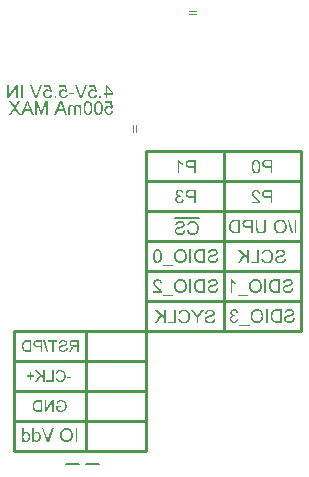
<source format=gbo>
G04*
G04 #@! TF.GenerationSoftware,Altium Limited,Altium Designer,24.3.1 (35)*
G04*
G04 Layer_Color=32896*
%FSLAX44Y44*%
%MOMM*%
G71*
G04*
G04 #@! TF.SameCoordinates,E54A5323-C3A8-4295-A2F1-912E9A9C0EE7*
G04*
G04*
G04 #@! TF.FilePolarity,Positive*
G04*
G01*
G75*
%ADD11C,0.2000*%
%ADD12C,0.2540*%
%ADD16C,0.1016*%
%ADD18C,0.1270*%
G36*
X11421Y359150D02*
X15815Y353257D01*
X14005D01*
X11124Y357208D01*
X11059Y357307D01*
X10976Y357422D01*
X10795Y357685D01*
X10713Y357817D01*
X10647Y357915D01*
X10598Y357981D01*
X10581Y357998D01*
X10417Y357751D01*
X10268Y357520D01*
X10203Y357438D01*
X10170Y357372D01*
X10137Y357323D01*
X10120Y357307D01*
X7240Y353257D01*
X5380D01*
X9643Y359216D01*
X5693Y364647D01*
X7339D01*
X9610Y361619D01*
X9808Y361372D01*
X9972Y361142D01*
X10137Y360911D01*
X10268Y360730D01*
X10384Y360565D01*
X10466Y360434D01*
X10515Y360368D01*
X10532Y360335D01*
X10647Y360532D01*
X10779Y360746D01*
X10927Y360977D01*
X11075Y361207D01*
X11223Y361405D01*
X11322Y361569D01*
X11371Y361635D01*
X11404Y361685D01*
X11437Y361701D01*
Y361717D01*
X13511Y364647D01*
X15305D01*
X11421Y359150D01*
D02*
G37*
G36*
X63580Y361685D02*
X63860Y361635D01*
X64107Y361586D01*
X64321Y361520D01*
X64502Y361438D01*
X64633Y361388D01*
X64715Y361339D01*
X64749Y361323D01*
X64979Y361174D01*
X65176Y361010D01*
X65357Y360845D01*
X65506Y360681D01*
X65621Y360549D01*
X65720Y360434D01*
X65769Y360368D01*
X65785Y360335D01*
Y361520D01*
X67036D01*
Y353257D01*
X65637D01*
Y357537D01*
X65621Y357932D01*
X65604Y358278D01*
X65571Y358574D01*
X65522Y358821D01*
X65473Y359002D01*
X65440Y359133D01*
X65423Y359216D01*
X65407Y359249D01*
X65308Y359463D01*
X65193Y359644D01*
X65078Y359808D01*
X64962Y359940D01*
X64847Y360039D01*
X64765Y360104D01*
X64699Y360154D01*
X64683Y360170D01*
X64485Y360269D01*
X64304Y360351D01*
X64107Y360401D01*
X63942Y360450D01*
X63810Y360467D01*
X63695Y360483D01*
X63596D01*
X63316Y360467D01*
X63086Y360417D01*
X62889Y360335D01*
X62740Y360253D01*
X62625Y360154D01*
X62543Y360088D01*
X62494Y360022D01*
X62477Y360006D01*
X62362Y359808D01*
X62280Y359594D01*
X62214Y359364D01*
X62181Y359133D01*
X62148Y358936D01*
X62131Y358755D01*
Y358689D01*
Y358656D01*
Y358623D01*
Y358607D01*
Y353257D01*
X60732D01*
Y358047D01*
X60700Y358492D01*
X60634Y358870D01*
X60551Y359183D01*
X60436Y359446D01*
X60337Y359644D01*
X60239Y359775D01*
X60173Y359858D01*
X60156Y359891D01*
X59926Y360088D01*
X59679Y360236D01*
X59432Y360335D01*
X59202Y360417D01*
X59004Y360450D01*
X58840Y360467D01*
X58774Y360483D01*
X58692D01*
X58510Y360467D01*
X58362Y360450D01*
X58214Y360417D01*
X58099Y360368D01*
X57984Y360318D01*
X57918Y360286D01*
X57868Y360269D01*
X57852Y360253D01*
X57720Y360154D01*
X57622Y360055D01*
X57539Y359956D01*
X57474Y359858D01*
X57424Y359775D01*
X57391Y359710D01*
X57358Y359660D01*
Y359644D01*
X57309Y359496D01*
X57276Y359298D01*
X57259Y359100D01*
X57243Y358903D01*
X57227Y358722D01*
Y358574D01*
Y358475D01*
Y358459D01*
Y358442D01*
Y353257D01*
X55828D01*
Y358919D01*
Y359183D01*
X55861Y359413D01*
X55893Y359644D01*
X55926Y359841D01*
X55976Y360039D01*
X56041Y360203D01*
X56091Y360351D01*
X56157Y360500D01*
X56223Y360615D01*
X56272Y360730D01*
X56387Y360878D01*
X56453Y360977D01*
X56486Y361010D01*
X56749Y361240D01*
X57062Y361405D01*
X57375Y361536D01*
X57671Y361619D01*
X57951Y361668D01*
X58066Y361685D01*
X58181D01*
X58264Y361701D01*
X58379D01*
X58675Y361685D01*
X58938Y361635D01*
X59202Y361569D01*
X59449Y361471D01*
X59679Y361355D01*
X59893Y361240D01*
X60074Y361109D01*
X60255Y360977D01*
X60420Y360829D01*
X60551Y360697D01*
X60667Y360582D01*
X60765Y360467D01*
X60848Y360368D01*
X60897Y360302D01*
X60930Y360253D01*
X60946Y360236D01*
X61045Y360483D01*
X61177Y360697D01*
X61325Y360878D01*
X61457Y361026D01*
X61588Y361158D01*
X61687Y361240D01*
X61753Y361290D01*
X61786Y361306D01*
X62016Y361438D01*
X62263Y361536D01*
X62510Y361602D01*
X62757Y361652D01*
X62954Y361685D01*
X63135Y361701D01*
X63284D01*
X63580Y361685D01*
D02*
G37*
G36*
X93733Y358640D02*
X92416Y358459D01*
X92301Y358640D01*
X92153Y358788D01*
X92021Y358936D01*
X91890Y359051D01*
X91758Y359133D01*
X91659Y359216D01*
X91593Y359249D01*
X91577Y359265D01*
X91363Y359364D01*
X91149Y359446D01*
X90951Y359496D01*
X90754Y359545D01*
X90589Y359561D01*
X90458Y359578D01*
X90145D01*
X89948Y359545D01*
X89602Y359463D01*
X89306Y359347D01*
X89042Y359232D01*
X88845Y359100D01*
X88697Y358985D01*
X88614Y358903D01*
X88581Y358887D01*
Y358870D01*
X88351Y358590D01*
X88186Y358294D01*
X88071Y357981D01*
X87989Y357669D01*
X87940Y357405D01*
X87923Y357290D01*
Y357191D01*
X87907Y357109D01*
Y357043D01*
Y357010D01*
Y356994D01*
Y356763D01*
X87940Y356549D01*
X88022Y356138D01*
X88137Y355792D01*
X88252Y355512D01*
X88384Y355282D01*
X88499Y355101D01*
X88548Y355052D01*
X88581Y355002D01*
X88598Y354986D01*
X88614Y354969D01*
X88746Y354838D01*
X88878Y354722D01*
X89174Y354525D01*
X89454Y354393D01*
X89733Y354311D01*
X89964Y354245D01*
X90162Y354229D01*
X90227Y354212D01*
X90326D01*
X90639Y354229D01*
X90919Y354294D01*
X91166Y354377D01*
X91363Y354476D01*
X91544Y354574D01*
X91676Y354656D01*
X91742Y354722D01*
X91775Y354739D01*
X91972Y354969D01*
X92137Y355216D01*
X92268Y355496D01*
X92367Y355743D01*
X92433Y355990D01*
X92482Y356171D01*
X92499Y356253D01*
X92515Y356302D01*
Y356335D01*
Y356352D01*
X93980Y356237D01*
X93947Y355973D01*
X93898Y355726D01*
X93750Y355266D01*
X93568Y354870D01*
X93470Y354689D01*
X93371Y354541D01*
X93289Y354393D01*
X93190Y354262D01*
X93108Y354163D01*
X93025Y354081D01*
X92959Y354015D01*
X92927Y353949D01*
X92894Y353932D01*
X92877Y353916D01*
X92680Y353768D01*
X92482Y353636D01*
X92268Y353521D01*
X92054Y353422D01*
X91643Y353274D01*
X91231Y353175D01*
X91050Y353126D01*
X90869Y353109D01*
X90721Y353093D01*
X90589Y353077D01*
X90474Y353060D01*
X90326D01*
X89980Y353077D01*
X89651Y353126D01*
X89339Y353192D01*
X89059Y353274D01*
X88795Y353389D01*
X88548Y353504D01*
X88318Y353620D01*
X88120Y353751D01*
X87940Y353883D01*
X87775Y353998D01*
X87643Y354130D01*
X87528Y354229D01*
X87446Y354311D01*
X87380Y354377D01*
X87347Y354426D01*
X87331Y354443D01*
X87166Y354656D01*
X87034Y354887D01*
X86903Y355101D01*
X86804Y355331D01*
X86639Y355776D01*
X86540Y356204D01*
X86508Y356385D01*
X86475Y356566D01*
X86458Y356714D01*
X86442Y356846D01*
X86425Y356961D01*
Y357043D01*
Y357093D01*
Y357109D01*
X86442Y357405D01*
X86475Y357685D01*
X86524Y357965D01*
X86590Y358212D01*
X86672Y358442D01*
X86754Y358673D01*
X86853Y358870D01*
X86936Y359051D01*
X87034Y359216D01*
X87133Y359364D01*
X87215Y359479D01*
X87298Y359594D01*
X87363Y359677D01*
X87413Y359726D01*
X87446Y359759D01*
X87462Y359775D01*
X87660Y359956D01*
X87857Y360121D01*
X88071Y360253D01*
X88285Y360368D01*
X88499Y360483D01*
X88713Y360565D01*
X89108Y360681D01*
X89289Y360730D01*
X89454Y360763D01*
X89602Y360779D01*
X89733Y360796D01*
X89832Y360812D01*
X90194D01*
X90392Y360779D01*
X90787Y360697D01*
X91149Y360582D01*
X91478Y360450D01*
X91742Y360318D01*
X91857Y360253D01*
X91955Y360203D01*
X92038Y360154D01*
X92087Y360121D01*
X92120Y360104D01*
X92137Y360088D01*
X91528Y363166D01*
X86968D01*
Y364499D01*
X92630D01*
X93733Y358640D01*
D02*
G37*
G36*
X38578Y353257D02*
X37130D01*
Y362952D01*
X33838Y353257D01*
X32488D01*
X29164Y362787D01*
Y353257D01*
X27715D01*
Y364647D01*
X29740D01*
X32472Y356714D01*
X32620Y356286D01*
X32735Y355924D01*
X32850Y355611D01*
X32933Y355348D01*
X32999Y355150D01*
X33048Y355002D01*
X33064Y354920D01*
X33081Y354887D01*
X33147Y355117D01*
X33229Y355381D01*
X33328Y355661D01*
X33410Y355940D01*
X33492Y356187D01*
X33558Y356385D01*
X33591Y356467D01*
X33608Y356516D01*
X33624Y356549D01*
Y356566D01*
X36323Y364647D01*
X38578D01*
Y353257D01*
D02*
G37*
G36*
X54824D02*
X53227D01*
X51993Y356714D01*
X47219D01*
X45886Y353257D01*
X44174D01*
X48832Y364647D01*
X50478D01*
X54824Y353257D01*
D02*
G37*
G36*
X26514D02*
X24917D01*
X23683Y356714D01*
X18910D01*
X17576Y353257D01*
X15865D01*
X20523Y364647D01*
X22169D01*
X26514Y353257D01*
D02*
G37*
G36*
X81850Y364664D02*
X82261Y364598D01*
X82607Y364483D01*
X82903Y364367D01*
X83150Y364236D01*
X83249Y364186D01*
X83331Y364121D01*
X83397Y364088D01*
X83446Y364055D01*
X83463Y364022D01*
X83479D01*
X83775Y363759D01*
X84022Y363446D01*
X84236Y363133D01*
X84401Y362837D01*
X84532Y362557D01*
X84598Y362442D01*
X84631Y362327D01*
X84664Y362244D01*
X84697Y362178D01*
X84713Y362146D01*
Y362129D01*
X84779Y361882D01*
X84845Y361635D01*
X84944Y361092D01*
X85026Y360549D01*
X85076Y360039D01*
X85092Y359792D01*
X85108Y359578D01*
Y359380D01*
X85125Y359199D01*
Y359068D01*
Y358952D01*
Y358887D01*
Y358870D01*
X85108Y358294D01*
X85076Y357751D01*
X85026Y357257D01*
X84944Y356796D01*
X84862Y356368D01*
X84763Y355990D01*
X84664Y355644D01*
X84565Y355348D01*
X84467Y355084D01*
X84351Y354854D01*
X84269Y354656D01*
X84187Y354508D01*
X84104Y354377D01*
X84055Y354294D01*
X84022Y354245D01*
X84006Y354229D01*
X83825Y354031D01*
X83627Y353850D01*
X83413Y353685D01*
X83199Y353554D01*
X82985Y353439D01*
X82771Y353340D01*
X82557Y353274D01*
X82360Y353208D01*
X82162Y353159D01*
X81981Y353126D01*
X81817Y353093D01*
X81685Y353077D01*
X81570Y353060D01*
X81405D01*
X80961Y353093D01*
X80549Y353159D01*
X80204Y353274D01*
X79907Y353389D01*
X79661Y353504D01*
X79578Y353570D01*
X79496Y353620D01*
X79430Y353652D01*
X79381Y353685D01*
X79364Y353718D01*
X79348D01*
X79051Y353998D01*
X78805Y354294D01*
X78591Y354624D01*
X78426Y354920D01*
X78294Y355200D01*
X78229Y355315D01*
X78196Y355430D01*
X78163Y355512D01*
X78130Y355578D01*
X78113Y355611D01*
Y355628D01*
X78031Y355874D01*
X77965Y356121D01*
X77866Y356648D01*
X77784Y357191D01*
X77735Y357718D01*
X77718Y357948D01*
X77702Y358162D01*
Y358360D01*
X77685Y358541D01*
Y358673D01*
Y358788D01*
Y358854D01*
Y358870D01*
Y359183D01*
X77702Y359479D01*
Y359742D01*
X77718Y360006D01*
X77751Y360236D01*
X77768Y360467D01*
X77784Y360664D01*
X77817Y360845D01*
X77833Y361010D01*
X77866Y361158D01*
X77883Y361273D01*
X77899Y361372D01*
X77916Y361454D01*
X77932Y361504D01*
X77949Y361536D01*
Y361553D01*
X78047Y361915D01*
X78163Y362244D01*
X78294Y362524D01*
X78393Y362771D01*
X78508Y362985D01*
X78574Y363133D01*
X78640Y363215D01*
X78657Y363248D01*
X78837Y363495D01*
X79019Y363709D01*
X79216Y363890D01*
X79397Y364055D01*
X79562Y364170D01*
X79693Y364252D01*
X79776Y364302D01*
X79792Y364318D01*
X79809D01*
X80072Y364450D01*
X80352Y364532D01*
X80615Y364598D01*
X80862Y364647D01*
X81076Y364680D01*
X81257Y364697D01*
X81405D01*
X81850Y364664D01*
D02*
G37*
G36*
X72994D02*
X73406Y364598D01*
X73752Y364483D01*
X74048Y364367D01*
X74295Y364236D01*
X74394Y364186D01*
X74476Y364121D01*
X74542Y364088D01*
X74591Y364055D01*
X74608Y364022D01*
X74624D01*
X74920Y363759D01*
X75167Y363446D01*
X75381Y363133D01*
X75546Y362837D01*
X75677Y362557D01*
X75743Y362442D01*
X75776Y362327D01*
X75809Y362244D01*
X75842Y362178D01*
X75858Y362146D01*
Y362129D01*
X75924Y361882D01*
X75990Y361635D01*
X76089Y361092D01*
X76171Y360549D01*
X76220Y360039D01*
X76237Y359792D01*
X76253Y359578D01*
Y359380D01*
X76270Y359199D01*
Y359068D01*
Y358952D01*
Y358887D01*
Y358870D01*
X76253Y358294D01*
X76220Y357751D01*
X76171Y357257D01*
X76089Y356796D01*
X76007Y356368D01*
X75908Y355990D01*
X75809Y355644D01*
X75710Y355348D01*
X75612Y355084D01*
X75496Y354854D01*
X75414Y354656D01*
X75332Y354508D01*
X75249Y354377D01*
X75200Y354294D01*
X75167Y354245D01*
X75151Y354229D01*
X74970Y354031D01*
X74772Y353850D01*
X74558Y353685D01*
X74344Y353554D01*
X74130Y353439D01*
X73916Y353340D01*
X73702Y353274D01*
X73505Y353208D01*
X73307Y353159D01*
X73126Y353126D01*
X72962Y353093D01*
X72830Y353077D01*
X72715Y353060D01*
X72550D01*
X72106Y353093D01*
X71694Y353159D01*
X71349Y353274D01*
X71052Y353389D01*
X70805Y353504D01*
X70723Y353570D01*
X70641Y353620D01*
X70575Y353652D01*
X70526Y353685D01*
X70509Y353718D01*
X70493D01*
X70196Y353998D01*
X69950Y354294D01*
X69736Y354624D01*
X69571Y354920D01*
X69439Y355200D01*
X69373Y355315D01*
X69341Y355430D01*
X69308Y355512D01*
X69275Y355578D01*
X69258Y355611D01*
Y355628D01*
X69176Y355874D01*
X69110Y356121D01*
X69011Y356648D01*
X68929Y357191D01*
X68880Y357718D01*
X68863Y357948D01*
X68847Y358162D01*
Y358360D01*
X68830Y358541D01*
Y358673D01*
Y358788D01*
Y358854D01*
Y358870D01*
Y359183D01*
X68847Y359479D01*
Y359742D01*
X68863Y360006D01*
X68896Y360236D01*
X68913Y360467D01*
X68929Y360664D01*
X68962Y360845D01*
X68979Y361010D01*
X69011Y361158D01*
X69028Y361273D01*
X69044Y361372D01*
X69061Y361454D01*
X69077Y361504D01*
X69094Y361536D01*
Y361553D01*
X69192Y361915D01*
X69308Y362244D01*
X69439Y362524D01*
X69538Y362771D01*
X69653Y362985D01*
X69719Y363133D01*
X69785Y363215D01*
X69801Y363248D01*
X69983Y363495D01*
X70163Y363709D01*
X70361Y363890D01*
X70542Y364055D01*
X70707Y364170D01*
X70838Y364252D01*
X70921Y364302D01*
X70937Y364318D01*
X70954D01*
X71217Y364450D01*
X71497Y364532D01*
X71760Y364598D01*
X72007Y364647D01*
X72221Y364680D01*
X72402Y364697D01*
X72550D01*
X72994Y364664D01*
D02*
G37*
G36*
X79973Y372610D02*
X78657Y372429D01*
X78541Y372610D01*
X78393Y372758D01*
X78261Y372906D01*
X78130Y373021D01*
X77998Y373103D01*
X77899Y373186D01*
X77833Y373219D01*
X77817Y373235D01*
X77603Y373334D01*
X77389Y373416D01*
X77192Y373465D01*
X76994Y373515D01*
X76830Y373531D01*
X76698Y373548D01*
X76385D01*
X76188Y373515D01*
X75842Y373433D01*
X75546Y373317D01*
X75282Y373202D01*
X75085Y373070D01*
X74937Y372955D01*
X74854Y372873D01*
X74822Y372857D01*
Y372840D01*
X74591Y372560D01*
X74426Y372264D01*
X74311Y371951D01*
X74229Y371639D01*
X74180Y371375D01*
X74163Y371260D01*
Y371161D01*
X74147Y371079D01*
Y371013D01*
Y370980D01*
Y370964D01*
Y370733D01*
X74180Y370519D01*
X74262Y370108D01*
X74377Y369762D01*
X74492Y369482D01*
X74624Y369252D01*
X74739Y369071D01*
X74789Y369022D01*
X74822Y368972D01*
X74838Y368956D01*
X74854Y368939D01*
X74986Y368808D01*
X75118Y368692D01*
X75414Y368495D01*
X75694Y368363D01*
X75974Y368281D01*
X76204Y368215D01*
X76402Y368199D01*
X76467Y368182D01*
X76566D01*
X76879Y368199D01*
X77159Y368264D01*
X77406Y368347D01*
X77603Y368446D01*
X77784Y368544D01*
X77916Y368627D01*
X77982Y368692D01*
X78015Y368709D01*
X78212Y368939D01*
X78377Y369186D01*
X78508Y369466D01*
X78607Y369713D01*
X78673Y369960D01*
X78722Y370141D01*
X78739Y370223D01*
X78755Y370272D01*
Y370305D01*
Y370322D01*
X80220Y370207D01*
X80187Y369943D01*
X80138Y369696D01*
X79990Y369235D01*
X79809Y368840D01*
X79710Y368660D01*
X79611Y368511D01*
X79529Y368363D01*
X79430Y368232D01*
X79348Y368133D01*
X79265Y368050D01*
X79200Y367985D01*
X79167Y367919D01*
X79134Y367902D01*
X79117Y367886D01*
X78920Y367738D01*
X78722Y367606D01*
X78508Y367491D01*
X78294Y367392D01*
X77883Y367244D01*
X77471Y367145D01*
X77290Y367096D01*
X77109Y367079D01*
X76961Y367063D01*
X76830Y367047D01*
X76714Y367030D01*
X76566D01*
X76220Y367047D01*
X75891Y367096D01*
X75579Y367162D01*
X75299Y367244D01*
X75036Y367359D01*
X74789Y367474D01*
X74558Y367590D01*
X74361Y367721D01*
X74180Y367853D01*
X74015Y367968D01*
X73883Y368100D01*
X73768Y368199D01*
X73686Y368281D01*
X73620Y368347D01*
X73587Y368396D01*
X73571Y368413D01*
X73406Y368627D01*
X73274Y368857D01*
X73143Y369071D01*
X73044Y369301D01*
X72879Y369746D01*
X72781Y370174D01*
X72748Y370355D01*
X72715Y370536D01*
X72698Y370684D01*
X72682Y370816D01*
X72665Y370931D01*
Y371013D01*
Y371063D01*
Y371079D01*
X72682Y371375D01*
X72715Y371655D01*
X72764Y371935D01*
X72830Y372182D01*
X72912Y372412D01*
X72994Y372643D01*
X73093Y372840D01*
X73176Y373021D01*
X73274Y373186D01*
X73373Y373334D01*
X73455Y373449D01*
X73538Y373564D01*
X73604Y373647D01*
X73653Y373696D01*
X73686Y373729D01*
X73702Y373745D01*
X73900Y373926D01*
X74097Y374091D01*
X74311Y374223D01*
X74525Y374338D01*
X74739Y374453D01*
X74953Y374535D01*
X75348Y374651D01*
X75529Y374700D01*
X75694Y374733D01*
X75842Y374749D01*
X75974Y374766D01*
X76072Y374782D01*
X76434D01*
X76632Y374749D01*
X77027Y374667D01*
X77389Y374552D01*
X77718Y374420D01*
X77982Y374288D01*
X78097Y374223D01*
X78196Y374173D01*
X78278Y374124D01*
X78327Y374091D01*
X78360Y374075D01*
X78377Y374058D01*
X77768Y377136D01*
X73208D01*
Y378469D01*
X78871D01*
X79973Y372610D01*
D02*
G37*
G36*
X55202D02*
X53885Y372429D01*
X53770Y372610D01*
X53622Y372758D01*
X53490Y372906D01*
X53359Y373021D01*
X53227Y373103D01*
X53128Y373186D01*
X53062Y373219D01*
X53046Y373235D01*
X52832Y373334D01*
X52618Y373416D01*
X52421Y373465D01*
X52223Y373515D01*
X52058Y373531D01*
X51927Y373548D01*
X51614D01*
X51417Y373515D01*
X51071Y373433D01*
X50775Y373317D01*
X50511Y373202D01*
X50314Y373070D01*
X50166Y372955D01*
X50083Y372873D01*
X50050Y372857D01*
Y372840D01*
X49820Y372560D01*
X49655Y372264D01*
X49540Y371951D01*
X49458Y371639D01*
X49408Y371375D01*
X49392Y371260D01*
Y371161D01*
X49376Y371079D01*
Y371013D01*
Y370980D01*
Y370964D01*
Y370733D01*
X49408Y370519D01*
X49491Y370108D01*
X49606Y369762D01*
X49721Y369482D01*
X49853Y369252D01*
X49968Y369071D01*
X50017Y369022D01*
X50050Y368972D01*
X50067Y368956D01*
X50083Y368939D01*
X50215Y368808D01*
X50347Y368692D01*
X50643Y368495D01*
X50923Y368363D01*
X51203Y368281D01*
X51433Y368215D01*
X51631Y368199D01*
X51696Y368182D01*
X51795D01*
X52108Y368199D01*
X52388Y368264D01*
X52635Y368347D01*
X52832Y368446D01*
X53013Y368544D01*
X53145Y368627D01*
X53211Y368692D01*
X53243Y368709D01*
X53441Y368939D01*
X53606Y369186D01*
X53737Y369466D01*
X53836Y369713D01*
X53902Y369960D01*
X53951Y370141D01*
X53968Y370223D01*
X53984Y370272D01*
Y370305D01*
Y370322D01*
X55449Y370207D01*
X55416Y369943D01*
X55367Y369696D01*
X55219Y369235D01*
X55037Y368840D01*
X54939Y368660D01*
X54840Y368511D01*
X54758Y368363D01*
X54659Y368232D01*
X54577Y368133D01*
X54494Y368050D01*
X54429Y367985D01*
X54396Y367919D01*
X54363Y367902D01*
X54346Y367886D01*
X54149Y367738D01*
X53951Y367606D01*
X53737Y367491D01*
X53523Y367392D01*
X53112Y367244D01*
X52700Y367145D01*
X52519Y367096D01*
X52338Y367079D01*
X52190Y367063D01*
X52058Y367047D01*
X51943Y367030D01*
X51795D01*
X51449Y367047D01*
X51120Y367096D01*
X50807Y367162D01*
X50528Y367244D01*
X50264Y367359D01*
X50017Y367474D01*
X49787Y367590D01*
X49590Y367721D01*
X49408Y367853D01*
X49244Y367968D01*
X49112Y368100D01*
X48997Y368199D01*
X48915Y368281D01*
X48849Y368347D01*
X48816Y368396D01*
X48800Y368413D01*
X48635Y368627D01*
X48503Y368857D01*
X48372Y369071D01*
X48273Y369301D01*
X48108Y369746D01*
X48010Y370174D01*
X47976Y370355D01*
X47944Y370536D01*
X47927Y370684D01*
X47911Y370816D01*
X47894Y370931D01*
Y371013D01*
Y371063D01*
Y371079D01*
X47911Y371375D01*
X47944Y371655D01*
X47993Y371935D01*
X48059Y372182D01*
X48141Y372412D01*
X48223Y372643D01*
X48322Y372840D01*
X48404Y373021D01*
X48503Y373186D01*
X48602Y373334D01*
X48684Y373449D01*
X48767Y373564D01*
X48832Y373647D01*
X48882Y373696D01*
X48915Y373729D01*
X48931Y373745D01*
X49129Y373926D01*
X49326Y374091D01*
X49540Y374223D01*
X49754Y374338D01*
X49968Y374453D01*
X50182Y374535D01*
X50577Y374651D01*
X50758Y374700D01*
X50923Y374733D01*
X51071Y374749D01*
X51203Y374766D01*
X51301Y374782D01*
X51663D01*
X51861Y374749D01*
X52256Y374667D01*
X52618Y374552D01*
X52947Y374420D01*
X53211Y374288D01*
X53326Y374223D01*
X53425Y374173D01*
X53507Y374124D01*
X53556Y374091D01*
X53589Y374075D01*
X53606Y374058D01*
X52997Y377136D01*
X48437D01*
Y378469D01*
X54099D01*
X55202Y372610D01*
D02*
G37*
G36*
X41920D02*
X40603Y372429D01*
X40488Y372610D01*
X40339Y372758D01*
X40208Y372906D01*
X40076Y373021D01*
X39944Y373103D01*
X39846Y373186D01*
X39780Y373219D01*
X39763Y373235D01*
X39549Y373334D01*
X39335Y373416D01*
X39138Y373465D01*
X38940Y373515D01*
X38776Y373531D01*
X38644Y373548D01*
X38331D01*
X38134Y373515D01*
X37788Y373433D01*
X37492Y373317D01*
X37229Y373202D01*
X37031Y373070D01*
X36883Y372955D01*
X36801Y372873D01*
X36768Y372857D01*
Y372840D01*
X36537Y372560D01*
X36373Y372264D01*
X36258Y371951D01*
X36175Y371639D01*
X36126Y371375D01*
X36109Y371260D01*
Y371161D01*
X36093Y371079D01*
Y371013D01*
Y370980D01*
Y370964D01*
Y370733D01*
X36126Y370519D01*
X36208Y370108D01*
X36323Y369762D01*
X36439Y369482D01*
X36570Y369252D01*
X36686Y369071D01*
X36735Y369022D01*
X36768Y368972D01*
X36784Y368956D01*
X36801Y368939D01*
X36932Y368808D01*
X37064Y368692D01*
X37360Y368495D01*
X37640Y368363D01*
X37920Y368281D01*
X38150Y368215D01*
X38348Y368199D01*
X38414Y368182D01*
X38512D01*
X38825Y368199D01*
X39105Y368264D01*
X39352Y368347D01*
X39549Y368446D01*
X39731Y368544D01*
X39862Y368627D01*
X39928Y368692D01*
X39961Y368709D01*
X40158Y368939D01*
X40323Y369186D01*
X40455Y369466D01*
X40553Y369713D01*
X40619Y369960D01*
X40669Y370141D01*
X40685Y370223D01*
X40702Y370272D01*
Y370305D01*
Y370322D01*
X42166Y370207D01*
X42133Y369943D01*
X42084Y369696D01*
X41936Y369235D01*
X41755Y368840D01*
X41656Y368660D01*
X41557Y368511D01*
X41475Y368363D01*
X41376Y368232D01*
X41294Y368133D01*
X41212Y368050D01*
X41146Y367985D01*
X41113Y367919D01*
X41080Y367902D01*
X41064Y367886D01*
X40866Y367738D01*
X40669Y367606D01*
X40455Y367491D01*
X40241Y367392D01*
X39829Y367244D01*
X39418Y367145D01*
X39237Y367096D01*
X39056Y367079D01*
X38907Y367063D01*
X38776Y367047D01*
X38661Y367030D01*
X38512D01*
X38167Y367047D01*
X37838Y367096D01*
X37525Y367162D01*
X37245Y367244D01*
X36982Y367359D01*
X36735Y367474D01*
X36504Y367590D01*
X36307Y367721D01*
X36126Y367853D01*
X35961Y367968D01*
X35830Y368100D01*
X35714Y368199D01*
X35632Y368281D01*
X35566Y368347D01*
X35533Y368396D01*
X35517Y368413D01*
X35352Y368627D01*
X35221Y368857D01*
X35089Y369071D01*
X34990Y369301D01*
X34826Y369746D01*
X34727Y370174D01*
X34694Y370355D01*
X34661Y370536D01*
X34645Y370684D01*
X34628Y370816D01*
X34612Y370931D01*
Y371013D01*
Y371063D01*
Y371079D01*
X34628Y371375D01*
X34661Y371655D01*
X34710Y371935D01*
X34776Y372182D01*
X34859Y372412D01*
X34941Y372643D01*
X35040Y372840D01*
X35122Y373021D01*
X35221Y373186D01*
X35319Y373334D01*
X35402Y373449D01*
X35484Y373564D01*
X35550Y373647D01*
X35599Y373696D01*
X35632Y373729D01*
X35649Y373745D01*
X35846Y373926D01*
X36044Y374091D01*
X36258Y374223D01*
X36472Y374338D01*
X36686Y374453D01*
X36899Y374535D01*
X37294Y374651D01*
X37476Y374700D01*
X37640Y374733D01*
X37788Y374749D01*
X37920Y374766D01*
X38019Y374782D01*
X38381D01*
X38578Y374749D01*
X38973Y374667D01*
X39335Y374552D01*
X39665Y374420D01*
X39928Y374288D01*
X40043Y374223D01*
X40142Y374173D01*
X40224Y374124D01*
X40274Y374091D01*
X40307Y374075D01*
X40323Y374058D01*
X39714Y377136D01*
X35155D01*
Y378469D01*
X40817D01*
X41920Y372610D01*
D02*
G37*
G36*
X60914Y370651D02*
X56585D01*
Y372050D01*
X60914D01*
Y370651D01*
D02*
G37*
G36*
X13281Y367228D02*
X11832D01*
Y376165D01*
X5874Y367228D01*
X4310D01*
Y378617D01*
X5759D01*
Y369664D01*
X11733Y378617D01*
X13281D01*
Y367228D01*
D02*
G37*
G36*
X67563D02*
X65999D01*
X61539Y378617D01*
X63070D01*
X66164Y370338D01*
X66296Y369993D01*
X66411Y369664D01*
X66510Y369351D01*
X66592Y369071D01*
X66674Y368824D01*
X66724Y368643D01*
X66740Y368577D01*
X66757Y368528D01*
X66773Y368495D01*
Y368478D01*
X66971Y369137D01*
X67069Y369450D01*
X67168Y369729D01*
X67250Y369976D01*
X67283Y370075D01*
X67300Y370174D01*
X67333Y370239D01*
X67349Y370289D01*
X67365Y370322D01*
Y370338D01*
X70328Y378617D01*
X71974D01*
X67563Y367228D01*
D02*
G37*
G36*
X29509D02*
X27946D01*
X23485Y378617D01*
X25016D01*
X28110Y370338D01*
X28242Y369993D01*
X28357Y369664D01*
X28456Y369351D01*
X28538Y369071D01*
X28621Y368824D01*
X28670Y368643D01*
X28686Y368577D01*
X28703Y368528D01*
X28719Y368495D01*
Y368478D01*
X28917Y369137D01*
X29016Y369450D01*
X29114Y369729D01*
X29197Y369976D01*
X29230Y370075D01*
X29246Y370174D01*
X29279Y370239D01*
X29295Y370289D01*
X29312Y370322D01*
Y370338D01*
X32274Y378617D01*
X33920D01*
X29509Y367228D01*
D02*
G37*
G36*
X93980Y371244D02*
Y369960D01*
X89026D01*
Y367228D01*
X87627D01*
Y369960D01*
X86080D01*
Y371244D01*
X87627D01*
Y378617D01*
X88762D01*
X93980Y371244D01*
D02*
G37*
G36*
X83858Y367228D02*
X82261D01*
Y368824D01*
X83858D01*
Y367228D01*
D02*
G37*
G36*
X45804D02*
X44207D01*
Y368824D01*
X45804D01*
Y367228D01*
D02*
G37*
G36*
X17445D02*
X15931D01*
Y378617D01*
X17445D01*
Y367228D01*
D02*
G37*
G36*
X64770Y152569D02*
X63473D01*
Y156897D01*
X61810D01*
X61655Y156883D01*
X61542D01*
X61443Y156869D01*
X61373Y156855D01*
X61316D01*
X61288Y156841D01*
X61274D01*
X61048Y156770D01*
X60950Y156728D01*
X60865Y156685D01*
X60781Y156643D01*
X60724Y156615D01*
X60696Y156601D01*
X60682Y156587D01*
X60569Y156502D01*
X60456Y156404D01*
X60245Y156192D01*
X60146Y156093D01*
X60076Y156009D01*
X60033Y155952D01*
X60019Y155938D01*
X59878Y155741D01*
X59723Y155529D01*
X59568Y155304D01*
X59413Y155092D01*
X59286Y154895D01*
X59188Y154740D01*
X59145Y154684D01*
X59117Y154641D01*
X59089Y154613D01*
Y154599D01*
X57806Y152569D01*
X56199D01*
X57877Y155219D01*
X58074Y155501D01*
X58257Y155755D01*
X58440Y155967D01*
X58595Y156164D01*
X58737Y156305D01*
X58849Y156418D01*
X58920Y156488D01*
X58948Y156516D01*
X59061Y156601D01*
X59188Y156700D01*
X59441Y156855D01*
X59554Y156911D01*
X59639Y156967D01*
X59695Y156996D01*
X59723Y157010D01*
X59469Y157052D01*
X59230Y157094D01*
X59018Y157165D01*
X58807Y157221D01*
X58624Y157292D01*
X58454Y157376D01*
X58299Y157447D01*
X58158Y157517D01*
X58046Y157602D01*
X57933Y157672D01*
X57848Y157729D01*
X57778Y157785D01*
X57722Y157827D01*
X57679Y157870D01*
X57665Y157884D01*
X57651Y157898D01*
X57538Y158039D01*
X57425Y158180D01*
X57256Y158476D01*
X57144Y158772D01*
X57059Y159054D01*
X57003Y159293D01*
X56989Y159392D01*
Y159491D01*
X56974Y159561D01*
Y159618D01*
Y159646D01*
Y159660D01*
X56989Y159956D01*
X57031Y160224D01*
X57101Y160478D01*
X57172Y160689D01*
X57256Y160872D01*
X57313Y161013D01*
X57369Y161098D01*
X57383Y161112D01*
Y161126D01*
X57552Y161352D01*
X57722Y161549D01*
X57905Y161718D01*
X58074Y161845D01*
X58229Y161944D01*
X58356Y162000D01*
X58440Y162042D01*
X58454Y162056D01*
X58469D01*
X58595Y162099D01*
X58751Y162141D01*
X59061Y162211D01*
X59399Y162254D01*
X59709Y162296D01*
X60005Y162310D01*
X60132D01*
X60245Y162324D01*
X64770D01*
Y152569D01*
D02*
G37*
G36*
X46585Y161168D02*
X43371D01*
Y152569D01*
X42074D01*
Y161168D01*
X38860D01*
Y162324D01*
X46585D01*
Y161168D01*
D02*
G37*
G36*
X33728Y152569D02*
X32431D01*
Y156530D01*
X29936D01*
X29570Y156545D01*
X29217Y156573D01*
X28907Y156615D01*
X28625Y156671D01*
X28357Y156728D01*
X28132Y156798D01*
X27920Y156883D01*
X27737Y156967D01*
X27582Y157038D01*
X27441Y157122D01*
X27328Y157193D01*
X27244Y157263D01*
X27173Y157306D01*
X27131Y157348D01*
X27103Y157376D01*
X27089Y157390D01*
X26948Y157559D01*
X26821Y157729D01*
X26722Y157898D01*
X26623Y158081D01*
X26539Y158264D01*
X26483Y158434D01*
X26384Y158758D01*
X26356Y158913D01*
X26328Y159054D01*
X26313Y159181D01*
X26299Y159279D01*
X26285Y159378D01*
Y159434D01*
Y159477D01*
Y159491D01*
X26299Y159759D01*
X26328Y160012D01*
X26384Y160238D01*
X26426Y160435D01*
X26483Y160604D01*
X26539Y160731D01*
X26567Y160802D01*
X26581Y160830D01*
X26694Y161042D01*
X26835Y161225D01*
X26962Y161394D01*
X27089Y161521D01*
X27201Y161619D01*
X27286Y161704D01*
X27343Y161746D01*
X27371Y161760D01*
X27554Y161873D01*
X27765Y161972D01*
X27963Y162056D01*
X28146Y162127D01*
X28315Y162169D01*
X28442Y162197D01*
X28541Y162226D01*
X28569D01*
X28780Y162254D01*
X29020Y162282D01*
X29274Y162296D01*
X29513Y162310D01*
X29725Y162324D01*
X33728D01*
Y152569D01*
D02*
G37*
G36*
X24636D02*
X21126D01*
X20801Y152583D01*
X20505Y152597D01*
X20238Y152626D01*
X20012Y152654D01*
X19815Y152682D01*
X19674Y152696D01*
X19631Y152710D01*
X19589Y152724D01*
X19561D01*
X19307Y152795D01*
X19082Y152879D01*
X18884Y152950D01*
X18715Y153034D01*
X18574Y153105D01*
X18476Y153161D01*
X18419Y153203D01*
X18391Y153218D01*
X18208Y153344D01*
X18053Y153500D01*
X17897Y153640D01*
X17771Y153781D01*
X17658Y153908D01*
X17573Y154007D01*
X17517Y154078D01*
X17503Y154106D01*
X17362Y154331D01*
X17221Y154571D01*
X17108Y154796D01*
X17024Y155022D01*
X16939Y155219D01*
X16882Y155374D01*
X16868Y155431D01*
X16854Y155473D01*
X16840Y155501D01*
Y155515D01*
X16756Y155854D01*
X16685Y156192D01*
X16643Y156516D01*
X16601Y156826D01*
X16587Y157094D01*
Y157207D01*
X16572Y157306D01*
Y157376D01*
Y157447D01*
Y157475D01*
Y157489D01*
X16587Y157968D01*
X16629Y158405D01*
X16699Y158800D01*
X16727Y158983D01*
X16770Y159138D01*
X16812Y159293D01*
X16840Y159420D01*
X16868Y159533D01*
X16911Y159632D01*
X16925Y159716D01*
X16953Y159773D01*
X16967Y159801D01*
Y159815D01*
X17122Y160182D01*
X17305Y160506D01*
X17503Y160788D01*
X17686Y161027D01*
X17855Y161225D01*
X17996Y161366D01*
X18053Y161408D01*
X18095Y161450D01*
X18109Y161464D01*
X18123Y161479D01*
X18349Y161662D01*
X18588Y161803D01*
X18828Y161930D01*
X19053Y162028D01*
X19251Y162099D01*
X19406Y162141D01*
X19462Y162169D01*
X19504D01*
X19533Y162183D01*
X19547D01*
X19786Y162226D01*
X20068Y162268D01*
X20350Y162296D01*
X20632Y162310D01*
X20886Y162324D01*
X24636D01*
Y152569D01*
D02*
G37*
G36*
X51956Y162479D02*
X52280Y162437D01*
X52590Y162381D01*
X52858Y162324D01*
X53070Y162268D01*
X53168Y162240D01*
X53239Y162211D01*
X53295Y162183D01*
X53337Y162169D01*
X53366Y162155D01*
X53380D01*
X53662Y162014D01*
X53915Y161859D01*
X54127Y161690D01*
X54296Y161535D01*
X54423Y161394D01*
X54521Y161281D01*
X54592Y161196D01*
X54606Y161182D01*
Y161168D01*
X54747Y160929D01*
X54846Y160689D01*
X54916Y160449D01*
X54959Y160238D01*
X54987Y160055D01*
X55015Y159914D01*
Y159857D01*
Y159815D01*
Y159801D01*
Y159787D01*
X55001Y159547D01*
X54959Y159322D01*
X54902Y159110D01*
X54846Y158927D01*
X54789Y158786D01*
X54733Y158673D01*
X54691Y158603D01*
X54676Y158574D01*
X54536Y158377D01*
X54366Y158194D01*
X54197Y158039D01*
X54028Y157912D01*
X53887Y157799D01*
X53760Y157729D01*
X53676Y157672D01*
X53662Y157658D01*
X53647D01*
X53535Y157602D01*
X53408Y157545D01*
X53126Y157447D01*
X52802Y157348D01*
X52491Y157249D01*
X52210Y157165D01*
X52083Y157137D01*
X51970Y157108D01*
X51885Y157080D01*
X51815Y157066D01*
X51773Y157052D01*
X51758D01*
X51519Y156996D01*
X51293Y156939D01*
X51096Y156883D01*
X50927Y156841D01*
X50758Y156798D01*
X50617Y156756D01*
X50490Y156728D01*
X50391Y156685D01*
X50292Y156657D01*
X50222Y156643D01*
X50109Y156601D01*
X50039Y156587D01*
X50024Y156573D01*
X49813Y156488D01*
X49630Y156390D01*
X49475Y156291D01*
X49362Y156206D01*
X49263Y156122D01*
X49207Y156065D01*
X49165Y156023D01*
X49151Y156009D01*
X49052Y155882D01*
X48981Y155741D01*
X48939Y155600D01*
X48897Y155487D01*
X48883Y155374D01*
X48869Y155290D01*
Y155219D01*
Y155205D01*
X48883Y155036D01*
X48911Y154881D01*
X48953Y154740D01*
X49010Y154627D01*
X49066Y154515D01*
X49108Y154444D01*
X49136Y154388D01*
X49151Y154374D01*
X49263Y154233D01*
X49404Y154120D01*
X49545Y154021D01*
X49672Y153923D01*
X49799Y153866D01*
X49898Y153810D01*
X49968Y153781D01*
X49996Y153767D01*
X50208Y153697D01*
X50433Y153640D01*
X50659Y153612D01*
X50856Y153584D01*
X51025Y153570D01*
X51166Y153556D01*
X51293D01*
X51603Y153570D01*
X51885Y153598D01*
X52139Y153640D01*
X52365Y153697D01*
X52548Y153753D01*
X52689Y153796D01*
X52731Y153810D01*
X52773Y153824D01*
X52787Y153838D01*
X52802D01*
X53027Y153951D01*
X53239Y154078D01*
X53394Y154204D01*
X53535Y154331D01*
X53647Y154430D01*
X53718Y154529D01*
X53760Y154585D01*
X53774Y154599D01*
X53873Y154782D01*
X53972Y154980D01*
X54028Y155191D01*
X54085Y155374D01*
X54127Y155558D01*
X54155Y155685D01*
Y155741D01*
X54169Y155783D01*
Y155797D01*
Y155812D01*
X55381Y155699D01*
X55353Y155346D01*
X55297Y155008D01*
X55212Y154712D01*
X55114Y154444D01*
X55015Y154233D01*
X54973Y154148D01*
X54944Y154078D01*
X54902Y154021D01*
X54888Y153979D01*
X54860Y153951D01*
Y153937D01*
X54648Y153669D01*
X54423Y153429D01*
X54183Y153232D01*
X53958Y153063D01*
X53760Y152936D01*
X53591Y152851D01*
X53535Y152823D01*
X53492Y152795D01*
X53464Y152781D01*
X53450D01*
X53098Y152654D01*
X52731Y152555D01*
X52365Y152499D01*
X52012Y152442D01*
X51843Y152428D01*
X51702Y152414D01*
X51575D01*
X51462Y152400D01*
X51237D01*
X50856Y152414D01*
X50504Y152456D01*
X50180Y152527D01*
X49912Y152597D01*
X49686Y152654D01*
X49587Y152696D01*
X49503Y152724D01*
X49447Y152752D01*
X49404Y152767D01*
X49376Y152781D01*
X49362D01*
X49066Y152936D01*
X48812Y153105D01*
X48587Y153288D01*
X48403Y153457D01*
X48262Y153598D01*
X48164Y153725D01*
X48093Y153810D01*
X48079Y153824D01*
Y153838D01*
X47924Y154106D01*
X47811Y154360D01*
X47741Y154599D01*
X47684Y154825D01*
X47656Y155022D01*
X47628Y155177D01*
Y155233D01*
Y155276D01*
Y155290D01*
Y155304D01*
X47642Y155586D01*
X47684Y155854D01*
X47755Y156093D01*
X47825Y156291D01*
X47910Y156460D01*
X47966Y156587D01*
X48023Y156657D01*
X48037Y156685D01*
X48206Y156897D01*
X48403Y157094D01*
X48615Y157263D01*
X48826Y157418D01*
X49010Y157531D01*
X49165Y157616D01*
X49221Y157644D01*
X49263Y157672D01*
X49292Y157686D01*
X49306D01*
X49418Y157743D01*
X49559Y157785D01*
X49714Y157841D01*
X49884Y157898D01*
X50236Y157997D01*
X50602Y158095D01*
X50772Y158138D01*
X50927Y158180D01*
X51082Y158222D01*
X51209Y158250D01*
X51307Y158278D01*
X51392Y158293D01*
X51448Y158307D01*
X51462D01*
X51744Y158377D01*
X51998Y158434D01*
X52224Y158504D01*
X52421Y158560D01*
X52604Y158631D01*
X52759Y158687D01*
X52900Y158744D01*
X53027Y158786D01*
X53126Y158842D01*
X53211Y158885D01*
X53267Y158913D01*
X53323Y158955D01*
X53394Y158997D01*
X53408Y159011D01*
X53535Y159152D01*
X53619Y159293D01*
X53690Y159434D01*
X53732Y159575D01*
X53760Y159688D01*
X53774Y159787D01*
Y159843D01*
Y159871D01*
X53746Y160097D01*
X53690Y160294D01*
X53605Y160464D01*
X53506Y160619D01*
X53422Y160731D01*
X53337Y160830D01*
X53281Y160886D01*
X53253Y160900D01*
X53140Y160971D01*
X53027Y161042D01*
X52759Y161154D01*
X52477Y161225D01*
X52196Y161281D01*
X51942Y161309D01*
X51829Y161323D01*
X51744Y161338D01*
X51547D01*
X51152Y161323D01*
X50800Y161267D01*
X50518Y161182D01*
X50278Y161098D01*
X50095Y161013D01*
X49954Y160929D01*
X49884Y160872D01*
X49855Y160858D01*
X49658Y160661D01*
X49503Y160449D01*
X49376Y160224D01*
X49292Y159998D01*
X49235Y159787D01*
X49193Y159632D01*
X49179Y159561D01*
X49165Y159519D01*
Y159491D01*
Y159477D01*
X47924Y159575D01*
X47952Y159886D01*
X48023Y160167D01*
X48093Y160435D01*
X48192Y160661D01*
X48277Y160844D01*
X48347Y160985D01*
X48375Y161027D01*
X48403Y161070D01*
X48418Y161084D01*
Y161098D01*
X48601Y161338D01*
X48798Y161549D01*
X49010Y161732D01*
X49221Y161873D01*
X49404Y162000D01*
X49545Y162071D01*
X49602Y162099D01*
X49644Y162127D01*
X49672Y162141D01*
X49686D01*
X49996Y162254D01*
X50335Y162338D01*
X50645Y162409D01*
X50941Y162451D01*
X51209Y162479D01*
X51307D01*
X51406Y162493D01*
X51589D01*
X51956Y162479D01*
D02*
G37*
G36*
X38578Y152400D02*
X37619D01*
X34786Y162493D01*
X35744D01*
X38578Y152400D01*
D02*
G37*
G36*
X35879Y127169D02*
X34582D01*
Y130552D01*
X32989Y132089D01*
X29521Y127169D01*
X27815D01*
X32087Y132963D01*
X27999Y136924D01*
X29761D01*
X34582Y132075D01*
Y136924D01*
X35879D01*
Y127169D01*
D02*
G37*
G36*
X58420Y130101D02*
X54713D01*
Y131300D01*
X58420D01*
Y130101D01*
D02*
G37*
G36*
X24390Y132540D02*
X27040D01*
Y131426D01*
X24390D01*
Y128748D01*
X23262D01*
Y131426D01*
X20612D01*
Y132540D01*
X23262D01*
Y135190D01*
X24390D01*
Y132540D01*
D02*
G37*
G36*
X49497Y137065D02*
X49948Y136995D01*
X50342Y136910D01*
X50526Y136854D01*
X50695Y136797D01*
X50850Y136741D01*
X50991Y136685D01*
X51104Y136642D01*
X51216Y136600D01*
X51287Y136558D01*
X51343Y136530D01*
X51386Y136516D01*
X51400Y136501D01*
X51780Y136262D01*
X52105Y135980D01*
X52386Y135698D01*
X52626Y135416D01*
X52809Y135162D01*
X52880Y135049D01*
X52936Y134951D01*
X52993Y134880D01*
X53021Y134824D01*
X53035Y134782D01*
X53049Y134767D01*
X53246Y134330D01*
X53387Y133879D01*
X53486Y133428D01*
X53556Y133019D01*
X53585Y132836D01*
X53599Y132653D01*
X53613Y132512D01*
Y132371D01*
X53627Y132272D01*
Y132188D01*
Y132131D01*
Y132117D01*
X53599Y131610D01*
X53542Y131116D01*
X53472Y130679D01*
X53416Y130468D01*
X53373Y130285D01*
X53331Y130115D01*
X53275Y129960D01*
X53232Y129819D01*
X53204Y129707D01*
X53162Y129622D01*
X53148Y129552D01*
X53120Y129509D01*
Y129495D01*
X52908Y129072D01*
X52668Y128692D01*
X52415Y128367D01*
X52288Y128240D01*
X52175Y128114D01*
X52062Y128001D01*
X51950Y127902D01*
X51851Y127818D01*
X51766Y127761D01*
X51710Y127705D01*
X51653Y127663D01*
X51625Y127648D01*
X51611Y127634D01*
X51414Y127522D01*
X51216Y127423D01*
X50793Y127268D01*
X50371Y127155D01*
X49962Y127085D01*
X49764Y127056D01*
X49595Y127028D01*
X49440Y127014D01*
X49313D01*
X49201Y127000D01*
X49046D01*
X48764Y127014D01*
X48496Y127042D01*
X48242Y127071D01*
X48002Y127127D01*
X47777Y127197D01*
X47565Y127268D01*
X47368Y127338D01*
X47185Y127423D01*
X47030Y127493D01*
X46875Y127564D01*
X46762Y127634D01*
X46649Y127705D01*
X46578Y127761D01*
X46508Y127789D01*
X46480Y127818D01*
X46466Y127832D01*
X46268Y128001D01*
X46099Y128170D01*
X45944Y128367D01*
X45789Y128565D01*
X45535Y128960D01*
X45338Y129354D01*
X45253Y129537D01*
X45183Y129707D01*
X45127Y129862D01*
X45084Y129989D01*
X45042Y130101D01*
X45014Y130186D01*
X45000Y130242D01*
Y130256D01*
X46297Y130581D01*
X46353Y130355D01*
X46424Y130144D01*
X46494Y129946D01*
X46564Y129763D01*
X46649Y129594D01*
X46734Y129453D01*
X46832Y129312D01*
X46917Y129185D01*
X46987Y129072D01*
X47072Y128988D01*
X47142Y128903D01*
X47199Y128833D01*
X47255Y128790D01*
X47298Y128748D01*
X47312Y128734D01*
X47326Y128720D01*
X47467Y128607D01*
X47622Y128523D01*
X47932Y128367D01*
X48228Y128255D01*
X48524Y128184D01*
X48778Y128128D01*
X48876Y128114D01*
X48975D01*
X49060Y128100D01*
X49158D01*
X49482Y128114D01*
X49793Y128170D01*
X50075Y128240D01*
X50328Y128325D01*
X50526Y128410D01*
X50610Y128452D01*
X50681Y128480D01*
X50737Y128508D01*
X50779Y128537D01*
X50808Y128551D01*
X50822D01*
X51090Y128748D01*
X51315Y128960D01*
X51512Y129199D01*
X51667Y129425D01*
X51794Y129622D01*
X51879Y129791D01*
X51907Y129862D01*
X51935Y129904D01*
X51950Y129932D01*
Y129946D01*
X52062Y130313D01*
X52147Y130679D01*
X52217Y131046D01*
X52260Y131384D01*
X52274Y131539D01*
X52288Y131680D01*
Y131807D01*
X52302Y131906D01*
Y131990D01*
Y132061D01*
Y132103D01*
Y132117D01*
X52288Y132484D01*
X52260Y132822D01*
X52203Y133132D01*
X52147Y133414D01*
X52105Y133654D01*
X52076Y133752D01*
X52048Y133837D01*
X52034Y133907D01*
X52020Y133950D01*
X52006Y133978D01*
Y133992D01*
X51865Y134316D01*
X51710Y134612D01*
X51541Y134852D01*
X51357Y135063D01*
X51202Y135233D01*
X51076Y135345D01*
X50977Y135416D01*
X50963Y135444D01*
X50949D01*
X50653Y135627D01*
X50328Y135768D01*
X50018Y135867D01*
X49722Y135923D01*
X49454Y135966D01*
X49342Y135980D01*
X49243D01*
X49172Y135994D01*
X49060D01*
X48707Y135980D01*
X48383Y135923D01*
X48115Y135839D01*
X47875Y135754D01*
X47692Y135656D01*
X47551Y135585D01*
X47467Y135529D01*
X47438Y135500D01*
X47213Y135289D01*
X47001Y135049D01*
X46832Y134796D01*
X46691Y134542D01*
X46578Y134316D01*
X46536Y134204D01*
X46508Y134119D01*
X46480Y134049D01*
X46452Y133992D01*
X46438Y133964D01*
Y133950D01*
X45169Y134246D01*
X45253Y134500D01*
X45338Y134725D01*
X45451Y134937D01*
X45549Y135148D01*
X45662Y135331D01*
X45789Y135500D01*
X45902Y135670D01*
X46015Y135811D01*
X46127Y135923D01*
X46226Y136036D01*
X46325Y136135D01*
X46395Y136205D01*
X46466Y136276D01*
X46522Y136318D01*
X46550Y136332D01*
X46564Y136346D01*
X46762Y136473D01*
X46959Y136600D01*
X47157Y136699D01*
X47368Y136783D01*
X47791Y136910D01*
X48172Y136995D01*
X48355Y137037D01*
X48510Y137051D01*
X48665Y137065D01*
X48792Y137079D01*
X48890Y137093D01*
X49031D01*
X49497Y137065D01*
D02*
G37*
G36*
X43463Y127169D02*
X37359D01*
Y128325D01*
X42166D01*
Y136924D01*
X43463D01*
Y127169D01*
D02*
G37*
G36*
X43685Y101769D02*
X42444D01*
Y109424D01*
X37341Y101769D01*
X36002D01*
Y111524D01*
X37243D01*
Y103855D01*
X42360Y111524D01*
X43685D01*
Y101769D01*
D02*
G37*
G36*
X50254Y111665D02*
X50747Y111595D01*
X50973Y111552D01*
X51184Y111496D01*
X51382Y111454D01*
X51565Y111397D01*
X51734Y111341D01*
X51875Y111285D01*
X52002Y111228D01*
X52115Y111186D01*
X52199Y111144D01*
X52256Y111116D01*
X52298Y111101D01*
X52312Y111087D01*
X52509Y110960D01*
X52707Y110834D01*
X53045Y110538D01*
X53341Y110241D01*
X53581Y109931D01*
X53778Y109663D01*
X53849Y109551D01*
X53905Y109438D01*
X53962Y109353D01*
X53990Y109297D01*
X54004Y109255D01*
X54018Y109241D01*
X54215Y108775D01*
X54356Y108310D01*
X54469Y107859D01*
X54497Y107648D01*
X54539Y107450D01*
X54554Y107267D01*
X54582Y107112D01*
X54596Y106957D01*
Y106830D01*
X54610Y106731D01*
Y106661D01*
Y106604D01*
Y106590D01*
X54582Y106069D01*
X54511Y105575D01*
X54469Y105350D01*
X54427Y105138D01*
X54370Y104927D01*
X54314Y104744D01*
X54258Y104574D01*
X54201Y104433D01*
X54159Y104292D01*
X54117Y104194D01*
X54074Y104095D01*
X54046Y104039D01*
X54018Y103996D01*
Y103982D01*
X53764Y103574D01*
X53482Y103221D01*
X53186Y102911D01*
X52904Y102657D01*
X52636Y102460D01*
X52538Y102389D01*
X52439Y102319D01*
X52354Y102277D01*
X52298Y102234D01*
X52256Y102220D01*
X52242Y102206D01*
X52016Y102093D01*
X51791Y102009D01*
X51340Y101854D01*
X50903Y101755D01*
X50494Y101671D01*
X50310Y101656D01*
X50141Y101628D01*
X49986Y101614D01*
X49859D01*
X49761Y101600D01*
X49620D01*
X49225Y101614D01*
X48844Y101656D01*
X48492Y101727D01*
X48182Y101797D01*
X48055Y101826D01*
X47928Y101854D01*
X47815Y101896D01*
X47717Y101924D01*
X47646Y101952D01*
X47590Y101966D01*
X47561Y101981D01*
X47547D01*
X47167Y102136D01*
X46814Y102319D01*
X46476Y102516D01*
X46180Y102700D01*
X46053Y102784D01*
X45926Y102869D01*
X45828Y102939D01*
X45743Y102996D01*
X45672Y103052D01*
X45616Y103094D01*
X45588Y103108D01*
X45574Y103123D01*
Y106745D01*
X49718D01*
Y105590D01*
X46843D01*
Y103757D01*
X47012Y103616D01*
X47209Y103489D01*
X47421Y103376D01*
X47618Y103278D01*
X47787Y103193D01*
X47942Y103123D01*
X47998Y103094D01*
X48027Y103080D01*
X48055Y103066D01*
X48069D01*
X48365Y102967D01*
X48661Y102883D01*
X48929Y102826D01*
X49183Y102798D01*
X49394Y102770D01*
X49479D01*
X49563Y102756D01*
X49704D01*
X50057Y102770D01*
X50395Y102826D01*
X50705Y102897D01*
X50987Y102967D01*
X51213Y103052D01*
X51311Y103080D01*
X51382Y103108D01*
X51452Y103137D01*
X51495Y103165D01*
X51523Y103179D01*
X51537D01*
X51833Y103362D01*
X52101Y103560D01*
X52326Y103771D01*
X52509Y103982D01*
X52665Y104180D01*
X52763Y104335D01*
X52806Y104391D01*
X52820Y104433D01*
X52848Y104462D01*
Y104476D01*
X52989Y104828D01*
X53102Y105195D01*
X53172Y105561D01*
X53229Y105914D01*
X53243Y106069D01*
X53257Y106210D01*
X53271Y106351D01*
Y106463D01*
X53285Y106548D01*
Y106618D01*
Y106661D01*
Y106675D01*
X53271Y107070D01*
X53229Y107422D01*
X53172Y107760D01*
X53102Y108056D01*
X53073Y108183D01*
X53031Y108296D01*
X53003Y108395D01*
X52975Y108479D01*
X52947Y108550D01*
X52933Y108592D01*
X52918Y108620D01*
Y108634D01*
X52820Y108832D01*
X52721Y109015D01*
X52622Y109184D01*
X52524Y109325D01*
X52439Y109438D01*
X52369Y109537D01*
X52312Y109593D01*
X52298Y109607D01*
X52143Y109762D01*
X51974Y109903D01*
X51791Y110016D01*
X51621Y110129D01*
X51480Y110199D01*
X51368Y110270D01*
X51283Y110298D01*
X51255Y110312D01*
X51001Y110411D01*
X50747Y110481D01*
X50480Y110523D01*
X50240Y110566D01*
X50029Y110580D01*
X49944D01*
X49873Y110594D01*
X49718D01*
X49450Y110580D01*
X49197Y110552D01*
X48971Y110509D01*
X48774Y110467D01*
X48605Y110411D01*
X48478Y110368D01*
X48407Y110340D01*
X48379Y110326D01*
X48168Y110227D01*
X47984Y110115D01*
X47815Y110002D01*
X47688Y109889D01*
X47590Y109790D01*
X47505Y109720D01*
X47463Y109663D01*
X47449Y109649D01*
X47322Y109480D01*
X47223Y109283D01*
X47125Y109100D01*
X47040Y108902D01*
X46983Y108733D01*
X46941Y108606D01*
X46927Y108550D01*
X46913Y108507D01*
X46899Y108493D01*
Y108479D01*
X45729Y108790D01*
X45828Y109142D01*
X45954Y109452D01*
X46081Y109734D01*
X46194Y109959D01*
X46307Y110143D01*
X46391Y110270D01*
X46448Y110354D01*
X46476Y110382D01*
X46673Y110608D01*
X46885Y110791D01*
X47110Y110960D01*
X47322Y111101D01*
X47519Y111200D01*
X47674Y111285D01*
X47731Y111313D01*
X47773Y111327D01*
X47801Y111341D01*
X47815D01*
X48140Y111454D01*
X48478Y111538D01*
X48788Y111609D01*
X49084Y111651D01*
X49352Y111679D01*
X49465D01*
X49549Y111693D01*
X50000D01*
X50254Y111665D01*
D02*
G37*
G36*
X33831Y101769D02*
X30321D01*
X29997Y101783D01*
X29701Y101797D01*
X29433Y101826D01*
X29207Y101854D01*
X29010Y101882D01*
X28869Y101896D01*
X28827Y101910D01*
X28784Y101924D01*
X28756D01*
X28502Y101995D01*
X28277Y102079D01*
X28079Y102150D01*
X27910Y102234D01*
X27769Y102305D01*
X27671Y102361D01*
X27614Y102403D01*
X27586Y102418D01*
X27403Y102544D01*
X27248Y102700D01*
X27093Y102840D01*
X26966Y102982D01*
X26853Y103108D01*
X26768Y103207D01*
X26712Y103278D01*
X26698Y103306D01*
X26557Y103531D01*
X26416Y103771D01*
X26303Y103996D01*
X26219Y104222D01*
X26134Y104419D01*
X26078Y104574D01*
X26064Y104631D01*
X26049Y104673D01*
X26035Y104701D01*
Y104715D01*
X25951Y105054D01*
X25880Y105392D01*
X25838Y105716D01*
X25796Y106026D01*
X25782Y106294D01*
Y106407D01*
X25768Y106506D01*
Y106576D01*
Y106647D01*
Y106675D01*
Y106689D01*
X25782Y107168D01*
X25824Y107605D01*
X25894Y108000D01*
X25923Y108183D01*
X25965Y108338D01*
X26007Y108493D01*
X26035Y108620D01*
X26064Y108733D01*
X26106Y108832D01*
X26120Y108916D01*
X26148Y108973D01*
X26162Y109001D01*
Y109015D01*
X26317Y109382D01*
X26501Y109706D01*
X26698Y109988D01*
X26881Y110227D01*
X27050Y110425D01*
X27191Y110566D01*
X27248Y110608D01*
X27290Y110650D01*
X27304Y110664D01*
X27318Y110679D01*
X27544Y110862D01*
X27783Y111003D01*
X28023Y111130D01*
X28249Y111228D01*
X28446Y111299D01*
X28601Y111341D01*
X28657Y111369D01*
X28700D01*
X28728Y111383D01*
X28742D01*
X28982Y111426D01*
X29264Y111468D01*
X29546Y111496D01*
X29827Y111510D01*
X30081Y111524D01*
X33831D01*
Y101769D01*
D02*
G37*
G36*
X39288Y76398D02*
X37725D01*
X33264Y87787D01*
X34795D01*
X37889Y79508D01*
X38021Y79163D01*
X38136Y78833D01*
X38235Y78521D01*
X38317Y78241D01*
X38400Y77994D01*
X38449Y77813D01*
X38466Y77747D01*
X38482Y77698D01*
X38498Y77665D01*
Y77648D01*
X38696Y78307D01*
X38795Y78619D01*
X38893Y78899D01*
X38976Y79146D01*
X39009Y79245D01*
X39025Y79344D01*
X39058Y79409D01*
X39074Y79459D01*
X39091Y79492D01*
Y79508D01*
X42054Y87787D01*
X43700D01*
X39288Y76398D01*
D02*
G37*
G36*
X63500D02*
X61986D01*
Y87787D01*
X63500D01*
Y76398D01*
D02*
G37*
G36*
X26845Y83705D02*
X26994Y83886D01*
X27158Y84035D01*
X27306Y84183D01*
X27471Y84298D01*
X27603Y84380D01*
X27701Y84462D01*
X27767Y84495D01*
X27800Y84512D01*
X28014Y84627D01*
X28244Y84709D01*
X28475Y84759D01*
X28689Y84808D01*
X28870Y84825D01*
X29002Y84841D01*
X29133D01*
X29495Y84825D01*
X29841Y84759D01*
X30154Y84677D01*
X30417Y84578D01*
X30647Y84462D01*
X30812Y84380D01*
X30878Y84347D01*
X30927Y84314D01*
X30944Y84298D01*
X30960D01*
X31256Y84084D01*
X31503Y83821D01*
X31717Y83574D01*
X31882Y83327D01*
X32014Y83096D01*
X32112Y82915D01*
X32145Y82850D01*
X32178Y82800D01*
X32195Y82767D01*
Y82751D01*
X32326Y82372D01*
X32425Y81977D01*
X32507Y81599D01*
X32557Y81253D01*
X32590Y80957D01*
Y80825D01*
X32606Y80726D01*
Y80627D01*
Y80562D01*
Y80529D01*
Y80512D01*
X32590Y80051D01*
X32540Y79623D01*
X32458Y79245D01*
X32376Y78916D01*
X32343Y78768D01*
X32310Y78652D01*
X32260Y78537D01*
X32227Y78439D01*
X32195Y78373D01*
X32178Y78323D01*
X32162Y78290D01*
Y78274D01*
X31981Y77928D01*
X31767Y77632D01*
X31553Y77369D01*
X31339Y77155D01*
X31158Y76990D01*
X31010Y76858D01*
X30911Y76792D01*
X30894Y76760D01*
X30878D01*
X30565Y76579D01*
X30252Y76447D01*
X29940Y76348D01*
X29660Y76282D01*
X29430Y76249D01*
X29232Y76233D01*
X29166Y76217D01*
X29067D01*
X28788Y76233D01*
X28524Y76266D01*
X28277Y76332D01*
X28063Y76414D01*
X27849Y76496D01*
X27652Y76595D01*
X27487Y76710D01*
X27339Y76825D01*
X27191Y76941D01*
X27076Y77056D01*
X26977Y77155D01*
X26895Y77237D01*
X26829Y77319D01*
X26779Y77385D01*
X26763Y77418D01*
X26747Y77434D01*
Y76398D01*
X25446D01*
Y87787D01*
X26845D01*
Y83705D01*
D02*
G37*
G36*
X17990D02*
X18138Y83886D01*
X18303Y84035D01*
X18451Y84183D01*
X18616Y84298D01*
X18747Y84380D01*
X18846Y84462D01*
X18912Y84495D01*
X18945Y84512D01*
X19159Y84627D01*
X19389Y84709D01*
X19620Y84759D01*
X19834Y84808D01*
X20015Y84825D01*
X20147Y84841D01*
X20278D01*
X20640Y84825D01*
X20986Y84759D01*
X21299Y84677D01*
X21562Y84578D01*
X21792Y84462D01*
X21957Y84380D01*
X22023Y84347D01*
X22072Y84314D01*
X22089Y84298D01*
X22105D01*
X22401Y84084D01*
X22648Y83821D01*
X22862Y83574D01*
X23027Y83327D01*
X23159Y83096D01*
X23257Y82915D01*
X23290Y82850D01*
X23323Y82800D01*
X23340Y82767D01*
Y82751D01*
X23471Y82372D01*
X23570Y81977D01*
X23652Y81599D01*
X23702Y81253D01*
X23735Y80957D01*
Y80825D01*
X23751Y80726D01*
Y80627D01*
Y80562D01*
Y80529D01*
Y80512D01*
X23735Y80051D01*
X23685Y79623D01*
X23603Y79245D01*
X23521Y78916D01*
X23488Y78768D01*
X23455Y78652D01*
X23405Y78537D01*
X23372Y78439D01*
X23340Y78373D01*
X23323Y78323D01*
X23307Y78290D01*
Y78274D01*
X23126Y77928D01*
X22912Y77632D01*
X22698Y77369D01*
X22484Y77155D01*
X22303Y76990D01*
X22155Y76858D01*
X22056Y76792D01*
X22039Y76760D01*
X22023D01*
X21710Y76579D01*
X21397Y76447D01*
X21085Y76348D01*
X20805Y76282D01*
X20574Y76249D01*
X20377Y76233D01*
X20311Y76217D01*
X20212D01*
X19933Y76233D01*
X19669Y76266D01*
X19422Y76332D01*
X19208Y76414D01*
X18994Y76496D01*
X18797Y76595D01*
X18632Y76710D01*
X18484Y76825D01*
X18336Y76941D01*
X18221Y77056D01*
X18122Y77155D01*
X18040Y77237D01*
X17974Y77319D01*
X17924Y77385D01*
X17908Y77418D01*
X17892Y77434D01*
Y76398D01*
X16591D01*
Y87787D01*
X17990D01*
Y83705D01*
D02*
G37*
G36*
X54777Y87968D02*
X55188Y87919D01*
X55583Y87837D01*
X55962Y87738D01*
X56307Y87606D01*
X56637Y87475D01*
X56933Y87326D01*
X57196Y87178D01*
X57443Y87030D01*
X57657Y86882D01*
X57838Y86750D01*
X57986Y86619D01*
X58101Y86520D01*
X58200Y86438D01*
X58250Y86388D01*
X58266Y86372D01*
X58529Y86059D01*
X58760Y85730D01*
X58974Y85368D01*
X59138Y85006D01*
X59286Y84627D01*
X59418Y84265D01*
X59517Y83903D01*
X59583Y83557D01*
X59648Y83228D01*
X59698Y82915D01*
X59731Y82635D01*
X59764Y82405D01*
Y82208D01*
X59780Y82059D01*
Y81961D01*
Y81944D01*
Y81928D01*
X59747Y81368D01*
X59682Y80858D01*
X59583Y80364D01*
X59517Y80150D01*
X59451Y79936D01*
X59402Y79755D01*
X59336Y79591D01*
X59286Y79443D01*
X59237Y79311D01*
X59204Y79212D01*
X59171Y79146D01*
X59138Y79097D01*
Y79080D01*
X58858Y78603D01*
X58562Y78192D01*
X58233Y77829D01*
X57920Y77533D01*
X57641Y77286D01*
X57525Y77188D01*
X57427Y77122D01*
X57328Y77056D01*
X57262Y77007D01*
X57229Y76990D01*
X57213Y76974D01*
X56966Y76842D01*
X56719Y76727D01*
X56225Y76529D01*
X55748Y76398D01*
X55303Y76299D01*
X55089Y76266D01*
X54908Y76249D01*
X54744Y76217D01*
X54596D01*
X54497Y76200D01*
X54332D01*
X53789Y76233D01*
X53279Y76315D01*
X52801Y76414D01*
X52588Y76480D01*
X52390Y76546D01*
X52209Y76611D01*
X52044Y76677D01*
X51913Y76727D01*
X51797Y76776D01*
X51699Y76825D01*
X51617Y76858D01*
X51583Y76891D01*
X51567D01*
X51106Y77188D01*
X50711Y77517D01*
X50382Y77862D01*
X50102Y78192D01*
X49872Y78504D01*
X49790Y78619D01*
X49724Y78735D01*
X49658Y78833D01*
X49625Y78899D01*
X49592Y78949D01*
Y78965D01*
X49460Y79229D01*
X49362Y79492D01*
X49180Y80019D01*
X49049Y80545D01*
X48966Y81023D01*
X48950Y81236D01*
X48917Y81434D01*
X48901Y81615D01*
Y81763D01*
X48884Y81895D01*
Y81977D01*
Y82043D01*
Y82059D01*
X48917Y82685D01*
X48983Y83261D01*
X49032Y83524D01*
X49098Y83788D01*
X49164Y84018D01*
X49213Y84232D01*
X49279Y84430D01*
X49345Y84611D01*
X49394Y84759D01*
X49460Y84890D01*
X49493Y84989D01*
X49526Y85055D01*
X49559Y85104D01*
Y85121D01*
X49822Y85598D01*
X50135Y86026D01*
X50464Y86388D01*
X50761Y86685D01*
X51040Y86915D01*
X51172Y87014D01*
X51271Y87096D01*
X51370Y87145D01*
X51435Y87195D01*
X51468Y87211D01*
X51485Y87228D01*
X51732Y87359D01*
X51979Y87475D01*
X52456Y87672D01*
X52950Y87804D01*
X53378Y87886D01*
X53575Y87919D01*
X53773Y87952D01*
X53921Y87968D01*
X54069D01*
X54184Y87985D01*
X54332D01*
X54777Y87968D01*
D02*
G37*
G36*
X166021Y181550D02*
Y176728D01*
X164506D01*
Y181550D01*
X159964Y188117D01*
X161725D01*
X163914Y184760D01*
X164177Y184348D01*
X164424Y183970D01*
X164638Y183624D01*
X164819Y183328D01*
X164967Y183081D01*
X165033Y182982D01*
X165082Y182900D01*
X165132Y182834D01*
X165165Y182785D01*
X165181Y182752D01*
Y182735D01*
X165379Y183097D01*
X165593Y183443D01*
X165774Y183772D01*
X165955Y184068D01*
X166119Y184315D01*
X166185Y184414D01*
X166234Y184496D01*
X166284Y184562D01*
X166317Y184611D01*
X166350Y184644D01*
Y184661D01*
X168588Y188117D01*
X170415D01*
X166021Y181550D01*
D02*
G37*
G36*
X138320Y176728D02*
X136805D01*
Y180678D01*
X134945Y182472D01*
X130897Y176728D01*
X128905D01*
X133892Y183492D01*
X129119Y188117D01*
X131176D01*
X136805Y182455D01*
Y188117D01*
X138320D01*
Y176728D01*
D02*
G37*
G36*
X154219Y188282D02*
X154746Y188200D01*
X155207Y188101D01*
X155421Y188035D01*
X155618Y187969D01*
X155799Y187903D01*
X155964Y187838D01*
X156096Y187788D01*
X156227Y187739D01*
X156310Y187689D01*
X156375Y187656D01*
X156425Y187640D01*
X156441Y187624D01*
X156886Y187344D01*
X157264Y187015D01*
X157593Y186685D01*
X157873Y186356D01*
X158087Y186060D01*
X158169Y185928D01*
X158235Y185813D01*
X158301Y185731D01*
X158334Y185665D01*
X158350Y185616D01*
X158367Y185599D01*
X158597Y185089D01*
X158762Y184562D01*
X158877Y184035D01*
X158960Y183558D01*
X158992Y183344D01*
X159009Y183130D01*
X159025Y182966D01*
Y182801D01*
X159042Y182686D01*
Y182587D01*
Y182521D01*
Y182505D01*
X159009Y181912D01*
X158943Y181336D01*
X158861Y180826D01*
X158795Y180579D01*
X158745Y180365D01*
X158696Y180168D01*
X158630Y179986D01*
X158581Y179822D01*
X158548Y179690D01*
X158499Y179591D01*
X158482Y179509D01*
X158449Y179460D01*
Y179443D01*
X158202Y178950D01*
X157923Y178505D01*
X157626Y178127D01*
X157478Y177978D01*
X157346Y177830D01*
X157215Y177699D01*
X157083Y177583D01*
X156968Y177485D01*
X156869Y177419D01*
X156803Y177353D01*
X156737Y177304D01*
X156705Y177287D01*
X156688Y177271D01*
X156458Y177139D01*
X156227Y177024D01*
X155733Y176843D01*
X155240Y176711D01*
X154762Y176629D01*
X154532Y176596D01*
X154334Y176563D01*
X154153Y176546D01*
X154005D01*
X153874Y176530D01*
X153693D01*
X153363Y176546D01*
X153051Y176579D01*
X152754Y176612D01*
X152475Y176678D01*
X152211Y176760D01*
X151964Y176843D01*
X151734Y176925D01*
X151520Y177024D01*
X151339Y177106D01*
X151158Y177188D01*
X151026Y177271D01*
X150894Y177353D01*
X150812Y177419D01*
X150730Y177452D01*
X150697Y177485D01*
X150681Y177501D01*
X150450Y177699D01*
X150253Y177896D01*
X150071Y178127D01*
X149890Y178357D01*
X149594Y178818D01*
X149364Y179279D01*
X149265Y179493D01*
X149183Y179690D01*
X149117Y179871D01*
X149067Y180019D01*
X149018Y180151D01*
X148985Y180250D01*
X148969Y180316D01*
Y180332D01*
X150483Y180711D01*
X150549Y180447D01*
X150631Y180200D01*
X150713Y179970D01*
X150796Y179756D01*
X150894Y179559D01*
X150993Y179394D01*
X151109Y179229D01*
X151207Y179081D01*
X151290Y178950D01*
X151388Y178851D01*
X151471Y178752D01*
X151536Y178670D01*
X151602Y178620D01*
X151652Y178571D01*
X151668Y178554D01*
X151685Y178538D01*
X151849Y178406D01*
X152030Y178308D01*
X152392Y178127D01*
X152738Y177995D01*
X153084Y177913D01*
X153380Y177847D01*
X153495Y177830D01*
X153610D01*
X153709Y177814D01*
X153824D01*
X154203Y177830D01*
X154565Y177896D01*
X154894Y177978D01*
X155190Y178077D01*
X155421Y178176D01*
X155520Y178225D01*
X155602Y178258D01*
X155668Y178291D01*
X155717Y178324D01*
X155750Y178340D01*
X155766D01*
X156079Y178571D01*
X156342Y178818D01*
X156573Y179098D01*
X156754Y179361D01*
X156902Y179591D01*
X157001Y179789D01*
X157034Y179871D01*
X157067Y179921D01*
X157083Y179953D01*
Y179970D01*
X157215Y180398D01*
X157314Y180826D01*
X157396Y181254D01*
X157445Y181649D01*
X157462Y181830D01*
X157478Y181994D01*
Y182143D01*
X157495Y182258D01*
Y182357D01*
Y182439D01*
Y182488D01*
Y182505D01*
X157478Y182933D01*
X157445Y183328D01*
X157379Y183690D01*
X157314Y184019D01*
X157264Y184299D01*
X157231Y184414D01*
X157198Y184513D01*
X157182Y184595D01*
X157165Y184644D01*
X157149Y184677D01*
Y184694D01*
X156984Y185072D01*
X156803Y185418D01*
X156606Y185698D01*
X156392Y185945D01*
X156211Y186142D01*
X156063Y186274D01*
X155948Y186356D01*
X155931Y186389D01*
X155914D01*
X155569Y186603D01*
X155190Y186768D01*
X154828Y186883D01*
X154483Y186949D01*
X154170Y186998D01*
X154038Y187015D01*
X153923D01*
X153841Y187031D01*
X153709D01*
X153298Y187015D01*
X152919Y186949D01*
X152606Y186850D01*
X152326Y186751D01*
X152113Y186636D01*
X151948Y186554D01*
X151849Y186488D01*
X151816Y186455D01*
X151553Y186208D01*
X151306Y185928D01*
X151109Y185632D01*
X150944Y185336D01*
X150812Y185072D01*
X150763Y184941D01*
X150730Y184842D01*
X150697Y184760D01*
X150664Y184694D01*
X150648Y184661D01*
Y184644D01*
X149166Y184990D01*
X149265Y185286D01*
X149364Y185550D01*
X149495Y185797D01*
X149611Y186043D01*
X149742Y186257D01*
X149890Y186455D01*
X150022Y186652D01*
X150154Y186817D01*
X150286Y186949D01*
X150401Y187080D01*
X150516Y187196D01*
X150598Y187278D01*
X150681Y187360D01*
X150746Y187409D01*
X150779Y187426D01*
X150796Y187442D01*
X151026Y187591D01*
X151257Y187739D01*
X151487Y187854D01*
X151734Y187953D01*
X152228Y188101D01*
X152672Y188200D01*
X152886Y188249D01*
X153067Y188265D01*
X153248Y188282D01*
X153396Y188298D01*
X153511Y188315D01*
X153676D01*
X154219Y188282D01*
D02*
G37*
G36*
X147175Y176728D02*
X140048D01*
Y178077D01*
X145660D01*
Y188117D01*
X147175D01*
Y176728D01*
D02*
G37*
G36*
X176340Y188298D02*
X176719Y188249D01*
X177081Y188183D01*
X177394Y188117D01*
X177641Y188051D01*
X177756Y188018D01*
X177838Y187986D01*
X177904Y187953D01*
X177953Y187936D01*
X177986Y187920D01*
X178003D01*
X178332Y187755D01*
X178628Y187574D01*
X178875Y187377D01*
X179073Y187196D01*
X179221Y187031D01*
X179336Y186899D01*
X179418Y186800D01*
X179435Y186784D01*
Y186768D01*
X179599Y186488D01*
X179715Y186208D01*
X179797Y185928D01*
X179846Y185681D01*
X179879Y185467D01*
X179912Y185303D01*
Y185237D01*
Y185187D01*
Y185171D01*
Y185155D01*
X179896Y184875D01*
X179846Y184611D01*
X179780Y184365D01*
X179715Y184151D01*
X179649Y183986D01*
X179583Y183854D01*
X179534Y183772D01*
X179517Y183739D01*
X179352Y183509D01*
X179155Y183295D01*
X178957Y183114D01*
X178760Y182966D01*
X178595Y182834D01*
X178447Y182752D01*
X178348Y182686D01*
X178332Y182669D01*
X178316D01*
X178184Y182603D01*
X178036Y182538D01*
X177707Y182422D01*
X177328Y182307D01*
X176966Y182192D01*
X176637Y182093D01*
X176488Y182060D01*
X176357Y182027D01*
X176258Y181994D01*
X176176Y181978D01*
X176126Y181961D01*
X176110D01*
X175830Y181896D01*
X175567Y181830D01*
X175336Y181764D01*
X175139Y181715D01*
X174941Y181665D01*
X174777Y181616D01*
X174629Y181583D01*
X174513Y181534D01*
X174398Y181501D01*
X174316Y181484D01*
X174184Y181435D01*
X174102Y181418D01*
X174086Y181402D01*
X173839Y181303D01*
X173625Y181188D01*
X173444Y181073D01*
X173312Y180974D01*
X173197Y180875D01*
X173131Y180809D01*
X173081Y180760D01*
X173065Y180744D01*
X172950Y180595D01*
X172868Y180431D01*
X172818Y180266D01*
X172769Y180135D01*
X172752Y180003D01*
X172736Y179904D01*
Y179822D01*
Y179805D01*
X172752Y179608D01*
X172785Y179427D01*
X172835Y179262D01*
X172900Y179131D01*
X172966Y178999D01*
X173016Y178917D01*
X173049Y178851D01*
X173065Y178834D01*
X173197Y178670D01*
X173361Y178538D01*
X173526Y178423D01*
X173674Y178308D01*
X173822Y178242D01*
X173937Y178176D01*
X174020Y178143D01*
X174053Y178127D01*
X174300Y178044D01*
X174563Y177978D01*
X174826Y177945D01*
X175057Y177913D01*
X175254Y177896D01*
X175419Y177880D01*
X175567D01*
X175929Y177896D01*
X176258Y177929D01*
X176554Y177978D01*
X176818Y178044D01*
X177032Y178110D01*
X177196Y178160D01*
X177246Y178176D01*
X177295Y178192D01*
X177311Y178209D01*
X177328D01*
X177591Y178340D01*
X177838Y178489D01*
X178019Y178637D01*
X178184Y178785D01*
X178316Y178900D01*
X178398Y179015D01*
X178447Y179081D01*
X178464Y179098D01*
X178579Y179312D01*
X178694Y179542D01*
X178760Y179789D01*
X178826Y180003D01*
X178875Y180217D01*
X178908Y180365D01*
Y180431D01*
X178925Y180480D01*
Y180497D01*
Y180513D01*
X180340Y180382D01*
X180307Y179970D01*
X180241Y179575D01*
X180142Y179229D01*
X180027Y178917D01*
X179912Y178670D01*
X179863Y178571D01*
X179830Y178489D01*
X179780Y178423D01*
X179764Y178373D01*
X179731Y178340D01*
Y178324D01*
X179484Y178011D01*
X179221Y177731D01*
X178941Y177501D01*
X178678Y177304D01*
X178447Y177155D01*
X178250Y177057D01*
X178184Y177024D01*
X178134Y176991D01*
X178102Y176974D01*
X178085D01*
X177674Y176826D01*
X177246Y176711D01*
X176818Y176645D01*
X176406Y176579D01*
X176209Y176563D01*
X176044Y176546D01*
X175896D01*
X175764Y176530D01*
X175501D01*
X175057Y176546D01*
X174645Y176596D01*
X174267Y176678D01*
X173954Y176760D01*
X173690Y176826D01*
X173575Y176876D01*
X173477Y176909D01*
X173411Y176942D01*
X173361Y176958D01*
X173328Y176974D01*
X173312D01*
X172966Y177155D01*
X172670Y177353D01*
X172407Y177567D01*
X172193Y177764D01*
X172028Y177929D01*
X171913Y178077D01*
X171831Y178176D01*
X171814Y178192D01*
Y178209D01*
X171633Y178522D01*
X171501Y178818D01*
X171419Y179098D01*
X171353Y179361D01*
X171320Y179591D01*
X171287Y179772D01*
Y179838D01*
Y179888D01*
Y179904D01*
Y179921D01*
X171304Y180250D01*
X171353Y180562D01*
X171436Y180842D01*
X171518Y181073D01*
X171617Y181270D01*
X171682Y181418D01*
X171748Y181501D01*
X171765Y181534D01*
X171962Y181780D01*
X172193Y182011D01*
X172440Y182208D01*
X172687Y182390D01*
X172900Y182521D01*
X173081Y182620D01*
X173147Y182653D01*
X173197Y182686D01*
X173230Y182702D01*
X173246D01*
X173378Y182768D01*
X173542Y182817D01*
X173723Y182883D01*
X173921Y182949D01*
X174332Y183064D01*
X174760Y183179D01*
X174958Y183229D01*
X175139Y183278D01*
X175320Y183328D01*
X175468Y183361D01*
X175583Y183393D01*
X175682Y183410D01*
X175748Y183426D01*
X175764D01*
X176094Y183509D01*
X176390Y183575D01*
X176653Y183657D01*
X176884Y183723D01*
X177097Y183805D01*
X177279Y183871D01*
X177443Y183937D01*
X177591Y183986D01*
X177707Y184052D01*
X177805Y184101D01*
X177871Y184134D01*
X177937Y184184D01*
X178019Y184233D01*
X178036Y184249D01*
X178184Y184414D01*
X178283Y184578D01*
X178365Y184743D01*
X178414Y184908D01*
X178447Y185039D01*
X178464Y185155D01*
Y185221D01*
Y185253D01*
X178431Y185517D01*
X178365Y185747D01*
X178266Y185945D01*
X178151Y186126D01*
X178052Y186257D01*
X177953Y186373D01*
X177888Y186438D01*
X177855Y186455D01*
X177723Y186537D01*
X177591Y186619D01*
X177279Y186751D01*
X176949Y186833D01*
X176620Y186899D01*
X176324Y186932D01*
X176192Y186949D01*
X176094Y186965D01*
X175863D01*
X175402Y186949D01*
X174991Y186883D01*
X174662Y186784D01*
X174382Y186685D01*
X174168Y186587D01*
X174003Y186488D01*
X173921Y186422D01*
X173888Y186406D01*
X173658Y186175D01*
X173477Y185928D01*
X173328Y185665D01*
X173230Y185401D01*
X173164Y185155D01*
X173114Y184974D01*
X173098Y184891D01*
X173081Y184842D01*
Y184809D01*
Y184792D01*
X171633Y184908D01*
X171666Y185270D01*
X171748Y185599D01*
X171831Y185912D01*
X171946Y186175D01*
X172045Y186389D01*
X172127Y186554D01*
X172160Y186603D01*
X172193Y186652D01*
X172209Y186669D01*
Y186685D01*
X172423Y186965D01*
X172654Y187212D01*
X172900Y187426D01*
X173147Y187591D01*
X173361Y187739D01*
X173526Y187821D01*
X173592Y187854D01*
X173641Y187887D01*
X173674Y187903D01*
X173690D01*
X174053Y188035D01*
X174448Y188134D01*
X174810Y188216D01*
X175155Y188265D01*
X175468Y188298D01*
X175583D01*
X175699Y188315D01*
X175912D01*
X176340Y188298D01*
D02*
G37*
G36*
X196857Y188556D02*
X197301Y188474D01*
X197680Y188342D01*
X198009Y188211D01*
X198157Y188129D01*
X198272Y188063D01*
X198388Y187997D01*
X198470Y187931D01*
X198536Y187882D01*
X198585Y187849D01*
X198618Y187832D01*
X198634Y187816D01*
X198947Y187503D01*
X199194Y187157D01*
X199392Y186795D01*
X199556Y186433D01*
X199655Y186120D01*
X199704Y185989D01*
X199737Y185874D01*
X199754Y185775D01*
X199770Y185709D01*
X199787Y185660D01*
Y185643D01*
X198388Y185396D01*
X198322Y185758D01*
X198223Y186071D01*
X198108Y186334D01*
X197993Y186548D01*
X197877Y186713D01*
X197779Y186828D01*
X197713Y186910D01*
X197696Y186927D01*
X197482Y187092D01*
X197252Y187223D01*
X197038Y187306D01*
X196824Y187371D01*
X196626Y187404D01*
X196478Y187437D01*
X196347D01*
X196050Y187421D01*
X195787Y187355D01*
X195557Y187273D01*
X195359Y187190D01*
X195211Y187092D01*
X195096Y187009D01*
X195014Y186943D01*
X194997Y186927D01*
X194816Y186729D01*
X194684Y186516D01*
X194602Y186301D01*
X194536Y186104D01*
X194503Y185923D01*
X194470Y185791D01*
Y185693D01*
Y185676D01*
Y185660D01*
Y185478D01*
X194503Y185314D01*
X194585Y185034D01*
X194701Y184787D01*
X194832Y184573D01*
X194964Y184425D01*
X195079Y184310D01*
X195162Y184244D01*
X195178Y184228D01*
X195194D01*
X195474Y184079D01*
X195738Y183964D01*
X196017Y183882D01*
X196264Y183833D01*
X196478Y183800D01*
X196659Y183767D01*
X196873D01*
X196939Y183783D01*
X197022D01*
X197186Y182549D01*
X196972Y182598D01*
X196775Y182631D01*
X196610Y182664D01*
X196462Y182680D01*
X196347Y182697D01*
X196199D01*
X195853Y182664D01*
X195540Y182598D01*
X195260Y182499D01*
X195030Y182384D01*
X194849Y182269D01*
X194717Y182170D01*
X194635Y182104D01*
X194602Y182071D01*
X194388Y181825D01*
X194223Y181561D01*
X194108Y181298D01*
X194042Y181035D01*
X193993Y180821D01*
X193976Y180639D01*
X193960Y180574D01*
Y180524D01*
Y180491D01*
Y180475D01*
X193993Y180113D01*
X194075Y179784D01*
X194174Y179504D01*
X194306Y179257D01*
X194437Y179059D01*
X194536Y178911D01*
X194618Y178813D01*
X194651Y178780D01*
X194915Y178549D01*
X195194Y178385D01*
X195474Y178269D01*
X195738Y178187D01*
X195968Y178138D01*
X196149Y178121D01*
X196215Y178105D01*
X196314D01*
X196610Y178121D01*
X196890Y178187D01*
X197137Y178269D01*
X197334Y178368D01*
X197499Y178450D01*
X197631Y178533D01*
X197696Y178599D01*
X197729Y178615D01*
X197927Y178846D01*
X198091Y179109D01*
X198239Y179389D01*
X198355Y179685D01*
X198437Y179932D01*
X198470Y180047D01*
X198486Y180146D01*
X198503Y180228D01*
X198519Y180294D01*
X198536Y180327D01*
Y180343D01*
X199935Y180162D01*
X199902Y179899D01*
X199853Y179652D01*
X199704Y179191D01*
X199523Y178796D01*
X199424Y178631D01*
X199326Y178467D01*
X199227Y178319D01*
X199128Y178204D01*
X199046Y178088D01*
X198964Y178006D01*
X198914Y177940D01*
X198865Y177891D01*
X198832Y177858D01*
X198816Y177841D01*
X198618Y177693D01*
X198421Y177545D01*
X198223Y177430D01*
X198009Y177331D01*
X197598Y177167D01*
X197203Y177068D01*
X197022Y177035D01*
X196857Y177002D01*
X196709Y176986D01*
X196577Y176969D01*
X196478Y176953D01*
X196330D01*
X196017Y176969D01*
X195738Y177002D01*
X195458Y177051D01*
X195194Y177117D01*
X194948Y177199D01*
X194734Y177282D01*
X194520Y177381D01*
X194339Y177479D01*
X194158Y177562D01*
X194009Y177660D01*
X193878Y177743D01*
X193779Y177825D01*
X193697Y177891D01*
X193631Y177940D01*
X193598Y177973D01*
X193582Y177990D01*
X193384Y178187D01*
X193219Y178401D01*
X193071Y178615D01*
X192940Y178829D01*
X192841Y179027D01*
X192742Y179240D01*
X192610Y179636D01*
X192577Y179817D01*
X192545Y179981D01*
X192512Y180129D01*
X192495Y180261D01*
X192479Y180360D01*
Y180442D01*
Y180491D01*
Y180508D01*
X192495Y180903D01*
X192561Y181265D01*
X192660Y181578D01*
X192759Y181841D01*
X192857Y182055D01*
X192956Y182220D01*
X193022Y182318D01*
X193038Y182351D01*
X193269Y182598D01*
X193516Y182812D01*
X193779Y182977D01*
X194042Y183108D01*
X194273Y183207D01*
X194454Y183273D01*
X194520Y183289D01*
X194569Y183306D01*
X194602Y183322D01*
X194618D01*
X194339Y183470D01*
X194108Y183619D01*
X193911Y183783D01*
X193746Y183931D01*
X193614Y184063D01*
X193516Y184178D01*
X193466Y184244D01*
X193450Y184277D01*
X193318Y184507D01*
X193219Y184738D01*
X193137Y184968D01*
X193088Y185182D01*
X193055Y185363D01*
X193038Y185495D01*
Y185594D01*
Y185627D01*
X193055Y185907D01*
X193104Y186186D01*
X193170Y186433D01*
X193252Y186647D01*
X193335Y186828D01*
X193400Y186976D01*
X193450Y187059D01*
X193466Y187092D01*
X193631Y187338D01*
X193828Y187552D01*
X194026Y187733D01*
X194223Y187898D01*
X194388Y188013D01*
X194536Y188112D01*
X194635Y188161D01*
X194651Y188178D01*
X194668D01*
X194964Y188309D01*
X195260Y188408D01*
X195557Y188491D01*
X195820Y188540D01*
X196034Y188573D01*
X196215Y188589D01*
X196626D01*
X196857Y188556D01*
D02*
G37*
G36*
X236524Y177150D02*
X232425D01*
X232047Y177167D01*
X231701Y177183D01*
X231388Y177216D01*
X231125Y177249D01*
X230895Y177282D01*
X230730Y177298D01*
X230681Y177315D01*
X230631Y177331D01*
X230598D01*
X230302Y177414D01*
X230039Y177512D01*
X229808Y177595D01*
X229611Y177693D01*
X229446Y177776D01*
X229331Y177841D01*
X229265Y177891D01*
X229232Y177907D01*
X229018Y178055D01*
X228837Y178237D01*
X228656Y178401D01*
X228508Y178566D01*
X228376Y178714D01*
X228277Y178829D01*
X228212Y178911D01*
X228195Y178944D01*
X228031Y179208D01*
X227866Y179487D01*
X227734Y179751D01*
X227636Y180014D01*
X227537Y180245D01*
X227471Y180425D01*
X227455Y180491D01*
X227438Y180541D01*
X227422Y180574D01*
Y180590D01*
X227323Y180985D01*
X227241Y181380D01*
X227191Y181759D01*
X227142Y182121D01*
X227125Y182434D01*
Y182565D01*
X227109Y182680D01*
Y182763D01*
Y182845D01*
Y182878D01*
Y182894D01*
X227125Y183454D01*
X227175Y183964D01*
X227257Y184425D01*
X227290Y184639D01*
X227339Y184820D01*
X227389Y185001D01*
X227422Y185149D01*
X227455Y185281D01*
X227504Y185396D01*
X227520Y185495D01*
X227553Y185561D01*
X227570Y185594D01*
Y185610D01*
X227751Y186038D01*
X227965Y186417D01*
X228195Y186746D01*
X228409Y187026D01*
X228607Y187256D01*
X228771Y187421D01*
X228837Y187470D01*
X228887Y187519D01*
X228903Y187536D01*
X228919Y187552D01*
X229183Y187766D01*
X229463Y187931D01*
X229742Y188079D01*
X230006Y188194D01*
X230236Y188277D01*
X230417Y188326D01*
X230483Y188359D01*
X230532D01*
X230565Y188375D01*
X230582D01*
X230862Y188425D01*
X231191Y188474D01*
X231520Y188507D01*
X231849Y188524D01*
X232145Y188540D01*
X236524D01*
Y177150D01*
D02*
G37*
G36*
X224788D02*
X223274D01*
Y188540D01*
X224788D01*
Y177150D01*
D02*
G37*
G36*
X243650Y188721D02*
X244029Y188672D01*
X244391Y188606D01*
X244704Y188540D01*
X244951Y188474D01*
X245066Y188441D01*
X245148Y188408D01*
X245214Y188375D01*
X245263Y188359D01*
X245296Y188342D01*
X245313D01*
X245642Y188178D01*
X245938Y187997D01*
X246185Y187799D01*
X246383Y187618D01*
X246531Y187454D01*
X246646Y187322D01*
X246728Y187223D01*
X246745Y187207D01*
Y187190D01*
X246909Y186910D01*
X247025Y186631D01*
X247107Y186351D01*
X247156Y186104D01*
X247189Y185890D01*
X247222Y185725D01*
Y185660D01*
Y185610D01*
Y185594D01*
Y185577D01*
X247206Y185298D01*
X247156Y185034D01*
X247090Y184787D01*
X247025Y184573D01*
X246959Y184409D01*
X246893Y184277D01*
X246843Y184195D01*
X246827Y184162D01*
X246662Y183931D01*
X246465Y183717D01*
X246267Y183536D01*
X246070Y183388D01*
X245905Y183256D01*
X245757Y183174D01*
X245658Y183108D01*
X245642Y183092D01*
X245625D01*
X245494Y183026D01*
X245346Y182960D01*
X245016Y182845D01*
X244638Y182730D01*
X244276Y182615D01*
X243947Y182516D01*
X243799Y182483D01*
X243667Y182450D01*
X243568Y182417D01*
X243486Y182401D01*
X243436Y182384D01*
X243420D01*
X243140Y182318D01*
X242877Y182253D01*
X242646Y182187D01*
X242449Y182137D01*
X242251Y182088D01*
X242087Y182038D01*
X241939Y182006D01*
X241823Y181956D01*
X241708Y181923D01*
X241626Y181907D01*
X241494Y181857D01*
X241412Y181841D01*
X241395Y181825D01*
X241149Y181726D01*
X240935Y181611D01*
X240754Y181495D01*
X240622Y181397D01*
X240507Y181298D01*
X240441Y181232D01*
X240392Y181183D01*
X240375Y181166D01*
X240260Y181018D01*
X240177Y180854D01*
X240128Y180689D01*
X240079Y180557D01*
X240062Y180425D01*
X240046Y180327D01*
Y180245D01*
Y180228D01*
X240062Y180030D01*
X240095Y179849D01*
X240145Y179685D01*
X240210Y179553D01*
X240276Y179422D01*
X240326Y179339D01*
X240359Y179273D01*
X240375Y179257D01*
X240507Y179092D01*
X240671Y178961D01*
X240836Y178846D01*
X240984Y178730D01*
X241132Y178664D01*
X241247Y178599D01*
X241330Y178566D01*
X241363Y178549D01*
X241609Y178467D01*
X241873Y178401D01*
X242136Y178368D01*
X242367Y178335D01*
X242564Y178319D01*
X242729Y178302D01*
X242877D01*
X243239Y178319D01*
X243568Y178352D01*
X243864Y178401D01*
X244128Y178467D01*
X244342Y178533D01*
X244506Y178582D01*
X244556Y178599D01*
X244605Y178615D01*
X244622Y178631D01*
X244638D01*
X244901Y178763D01*
X245148Y178911D01*
X245329Y179059D01*
X245494Y179208D01*
X245625Y179323D01*
X245708Y179438D01*
X245757Y179504D01*
X245774Y179520D01*
X245889Y179734D01*
X246004Y179965D01*
X246070Y180212D01*
X246136Y180425D01*
X246185Y180639D01*
X246218Y180788D01*
Y180854D01*
X246234Y180903D01*
Y180919D01*
Y180936D01*
X247650Y180804D01*
X247617Y180393D01*
X247551Y179998D01*
X247453Y179652D01*
X247337Y179339D01*
X247222Y179092D01*
X247173Y178994D01*
X247140Y178911D01*
X247090Y178846D01*
X247074Y178796D01*
X247041Y178763D01*
Y178747D01*
X246794Y178434D01*
X246531Y178154D01*
X246251Y177924D01*
X245988Y177726D01*
X245757Y177578D01*
X245560Y177479D01*
X245494Y177446D01*
X245445Y177414D01*
X245411Y177397D01*
X245395D01*
X244984Y177249D01*
X244556Y177134D01*
X244128Y177068D01*
X243716Y177002D01*
X243519Y176986D01*
X243354Y176969D01*
X243206D01*
X243074Y176953D01*
X242811D01*
X242367Y176969D01*
X241955Y177019D01*
X241577Y177101D01*
X241264Y177183D01*
X241000Y177249D01*
X240885Y177298D01*
X240786Y177331D01*
X240721Y177364D01*
X240671Y177381D01*
X240638Y177397D01*
X240622D01*
X240276Y177578D01*
X239980Y177776D01*
X239717Y177990D01*
X239503Y178187D01*
X239338Y178352D01*
X239223Y178500D01*
X239141Y178599D01*
X239124Y178615D01*
Y178631D01*
X238943Y178944D01*
X238811Y179240D01*
X238729Y179520D01*
X238663Y179784D01*
X238630Y180014D01*
X238597Y180195D01*
Y180261D01*
Y180310D01*
Y180327D01*
Y180343D01*
X238614Y180672D01*
X238663Y180985D01*
X238746Y181265D01*
X238828Y181495D01*
X238927Y181693D01*
X238993Y181841D01*
X239058Y181923D01*
X239075Y181956D01*
X239272Y182203D01*
X239503Y182434D01*
X239750Y182631D01*
X239996Y182812D01*
X240210Y182944D01*
X240392Y183043D01*
X240457Y183076D01*
X240507Y183108D01*
X240540Y183125D01*
X240556D01*
X240688Y183191D01*
X240852Y183240D01*
X241033Y183306D01*
X241231Y183372D01*
X241642Y183487D01*
X242070Y183602D01*
X242268Y183652D01*
X242449Y183701D01*
X242630Y183750D01*
X242778Y183783D01*
X242893Y183816D01*
X242992Y183833D01*
X243058Y183849D01*
X243074D01*
X243403Y183931D01*
X243700Y183997D01*
X243963Y184079D01*
X244194Y184145D01*
X244408Y184228D01*
X244589Y184293D01*
X244753Y184359D01*
X244901Y184409D01*
X245016Y184475D01*
X245115Y184524D01*
X245181Y184557D01*
X245247Y184606D01*
X245329Y184656D01*
X245346Y184672D01*
X245494Y184837D01*
X245593Y185001D01*
X245675Y185166D01*
X245724Y185330D01*
X245757Y185462D01*
X245774Y185577D01*
Y185643D01*
Y185676D01*
X245741Y185939D01*
X245675Y186170D01*
X245576Y186367D01*
X245461Y186548D01*
X245362Y186680D01*
X245263Y186795D01*
X245198Y186861D01*
X245165Y186878D01*
X245033Y186960D01*
X244901Y187042D01*
X244589Y187174D01*
X244259Y187256D01*
X243930Y187322D01*
X243634Y187355D01*
X243502Y187371D01*
X243403Y187388D01*
X243173D01*
X242712Y187371D01*
X242301Y187306D01*
X241972Y187207D01*
X241692Y187108D01*
X241478Y187009D01*
X241313Y186910D01*
X241231Y186845D01*
X241198Y186828D01*
X240968Y186598D01*
X240786Y186351D01*
X240638Y186087D01*
X240540Y185824D01*
X240474Y185577D01*
X240424Y185396D01*
X240408Y185314D01*
X240392Y185265D01*
Y185232D01*
Y185215D01*
X238943Y185330D01*
X238976Y185693D01*
X239058Y186022D01*
X239141Y186334D01*
X239256Y186598D01*
X239355Y186812D01*
X239437Y186976D01*
X239470Y187026D01*
X239503Y187075D01*
X239519Y187092D01*
Y187108D01*
X239733Y187388D01*
X239964Y187635D01*
X240210Y187849D01*
X240457Y188013D01*
X240671Y188161D01*
X240836Y188244D01*
X240902Y188277D01*
X240951Y188309D01*
X240984Y188326D01*
X241000D01*
X241363Y188458D01*
X241758Y188556D01*
X242120Y188639D01*
X242465Y188688D01*
X242778Y188721D01*
X242893D01*
X243008Y188737D01*
X243223D01*
X243650Y188721D01*
D02*
G37*
G36*
X216065D02*
X216476Y188672D01*
X216871Y188589D01*
X217250Y188491D01*
X217596Y188359D01*
X217925Y188227D01*
X218221Y188079D01*
X218484Y187931D01*
X218731Y187783D01*
X218945Y187635D01*
X219126Y187503D01*
X219274Y187371D01*
X219390Y187273D01*
X219488Y187190D01*
X219538Y187141D01*
X219554Y187124D01*
X219818Y186812D01*
X220048Y186483D01*
X220262Y186120D01*
X220427Y185758D01*
X220575Y185380D01*
X220706Y185018D01*
X220805Y184656D01*
X220871Y184310D01*
X220937Y183981D01*
X220986Y183668D01*
X221019Y183388D01*
X221052Y183158D01*
Y182960D01*
X221068Y182812D01*
Y182713D01*
Y182697D01*
Y182680D01*
X221035Y182121D01*
X220970Y181611D01*
X220871Y181117D01*
X220805Y180903D01*
X220739Y180689D01*
X220690Y180508D01*
X220624Y180343D01*
X220575Y180195D01*
X220525Y180063D01*
X220492Y179965D01*
X220459Y179899D01*
X220427Y179849D01*
Y179833D01*
X220147Y179356D01*
X219850Y178944D01*
X219521Y178582D01*
X219209Y178286D01*
X218929Y178039D01*
X218813Y177940D01*
X218715Y177874D01*
X218616Y177808D01*
X218550Y177759D01*
X218517Y177743D01*
X218501Y177726D01*
X218254Y177595D01*
X218007Y177479D01*
X217513Y177282D01*
X217036Y177150D01*
X216591Y177051D01*
X216378Y177019D01*
X216196Y177002D01*
X216032Y176969D01*
X215884D01*
X215785Y176953D01*
X215620D01*
X215077Y176986D01*
X214567Y177068D01*
X214090Y177167D01*
X213876Y177232D01*
X213678Y177298D01*
X213497Y177364D01*
X213333Y177430D01*
X213201Y177479D01*
X213086Y177529D01*
X212987Y177578D01*
X212905Y177611D01*
X212872Y177644D01*
X212855D01*
X212394Y177940D01*
X211999Y178269D01*
X211670Y178615D01*
X211390Y178944D01*
X211160Y179257D01*
X211078Y179372D01*
X211012Y179487D01*
X210946Y179586D01*
X210913Y179652D01*
X210880Y179701D01*
Y179718D01*
X210749Y179981D01*
X210650Y180245D01*
X210469Y180771D01*
X210337Y181298D01*
X210255Y181775D01*
X210238Y181989D01*
X210205Y182187D01*
X210189Y182368D01*
Y182516D01*
X210172Y182647D01*
Y182730D01*
Y182796D01*
Y182812D01*
X210205Y183438D01*
X210271Y184014D01*
X210320Y184277D01*
X210386Y184540D01*
X210452Y184771D01*
X210502Y184985D01*
X210567Y185182D01*
X210633Y185363D01*
X210683Y185511D01*
X210749Y185643D01*
X210781Y185742D01*
X210814Y185808D01*
X210847Y185857D01*
Y185874D01*
X211111Y186351D01*
X211423Y186779D01*
X211752Y187141D01*
X212049Y187437D01*
X212329Y187668D01*
X212460Y187766D01*
X212559Y187849D01*
X212658Y187898D01*
X212724Y187947D01*
X212757Y187964D01*
X212773Y187980D01*
X213020Y188112D01*
X213267Y188227D01*
X213744Y188425D01*
X214238Y188556D01*
X214666Y188639D01*
X214863Y188672D01*
X215061Y188704D01*
X215209Y188721D01*
X215357D01*
X215472Y188737D01*
X215620D01*
X216065Y188721D01*
D02*
G37*
G36*
X209711Y173990D02*
X200445D01*
Y174994D01*
X209711D01*
Y173990D01*
D02*
G37*
G36*
X131708Y213973D02*
X131988Y213956D01*
X132252Y213907D01*
X132498Y213858D01*
X132729Y213792D01*
X132943Y213726D01*
X133140Y213644D01*
X133321Y213561D01*
X133486Y213479D01*
X133618Y213397D01*
X133733Y213331D01*
X133832Y213265D01*
X133914Y213216D01*
X133963Y213166D01*
X133996Y213150D01*
X134013Y213133D01*
X134177Y212969D01*
X134325Y212788D01*
X134473Y212590D01*
X134589Y212393D01*
X134786Y211998D01*
X134918Y211603D01*
X134967Y211422D01*
X135017Y211241D01*
X135050Y211092D01*
X135083Y210961D01*
X135099Y210846D01*
Y210763D01*
X135115Y210714D01*
Y210697D01*
X133684Y210549D01*
X133651Y210928D01*
X133585Y211257D01*
X133486Y211553D01*
X133371Y211784D01*
X133272Y211981D01*
X133173Y212113D01*
X133107Y212195D01*
X133075Y212228D01*
X132828Y212426D01*
X132564Y212574D01*
X132284Y212689D01*
X132037Y212755D01*
X131807Y212804D01*
X131610Y212821D01*
X131544Y212837D01*
X131445D01*
X131099Y212821D01*
X130787Y212755D01*
X130523Y212656D01*
X130293Y212557D01*
X130112Y212442D01*
X129997Y212360D01*
X129914Y212294D01*
X129881Y212261D01*
X129684Y212031D01*
X129536Y211800D01*
X129420Y211570D01*
X129355Y211339D01*
X129305Y211158D01*
X129289Y210994D01*
X129272Y210895D01*
Y210879D01*
Y210862D01*
X129305Y210566D01*
X129371Y210253D01*
X129486Y209973D01*
X129602Y209710D01*
X129733Y209496D01*
X129848Y209315D01*
X129881Y209249D01*
X129914Y209200D01*
X129947Y209183D01*
Y209167D01*
X130079Y208986D01*
X130244Y208805D01*
X130424Y208607D01*
X130622Y208410D01*
X131033Y208015D01*
X131445Y207620D01*
X131659Y207439D01*
X131840Y207274D01*
X132021Y207126D01*
X132169Y206994D01*
X132284Y206895D01*
X132383Y206813D01*
X132449Y206764D01*
X132465Y206747D01*
X132877Y206402D01*
X133256Y206072D01*
X133568Y205776D01*
X133815Y205529D01*
X134029Y205315D01*
X134177Y205167D01*
X134260Y205068D01*
X134292Y205052D01*
Y205035D01*
X134523Y204756D01*
X134704Y204492D01*
X134868Y204229D01*
X135000Y203999D01*
X135099Y203801D01*
X135165Y203653D01*
X135198Y203554D01*
X135214Y203538D01*
Y203521D01*
X135280Y203340D01*
X135313Y203176D01*
X135346Y203011D01*
X135362Y202863D01*
X135379Y202731D01*
Y202633D01*
Y202567D01*
Y202550D01*
X127824D01*
Y203900D01*
X133437D01*
X133239Y204180D01*
X133140Y204295D01*
X133058Y204410D01*
X132976Y204509D01*
X132910Y204575D01*
X132860Y204624D01*
X132844Y204641D01*
X132762Y204723D01*
X132663Y204805D01*
X132433Y205019D01*
X132169Y205266D01*
X131889Y205513D01*
X131626Y205727D01*
X131511Y205826D01*
X131412Y205924D01*
X131330Y205990D01*
X131264Y206040D01*
X131231Y206072D01*
X131215Y206089D01*
X130951Y206319D01*
X130688Y206533D01*
X130457Y206747D01*
X130244Y206928D01*
X130046Y207109D01*
X129881Y207274D01*
X129717Y207422D01*
X129585Y207554D01*
X129453Y207685D01*
X129355Y207784D01*
X129272Y207866D01*
X129190Y207949D01*
X129108Y208048D01*
X129075Y208081D01*
X128844Y208360D01*
X128647Y208607D01*
X128482Y208854D01*
X128351Y209052D01*
X128252Y209233D01*
X128186Y209364D01*
X128153Y209447D01*
X128137Y209480D01*
X128038Y209726D01*
X127972Y209973D01*
X127906Y210204D01*
X127873Y210401D01*
X127857Y210582D01*
X127840Y210714D01*
Y210796D01*
Y210829D01*
X127857Y211076D01*
X127890Y211306D01*
X127923Y211537D01*
X127989Y211734D01*
X128153Y212129D01*
X128318Y212442D01*
X128417Y212590D01*
X128499Y212705D01*
X128581Y212821D01*
X128663Y212903D01*
X128729Y212969D01*
X128762Y213035D01*
X128795Y213051D01*
X128812Y213068D01*
X128993Y213232D01*
X129190Y213380D01*
X129404Y213496D01*
X129618Y213594D01*
X130046Y213759D01*
X130474Y213874D01*
X130655Y213907D01*
X130836Y213940D01*
X131001Y213956D01*
X131132Y213973D01*
X131248Y213989D01*
X131412D01*
X131708Y213973D01*
D02*
G37*
G36*
X171754Y202550D02*
X167655D01*
X167277Y202567D01*
X166931Y202583D01*
X166618Y202616D01*
X166355Y202649D01*
X166124Y202682D01*
X165960Y202698D01*
X165911Y202715D01*
X165861Y202731D01*
X165828D01*
X165532Y202813D01*
X165269Y202912D01*
X165038Y202995D01*
X164841Y203093D01*
X164676Y203176D01*
X164561Y203242D01*
X164495Y203291D01*
X164462Y203307D01*
X164248Y203455D01*
X164067Y203636D01*
X163886Y203801D01*
X163738Y203966D01*
X163606Y204114D01*
X163507Y204229D01*
X163442Y204311D01*
X163425Y204344D01*
X163261Y204608D01*
X163096Y204887D01*
X162964Y205151D01*
X162866Y205414D01*
X162767Y205644D01*
X162701Y205826D01*
X162685Y205891D01*
X162668Y205941D01*
X162652Y205974D01*
Y205990D01*
X162553Y206385D01*
X162471Y206780D01*
X162421Y207159D01*
X162372Y207521D01*
X162355Y207834D01*
Y207965D01*
X162339Y208081D01*
Y208163D01*
Y208245D01*
Y208278D01*
Y208294D01*
X162355Y208854D01*
X162405Y209364D01*
X162487Y209825D01*
X162520Y210039D01*
X162569Y210220D01*
X162619Y210401D01*
X162652Y210549D01*
X162685Y210681D01*
X162734Y210796D01*
X162750Y210895D01*
X162783Y210961D01*
X162800Y210994D01*
Y211010D01*
X162981Y211438D01*
X163195Y211817D01*
X163425Y212146D01*
X163639Y212426D01*
X163837Y212656D01*
X164001Y212821D01*
X164067Y212870D01*
X164116Y212920D01*
X164133Y212936D01*
X164149Y212952D01*
X164413Y213166D01*
X164693Y213331D01*
X164972Y213479D01*
X165236Y213594D01*
X165466Y213677D01*
X165647Y213726D01*
X165713Y213759D01*
X165762D01*
X165795Y213775D01*
X165812D01*
X166092Y213825D01*
X166421Y213874D01*
X166750Y213907D01*
X167079Y213923D01*
X167375Y213940D01*
X171754D01*
Y202550D01*
D02*
G37*
G36*
X160018D02*
X158504D01*
Y213940D01*
X160018D01*
Y202550D01*
D02*
G37*
G36*
X178880Y214121D02*
X179259Y214072D01*
X179621Y214006D01*
X179934Y213940D01*
X180181Y213874D01*
X180296Y213841D01*
X180378Y213808D01*
X180444Y213775D01*
X180493Y213759D01*
X180526Y213742D01*
X180543D01*
X180872Y213578D01*
X181168Y213397D01*
X181415Y213199D01*
X181613Y213018D01*
X181761Y212854D01*
X181876Y212722D01*
X181958Y212623D01*
X181975Y212607D01*
Y212590D01*
X182139Y212311D01*
X182255Y212031D01*
X182337Y211751D01*
X182386Y211504D01*
X182419Y211290D01*
X182452Y211125D01*
Y211060D01*
Y211010D01*
Y210994D01*
Y210977D01*
X182436Y210697D01*
X182386Y210434D01*
X182320Y210187D01*
X182255Y209973D01*
X182189Y209809D01*
X182123Y209677D01*
X182073Y209595D01*
X182057Y209562D01*
X181892Y209331D01*
X181695Y209117D01*
X181497Y208936D01*
X181300Y208788D01*
X181135Y208657D01*
X180987Y208574D01*
X180888Y208508D01*
X180872Y208492D01*
X180856D01*
X180724Y208426D01*
X180576Y208360D01*
X180247Y208245D01*
X179868Y208130D01*
X179506Y208015D01*
X179177Y207916D01*
X179028Y207883D01*
X178897Y207850D01*
X178798Y207817D01*
X178716Y207801D01*
X178666Y207784D01*
X178650D01*
X178370Y207718D01*
X178107Y207652D01*
X177876Y207587D01*
X177679Y207537D01*
X177481Y207488D01*
X177317Y207439D01*
X177169Y207406D01*
X177053Y207356D01*
X176938Y207323D01*
X176856Y207307D01*
X176724Y207257D01*
X176642Y207241D01*
X176625Y207225D01*
X176379Y207126D01*
X176165Y207011D01*
X175984Y206895D01*
X175852Y206797D01*
X175737Y206698D01*
X175671Y206632D01*
X175621Y206583D01*
X175605Y206566D01*
X175490Y206418D01*
X175408Y206254D01*
X175358Y206089D01*
X175309Y205957D01*
X175292Y205826D01*
X175276Y205727D01*
Y205644D01*
Y205628D01*
X175292Y205431D01*
X175325Y205250D01*
X175375Y205085D01*
X175440Y204953D01*
X175506Y204821D01*
X175556Y204739D01*
X175589Y204673D01*
X175605Y204657D01*
X175737Y204492D01*
X175901Y204361D01*
X176066Y204245D01*
X176214Y204130D01*
X176362Y204064D01*
X176477Y203999D01*
X176560Y203966D01*
X176593Y203949D01*
X176840Y203867D01*
X177103Y203801D01*
X177366Y203768D01*
X177597Y203735D01*
X177794Y203719D01*
X177959Y203702D01*
X178107D01*
X178469Y203719D01*
X178798Y203752D01*
X179094Y203801D01*
X179358Y203867D01*
X179572Y203933D01*
X179736Y203982D01*
X179786Y203999D01*
X179835Y204015D01*
X179851Y204032D01*
X179868D01*
X180131Y204163D01*
X180378Y204311D01*
X180559Y204459D01*
X180724Y204608D01*
X180856Y204723D01*
X180938Y204838D01*
X180987Y204904D01*
X181004Y204920D01*
X181119Y205134D01*
X181234Y205365D01*
X181300Y205612D01*
X181366Y205826D01*
X181415Y206040D01*
X181448Y206188D01*
Y206254D01*
X181465Y206303D01*
Y206319D01*
Y206336D01*
X182880Y206204D01*
X182847Y205793D01*
X182781Y205398D01*
X182682Y205052D01*
X182567Y204739D01*
X182452Y204492D01*
X182403Y204394D01*
X182370Y204311D01*
X182320Y204245D01*
X182304Y204196D01*
X182271Y204163D01*
Y204147D01*
X182024Y203834D01*
X181761Y203554D01*
X181481Y203324D01*
X181218Y203126D01*
X180987Y202978D01*
X180790Y202879D01*
X180724Y202846D01*
X180674Y202813D01*
X180641Y202797D01*
X180625D01*
X180214Y202649D01*
X179786Y202534D01*
X179358Y202468D01*
X178946Y202402D01*
X178749Y202386D01*
X178584Y202369D01*
X178436D01*
X178304Y202353D01*
X178041D01*
X177597Y202369D01*
X177185Y202418D01*
X176807Y202501D01*
X176494Y202583D01*
X176231Y202649D01*
X176115Y202698D01*
X176017Y202731D01*
X175951Y202764D01*
X175901Y202781D01*
X175868Y202797D01*
X175852D01*
X175506Y202978D01*
X175210Y203176D01*
X174947Y203390D01*
X174733Y203587D01*
X174568Y203752D01*
X174453Y203900D01*
X174371Y203999D01*
X174354Y204015D01*
Y204032D01*
X174173Y204344D01*
X174041Y204641D01*
X173959Y204920D01*
X173893Y205184D01*
X173860Y205414D01*
X173827Y205595D01*
Y205661D01*
Y205710D01*
Y205727D01*
Y205743D01*
X173844Y206072D01*
X173893Y206385D01*
X173976Y206665D01*
X174058Y206895D01*
X174157Y207093D01*
X174223Y207241D01*
X174288Y207323D01*
X174305Y207356D01*
X174502Y207603D01*
X174733Y207834D01*
X174980Y208031D01*
X175226Y208212D01*
X175440Y208344D01*
X175621Y208443D01*
X175687Y208475D01*
X175737Y208508D01*
X175770Y208525D01*
X175786D01*
X175918Y208591D01*
X176082Y208640D01*
X176263Y208706D01*
X176461Y208772D01*
X176872Y208887D01*
X177300Y209002D01*
X177498Y209052D01*
X177679Y209101D01*
X177860Y209150D01*
X178008Y209183D01*
X178123Y209216D01*
X178222Y209233D01*
X178288Y209249D01*
X178304D01*
X178633Y209331D01*
X178930Y209397D01*
X179193Y209480D01*
X179424Y209545D01*
X179638Y209628D01*
X179819Y209694D01*
X179983Y209759D01*
X180131Y209809D01*
X180247Y209874D01*
X180345Y209924D01*
X180411Y209957D01*
X180477Y210006D01*
X180559Y210056D01*
X180576Y210072D01*
X180724Y210237D01*
X180823Y210401D01*
X180905Y210566D01*
X180954Y210730D01*
X180987Y210862D01*
X181004Y210977D01*
Y211043D01*
Y211076D01*
X180971Y211339D01*
X180905Y211570D01*
X180806Y211767D01*
X180691Y211948D01*
X180592Y212080D01*
X180493Y212195D01*
X180428Y212261D01*
X180395Y212278D01*
X180263Y212360D01*
X180131Y212442D01*
X179819Y212574D01*
X179489Y212656D01*
X179160Y212722D01*
X178864Y212755D01*
X178732Y212771D01*
X178633Y212788D01*
X178403D01*
X177942Y212771D01*
X177531Y212705D01*
X177202Y212607D01*
X176922Y212508D01*
X176708Y212409D01*
X176543Y212311D01*
X176461Y212245D01*
X176428Y212228D01*
X176198Y211998D01*
X176017Y211751D01*
X175868Y211488D01*
X175770Y211224D01*
X175704Y210977D01*
X175654Y210796D01*
X175638Y210714D01*
X175621Y210665D01*
Y210632D01*
Y210615D01*
X174173Y210730D01*
X174206Y211092D01*
X174288Y211422D01*
X174371Y211734D01*
X174486Y211998D01*
X174585Y212212D01*
X174667Y212376D01*
X174700Y212426D01*
X174733Y212475D01*
X174749Y212491D01*
Y212508D01*
X174963Y212788D01*
X175194Y213035D01*
X175440Y213249D01*
X175687Y213413D01*
X175901Y213561D01*
X176066Y213644D01*
X176132Y213677D01*
X176181Y213710D01*
X176214Y213726D01*
X176231D01*
X176593Y213858D01*
X176988Y213956D01*
X177350Y214039D01*
X177695Y214088D01*
X178008Y214121D01*
X178123D01*
X178239Y214137D01*
X178452D01*
X178880Y214121D01*
D02*
G37*
G36*
X151295D02*
X151706Y214072D01*
X152101Y213989D01*
X152480Y213891D01*
X152825Y213759D01*
X153155Y213627D01*
X153451Y213479D01*
X153714Y213331D01*
X153961Y213183D01*
X154175Y213035D01*
X154356Y212903D01*
X154504Y212771D01*
X154620Y212673D01*
X154718Y212590D01*
X154768Y212541D01*
X154784Y212524D01*
X155048Y212212D01*
X155278Y211882D01*
X155492Y211520D01*
X155656Y211158D01*
X155805Y210780D01*
X155936Y210418D01*
X156035Y210056D01*
X156101Y209710D01*
X156167Y209381D01*
X156216Y209068D01*
X156249Y208788D01*
X156282Y208558D01*
Y208360D01*
X156298Y208212D01*
Y208113D01*
Y208097D01*
Y208081D01*
X156265Y207521D01*
X156200Y207011D01*
X156101Y206517D01*
X156035Y206303D01*
X155969Y206089D01*
X155920Y205908D01*
X155854Y205743D01*
X155805Y205595D01*
X155755Y205463D01*
X155722Y205365D01*
X155689Y205299D01*
X155656Y205250D01*
Y205233D01*
X155377Y204756D01*
X155080Y204344D01*
X154751Y203982D01*
X154438Y203686D01*
X154159Y203439D01*
X154044Y203340D01*
X153945Y203274D01*
X153846Y203209D01*
X153780Y203159D01*
X153747Y203143D01*
X153731Y203126D01*
X153484Y202995D01*
X153237Y202879D01*
X152743Y202682D01*
X152266Y202550D01*
X151821Y202451D01*
X151608Y202418D01*
X151426Y202402D01*
X151262Y202369D01*
X151114D01*
X151015Y202353D01*
X150850D01*
X150307Y202386D01*
X149797Y202468D01*
X149320Y202567D01*
X149106Y202633D01*
X148908Y202698D01*
X148727Y202764D01*
X148563Y202830D01*
X148431Y202879D01*
X148316Y202929D01*
X148217Y202978D01*
X148135Y203011D01*
X148102Y203044D01*
X148085D01*
X147624Y203340D01*
X147229Y203669D01*
X146900Y204015D01*
X146620Y204344D01*
X146390Y204657D01*
X146308Y204772D01*
X146242Y204887D01*
X146176Y204986D01*
X146143Y205052D01*
X146110Y205101D01*
Y205118D01*
X145978Y205381D01*
X145880Y205644D01*
X145699Y206171D01*
X145567Y206698D01*
X145485Y207175D01*
X145468Y207389D01*
X145435Y207587D01*
X145419Y207768D01*
Y207916D01*
X145402Y208048D01*
Y208130D01*
Y208196D01*
Y208212D01*
X145435Y208838D01*
X145501Y209414D01*
X145550Y209677D01*
X145616Y209940D01*
X145682Y210171D01*
X145732Y210385D01*
X145797Y210582D01*
X145863Y210763D01*
X145913Y210911D01*
X145978Y211043D01*
X146011Y211142D01*
X146044Y211208D01*
X146077Y211257D01*
Y211273D01*
X146341Y211751D01*
X146653Y212179D01*
X146982Y212541D01*
X147279Y212837D01*
X147559Y213068D01*
X147690Y213166D01*
X147789Y213249D01*
X147888Y213298D01*
X147954Y213347D01*
X147986Y213364D01*
X148003Y213380D01*
X148250Y213512D01*
X148497Y213627D01*
X148974Y213825D01*
X149468Y213956D01*
X149896Y214039D01*
X150093Y214072D01*
X150291Y214104D01*
X150439Y214121D01*
X150587D01*
X150702Y214137D01*
X150850D01*
X151295Y214121D01*
D02*
G37*
G36*
X144942Y199390D02*
X135675D01*
Y200394D01*
X144942D01*
Y199390D01*
D02*
G37*
G36*
X194484Y213710D02*
X194665Y213446D01*
X194879Y213183D01*
X195077Y212952D01*
X195274Y212755D01*
X195422Y212590D01*
X195488Y212541D01*
X195537Y212491D01*
X195554Y212475D01*
X195570Y212459D01*
X195916Y212179D01*
X196262Y211915D01*
X196591Y211685D01*
X196920Y211504D01*
X197200Y211339D01*
X197315Y211273D01*
X197414Y211224D01*
X197496Y211175D01*
X197562Y211158D01*
X197595Y211125D01*
X197611D01*
Y209776D01*
X197365Y209874D01*
X197118Y209990D01*
X196871Y210105D01*
X196640Y210220D01*
X196443Y210319D01*
X196278Y210401D01*
X196179Y210467D01*
X196163Y210483D01*
X196147D01*
X195850Y210665D01*
X195587Y210846D01*
X195357Y211010D01*
X195175Y211158D01*
X195011Y211273D01*
X194912Y211372D01*
X194830Y211438D01*
X194813Y211455D01*
Y202550D01*
X193414D01*
Y213989D01*
X194320D01*
X194484Y213710D01*
D02*
G37*
G36*
X235254Y202550D02*
X231155D01*
X230777Y202567D01*
X230431Y202583D01*
X230118Y202616D01*
X229855Y202649D01*
X229625Y202682D01*
X229460Y202698D01*
X229411Y202715D01*
X229361Y202731D01*
X229328D01*
X229032Y202813D01*
X228769Y202912D01*
X228538Y202995D01*
X228341Y203093D01*
X228176Y203176D01*
X228061Y203242D01*
X227995Y203291D01*
X227962Y203307D01*
X227748Y203455D01*
X227567Y203636D01*
X227386Y203801D01*
X227238Y203966D01*
X227106Y204114D01*
X227008Y204229D01*
X226942Y204311D01*
X226925Y204344D01*
X226761Y204608D01*
X226596Y204887D01*
X226464Y205151D01*
X226366Y205414D01*
X226267Y205644D01*
X226201Y205826D01*
X226185Y205891D01*
X226168Y205941D01*
X226152Y205974D01*
Y205990D01*
X226053Y206385D01*
X225971Y206780D01*
X225921Y207159D01*
X225872Y207521D01*
X225855Y207834D01*
Y207965D01*
X225839Y208081D01*
Y208163D01*
Y208245D01*
Y208278D01*
Y208294D01*
X225855Y208854D01*
X225905Y209364D01*
X225987Y209825D01*
X226020Y210039D01*
X226069Y210220D01*
X226119Y210401D01*
X226152Y210549D01*
X226185Y210681D01*
X226234Y210796D01*
X226250Y210895D01*
X226283Y210961D01*
X226300Y210994D01*
Y211010D01*
X226481Y211438D01*
X226695Y211817D01*
X226925Y212146D01*
X227139Y212426D01*
X227337Y212656D01*
X227501Y212821D01*
X227567Y212870D01*
X227617Y212920D01*
X227633Y212936D01*
X227649Y212952D01*
X227913Y213166D01*
X228193Y213331D01*
X228472Y213479D01*
X228736Y213594D01*
X228966Y213677D01*
X229147Y213726D01*
X229213Y213759D01*
X229262D01*
X229295Y213775D01*
X229312D01*
X229592Y213825D01*
X229921Y213874D01*
X230250Y213907D01*
X230579Y213923D01*
X230875Y213940D01*
X235254D01*
Y202550D01*
D02*
G37*
G36*
X223518D02*
X222004D01*
Y213940D01*
X223518D01*
Y202550D01*
D02*
G37*
G36*
X242380Y214121D02*
X242759Y214072D01*
X243121Y214006D01*
X243434Y213940D01*
X243681Y213874D01*
X243796Y213841D01*
X243878Y213808D01*
X243944Y213775D01*
X243993Y213759D01*
X244026Y213742D01*
X244043D01*
X244372Y213578D01*
X244668Y213397D01*
X244915Y213199D01*
X245113Y213018D01*
X245261Y212854D01*
X245376Y212722D01*
X245458Y212623D01*
X245475Y212607D01*
Y212590D01*
X245639Y212311D01*
X245755Y212031D01*
X245837Y211751D01*
X245886Y211504D01*
X245919Y211290D01*
X245952Y211125D01*
Y211060D01*
Y211010D01*
Y210994D01*
Y210977D01*
X245936Y210697D01*
X245886Y210434D01*
X245820Y210187D01*
X245755Y209973D01*
X245689Y209809D01*
X245623Y209677D01*
X245574Y209595D01*
X245557Y209562D01*
X245392Y209331D01*
X245195Y209117D01*
X244997Y208936D01*
X244800Y208788D01*
X244635Y208657D01*
X244487Y208574D01*
X244388Y208508D01*
X244372Y208492D01*
X244356D01*
X244224Y208426D01*
X244076Y208360D01*
X243746Y208245D01*
X243368Y208130D01*
X243006Y208015D01*
X242677Y207916D01*
X242528Y207883D01*
X242397Y207850D01*
X242298Y207817D01*
X242216Y207801D01*
X242166Y207784D01*
X242150D01*
X241870Y207718D01*
X241607Y207652D01*
X241376Y207587D01*
X241179Y207537D01*
X240981Y207488D01*
X240817Y207439D01*
X240669Y207406D01*
X240553Y207356D01*
X240438Y207323D01*
X240356Y207307D01*
X240224Y207257D01*
X240142Y207241D01*
X240126Y207225D01*
X239879Y207126D01*
X239665Y207011D01*
X239484Y206895D01*
X239352Y206797D01*
X239237Y206698D01*
X239171Y206632D01*
X239121Y206583D01*
X239105Y206566D01*
X238990Y206418D01*
X238908Y206254D01*
X238858Y206089D01*
X238809Y205957D01*
X238792Y205826D01*
X238776Y205727D01*
Y205644D01*
Y205628D01*
X238792Y205431D01*
X238825Y205250D01*
X238875Y205085D01*
X238940Y204953D01*
X239006Y204821D01*
X239056Y204739D01*
X239089Y204673D01*
X239105Y204657D01*
X239237Y204492D01*
X239401Y204361D01*
X239566Y204245D01*
X239714Y204130D01*
X239862Y204064D01*
X239977Y203999D01*
X240060Y203966D01*
X240093Y203949D01*
X240340Y203867D01*
X240603Y203801D01*
X240866Y203768D01*
X241097Y203735D01*
X241294Y203719D01*
X241459Y203702D01*
X241607D01*
X241969Y203719D01*
X242298Y203752D01*
X242594Y203801D01*
X242858Y203867D01*
X243072Y203933D01*
X243236Y203982D01*
X243286Y203999D01*
X243335Y204015D01*
X243351Y204032D01*
X243368D01*
X243631Y204163D01*
X243878Y204311D01*
X244059Y204459D01*
X244224Y204608D01*
X244356Y204723D01*
X244438Y204838D01*
X244487Y204904D01*
X244504Y204920D01*
X244619Y205134D01*
X244734Y205365D01*
X244800Y205612D01*
X244866Y205826D01*
X244915Y206040D01*
X244948Y206188D01*
Y206254D01*
X244965Y206303D01*
Y206319D01*
Y206336D01*
X246380Y206204D01*
X246347Y205793D01*
X246281Y205398D01*
X246182Y205052D01*
X246067Y204739D01*
X245952Y204492D01*
X245903Y204394D01*
X245870Y204311D01*
X245820Y204245D01*
X245804Y204196D01*
X245771Y204163D01*
Y204147D01*
X245524Y203834D01*
X245261Y203554D01*
X244981Y203324D01*
X244718Y203126D01*
X244487Y202978D01*
X244290Y202879D01*
X244224Y202846D01*
X244174Y202813D01*
X244142Y202797D01*
X244125D01*
X243714Y202649D01*
X243286Y202534D01*
X242858Y202468D01*
X242446Y202402D01*
X242249Y202386D01*
X242084Y202369D01*
X241936D01*
X241804Y202353D01*
X241541D01*
X241097Y202369D01*
X240685Y202418D01*
X240307Y202501D01*
X239994Y202583D01*
X239730Y202649D01*
X239615Y202698D01*
X239517Y202731D01*
X239451Y202764D01*
X239401Y202781D01*
X239368Y202797D01*
X239352D01*
X239006Y202978D01*
X238710Y203176D01*
X238447Y203390D01*
X238233Y203587D01*
X238068Y203752D01*
X237953Y203900D01*
X237871Y203999D01*
X237854Y204015D01*
Y204032D01*
X237673Y204344D01*
X237541Y204641D01*
X237459Y204920D01*
X237393Y205184D01*
X237360Y205414D01*
X237327Y205595D01*
Y205661D01*
Y205710D01*
Y205727D01*
Y205743D01*
X237344Y206072D01*
X237393Y206385D01*
X237476Y206665D01*
X237558Y206895D01*
X237657Y207093D01*
X237722Y207241D01*
X237788Y207323D01*
X237805Y207356D01*
X238002Y207603D01*
X238233Y207834D01*
X238480Y208031D01*
X238727Y208212D01*
X238940Y208344D01*
X239121Y208443D01*
X239187Y208475D01*
X239237Y208508D01*
X239270Y208525D01*
X239286D01*
X239418Y208591D01*
X239582Y208640D01*
X239763Y208706D01*
X239961Y208772D01*
X240372Y208887D01*
X240800Y209002D01*
X240998Y209052D01*
X241179Y209101D01*
X241360Y209150D01*
X241508Y209183D01*
X241623Y209216D01*
X241722Y209233D01*
X241788Y209249D01*
X241804D01*
X242134Y209331D01*
X242430Y209397D01*
X242693Y209480D01*
X242924Y209545D01*
X243137Y209628D01*
X243319Y209694D01*
X243483Y209759D01*
X243631Y209809D01*
X243746Y209874D01*
X243845Y209924D01*
X243911Y209957D01*
X243977Y210006D01*
X244059Y210056D01*
X244076Y210072D01*
X244224Y210237D01*
X244323Y210401D01*
X244405Y210566D01*
X244454Y210730D01*
X244487Y210862D01*
X244504Y210977D01*
Y211043D01*
Y211076D01*
X244471Y211339D01*
X244405Y211570D01*
X244306Y211767D01*
X244191Y211948D01*
X244092Y212080D01*
X243993Y212195D01*
X243928Y212261D01*
X243895Y212278D01*
X243763Y212360D01*
X243631Y212442D01*
X243319Y212574D01*
X242989Y212656D01*
X242660Y212722D01*
X242364Y212755D01*
X242232Y212771D01*
X242134Y212788D01*
X241903D01*
X241442Y212771D01*
X241031Y212705D01*
X240702Y212607D01*
X240422Y212508D01*
X240208Y212409D01*
X240043Y212311D01*
X239961Y212245D01*
X239928Y212228D01*
X239698Y211998D01*
X239517Y211751D01*
X239368Y211488D01*
X239270Y211224D01*
X239204Y210977D01*
X239154Y210796D01*
X239138Y210714D01*
X239121Y210665D01*
Y210632D01*
Y210615D01*
X237673Y210730D01*
X237706Y211092D01*
X237788Y211422D01*
X237871Y211734D01*
X237986Y211998D01*
X238085Y212212D01*
X238167Y212376D01*
X238200Y212426D01*
X238233Y212475D01*
X238249Y212491D01*
Y212508D01*
X238463Y212788D01*
X238694Y213035D01*
X238940Y213249D01*
X239187Y213413D01*
X239401Y213561D01*
X239566Y213644D01*
X239632Y213677D01*
X239681Y213710D01*
X239714Y213726D01*
X239730D01*
X240093Y213858D01*
X240488Y213956D01*
X240850Y214039D01*
X241195Y214088D01*
X241508Y214121D01*
X241623D01*
X241738Y214137D01*
X241952D01*
X242380Y214121D01*
D02*
G37*
G36*
X214795D02*
X215206Y214072D01*
X215601Y213989D01*
X215980Y213891D01*
X216325Y213759D01*
X216655Y213627D01*
X216951Y213479D01*
X217214Y213331D01*
X217461Y213183D01*
X217675Y213035D01*
X217856Y212903D01*
X218004Y212771D01*
X218120Y212673D01*
X218218Y212590D01*
X218268Y212541D01*
X218284Y212524D01*
X218547Y212212D01*
X218778Y211882D01*
X218992Y211520D01*
X219156Y211158D01*
X219305Y210780D01*
X219436Y210418D01*
X219535Y210056D01*
X219601Y209710D01*
X219667Y209381D01*
X219716Y209068D01*
X219749Y208788D01*
X219782Y208558D01*
Y208360D01*
X219798Y208212D01*
Y208113D01*
Y208097D01*
Y208081D01*
X219765Y207521D01*
X219700Y207011D01*
X219601Y206517D01*
X219535Y206303D01*
X219469Y206089D01*
X219420Y205908D01*
X219354Y205743D01*
X219305Y205595D01*
X219255Y205463D01*
X219222Y205365D01*
X219189Y205299D01*
X219156Y205250D01*
Y205233D01*
X218877Y204756D01*
X218580Y204344D01*
X218251Y203982D01*
X217938Y203686D01*
X217659Y203439D01*
X217544Y203340D01*
X217445Y203274D01*
X217346Y203209D01*
X217280Y203159D01*
X217247Y203143D01*
X217231Y203126D01*
X216984Y202995D01*
X216737Y202879D01*
X216243Y202682D01*
X215766Y202550D01*
X215322Y202451D01*
X215107Y202418D01*
X214926Y202402D01*
X214762Y202369D01*
X214614D01*
X214515Y202353D01*
X214350D01*
X213807Y202386D01*
X213297Y202468D01*
X212820Y202567D01*
X212606Y202633D01*
X212408Y202698D01*
X212227Y202764D01*
X212063Y202830D01*
X211931Y202879D01*
X211816Y202929D01*
X211717Y202978D01*
X211635Y203011D01*
X211602Y203044D01*
X211585D01*
X211124Y203340D01*
X210729Y203669D01*
X210400Y204015D01*
X210120Y204344D01*
X209890Y204657D01*
X209808Y204772D01*
X209742Y204887D01*
X209676Y204986D01*
X209643Y205052D01*
X209610Y205101D01*
Y205118D01*
X209478Y205381D01*
X209380Y205644D01*
X209199Y206171D01*
X209067Y206698D01*
X208985Y207175D01*
X208968Y207389D01*
X208935Y207587D01*
X208919Y207768D01*
Y207916D01*
X208902Y208048D01*
Y208130D01*
Y208196D01*
Y208212D01*
X208935Y208838D01*
X209001Y209414D01*
X209051Y209677D01*
X209116Y209940D01*
X209182Y210171D01*
X209232Y210385D01*
X209297Y210582D01*
X209363Y210763D01*
X209413Y210911D01*
X209478Y211043D01*
X209511Y211142D01*
X209544Y211208D01*
X209577Y211257D01*
Y211273D01*
X209841Y211751D01*
X210153Y212179D01*
X210483Y212541D01*
X210779Y212837D01*
X211059Y213068D01*
X211190Y213166D01*
X211289Y213249D01*
X211388Y213298D01*
X211454Y213347D01*
X211486Y213364D01*
X211503Y213380D01*
X211750Y213512D01*
X211997Y213627D01*
X212474Y213825D01*
X212968Y213956D01*
X213396Y214039D01*
X213593Y214072D01*
X213791Y214104D01*
X213939Y214121D01*
X214087D01*
X214202Y214137D01*
X214350D01*
X214795Y214121D01*
D02*
G37*
G36*
X208442Y199390D02*
X199175D01*
Y200394D01*
X208442D01*
Y199390D01*
D02*
G37*
G36*
X171754Y227950D02*
X167655D01*
X167277Y227967D01*
X166931Y227983D01*
X166618Y228016D01*
X166355Y228049D01*
X166124Y228082D01*
X165960Y228098D01*
X165911Y228115D01*
X165861Y228131D01*
X165828D01*
X165532Y228214D01*
X165269Y228312D01*
X165038Y228395D01*
X164841Y228493D01*
X164676Y228576D01*
X164561Y228641D01*
X164495Y228691D01*
X164462Y228707D01*
X164248Y228855D01*
X164067Y229037D01*
X163886Y229201D01*
X163738Y229366D01*
X163606Y229514D01*
X163507Y229629D01*
X163442Y229711D01*
X163425Y229744D01*
X163261Y230008D01*
X163096Y230287D01*
X162964Y230551D01*
X162866Y230814D01*
X162767Y231045D01*
X162701Y231225D01*
X162685Y231291D01*
X162668Y231341D01*
X162652Y231374D01*
Y231390D01*
X162553Y231785D01*
X162471Y232180D01*
X162421Y232559D01*
X162372Y232921D01*
X162355Y233234D01*
Y233365D01*
X162339Y233480D01*
Y233563D01*
Y233645D01*
Y233678D01*
Y233694D01*
X162355Y234254D01*
X162405Y234764D01*
X162487Y235225D01*
X162520Y235439D01*
X162569Y235620D01*
X162619Y235801D01*
X162652Y235949D01*
X162685Y236081D01*
X162734Y236196D01*
X162750Y236295D01*
X162783Y236361D01*
X162800Y236394D01*
Y236410D01*
X162981Y236838D01*
X163195Y237217D01*
X163425Y237546D01*
X163639Y237826D01*
X163837Y238056D01*
X164001Y238221D01*
X164067Y238270D01*
X164116Y238319D01*
X164133Y238336D01*
X164149Y238352D01*
X164413Y238566D01*
X164693Y238731D01*
X164972Y238879D01*
X165236Y238994D01*
X165466Y239077D01*
X165647Y239126D01*
X165713Y239159D01*
X165762D01*
X165795Y239175D01*
X165812D01*
X166092Y239225D01*
X166421Y239274D01*
X166750Y239307D01*
X167079Y239324D01*
X167375Y239340D01*
X171754D01*
Y227950D01*
D02*
G37*
G36*
X160018D02*
X158504D01*
Y239340D01*
X160018D01*
Y227950D01*
D02*
G37*
G36*
X178880Y239521D02*
X179259Y239472D01*
X179621Y239406D01*
X179934Y239340D01*
X180181Y239274D01*
X180296Y239241D01*
X180378Y239208D01*
X180444Y239175D01*
X180493Y239159D01*
X180526Y239142D01*
X180543D01*
X180872Y238978D01*
X181168Y238797D01*
X181415Y238599D01*
X181613Y238418D01*
X181761Y238254D01*
X181876Y238122D01*
X181958Y238023D01*
X181975Y238007D01*
Y237990D01*
X182139Y237710D01*
X182255Y237431D01*
X182337Y237151D01*
X182386Y236904D01*
X182419Y236690D01*
X182452Y236525D01*
Y236460D01*
Y236410D01*
Y236394D01*
Y236377D01*
X182436Y236098D01*
X182386Y235834D01*
X182320Y235587D01*
X182255Y235373D01*
X182189Y235209D01*
X182123Y235077D01*
X182073Y234995D01*
X182057Y234962D01*
X181892Y234731D01*
X181695Y234517D01*
X181497Y234336D01*
X181300Y234188D01*
X181135Y234056D01*
X180987Y233974D01*
X180888Y233908D01*
X180872Y233892D01*
X180856D01*
X180724Y233826D01*
X180576Y233760D01*
X180247Y233645D01*
X179868Y233530D01*
X179506Y233415D01*
X179177Y233316D01*
X179028Y233283D01*
X178897Y233250D01*
X178798Y233217D01*
X178716Y233201D01*
X178666Y233184D01*
X178650D01*
X178370Y233118D01*
X178107Y233053D01*
X177876Y232987D01*
X177679Y232937D01*
X177481Y232888D01*
X177317Y232838D01*
X177169Y232806D01*
X177053Y232756D01*
X176938Y232723D01*
X176856Y232707D01*
X176724Y232658D01*
X176642Y232641D01*
X176625Y232625D01*
X176379Y232526D01*
X176165Y232411D01*
X175984Y232295D01*
X175852Y232197D01*
X175737Y232098D01*
X175671Y232032D01*
X175621Y231983D01*
X175605Y231966D01*
X175490Y231818D01*
X175408Y231653D01*
X175358Y231489D01*
X175309Y231357D01*
X175292Y231225D01*
X175276Y231127D01*
Y231045D01*
Y231028D01*
X175292Y230830D01*
X175325Y230650D01*
X175375Y230485D01*
X175440Y230353D01*
X175506Y230222D01*
X175556Y230139D01*
X175589Y230073D01*
X175605Y230057D01*
X175737Y229892D01*
X175901Y229761D01*
X176066Y229646D01*
X176214Y229530D01*
X176362Y229464D01*
X176477Y229399D01*
X176560Y229366D01*
X176593Y229349D01*
X176840Y229267D01*
X177103Y229201D01*
X177366Y229168D01*
X177597Y229135D01*
X177794Y229119D01*
X177959Y229102D01*
X178107D01*
X178469Y229119D01*
X178798Y229152D01*
X179094Y229201D01*
X179358Y229267D01*
X179572Y229333D01*
X179736Y229382D01*
X179786Y229399D01*
X179835Y229415D01*
X179851Y229431D01*
X179868D01*
X180131Y229563D01*
X180378Y229711D01*
X180559Y229859D01*
X180724Y230008D01*
X180856Y230123D01*
X180938Y230238D01*
X180987Y230304D01*
X181004Y230320D01*
X181119Y230534D01*
X181234Y230765D01*
X181300Y231012D01*
X181366Y231225D01*
X181415Y231439D01*
X181448Y231588D01*
Y231653D01*
X181465Y231703D01*
Y231719D01*
Y231736D01*
X182880Y231604D01*
X182847Y231193D01*
X182781Y230798D01*
X182682Y230452D01*
X182567Y230139D01*
X182452Y229892D01*
X182403Y229794D01*
X182370Y229711D01*
X182320Y229646D01*
X182304Y229596D01*
X182271Y229563D01*
Y229547D01*
X182024Y229234D01*
X181761Y228954D01*
X181481Y228724D01*
X181218Y228526D01*
X180987Y228378D01*
X180790Y228279D01*
X180724Y228246D01*
X180674Y228214D01*
X180641Y228197D01*
X180625D01*
X180214Y228049D01*
X179786Y227934D01*
X179358Y227868D01*
X178946Y227802D01*
X178749Y227786D01*
X178584Y227769D01*
X178436D01*
X178304Y227753D01*
X178041D01*
X177597Y227769D01*
X177185Y227819D01*
X176807Y227901D01*
X176494Y227983D01*
X176231Y228049D01*
X176115Y228098D01*
X176017Y228131D01*
X175951Y228164D01*
X175901Y228181D01*
X175868Y228197D01*
X175852D01*
X175506Y228378D01*
X175210Y228576D01*
X174947Y228790D01*
X174733Y228987D01*
X174568Y229152D01*
X174453Y229300D01*
X174371Y229399D01*
X174354Y229415D01*
Y229431D01*
X174173Y229744D01*
X174041Y230040D01*
X173959Y230320D01*
X173893Y230584D01*
X173860Y230814D01*
X173827Y230995D01*
Y231061D01*
Y231110D01*
Y231127D01*
Y231143D01*
X173844Y231472D01*
X173893Y231785D01*
X173976Y232065D01*
X174058Y232295D01*
X174157Y232493D01*
X174223Y232641D01*
X174288Y232723D01*
X174305Y232756D01*
X174502Y233003D01*
X174733Y233234D01*
X174980Y233431D01*
X175226Y233612D01*
X175440Y233744D01*
X175621Y233843D01*
X175687Y233876D01*
X175737Y233908D01*
X175770Y233925D01*
X175786D01*
X175918Y233991D01*
X176082Y234040D01*
X176263Y234106D01*
X176461Y234172D01*
X176872Y234287D01*
X177300Y234402D01*
X177498Y234452D01*
X177679Y234501D01*
X177860Y234550D01*
X178008Y234583D01*
X178123Y234616D01*
X178222Y234633D01*
X178288Y234649D01*
X178304D01*
X178633Y234731D01*
X178930Y234797D01*
X179193Y234879D01*
X179424Y234945D01*
X179638Y235028D01*
X179819Y235093D01*
X179983Y235159D01*
X180131Y235209D01*
X180247Y235275D01*
X180345Y235324D01*
X180411Y235357D01*
X180477Y235406D01*
X180559Y235456D01*
X180576Y235472D01*
X180724Y235637D01*
X180823Y235801D01*
X180905Y235966D01*
X180954Y236130D01*
X180987Y236262D01*
X181004Y236377D01*
Y236443D01*
Y236476D01*
X180971Y236739D01*
X180905Y236970D01*
X180806Y237167D01*
X180691Y237348D01*
X180592Y237480D01*
X180493Y237595D01*
X180428Y237661D01*
X180395Y237678D01*
X180263Y237760D01*
X180131Y237842D01*
X179819Y237974D01*
X179489Y238056D01*
X179160Y238122D01*
X178864Y238155D01*
X178732Y238171D01*
X178633Y238188D01*
X178403D01*
X177942Y238171D01*
X177531Y238106D01*
X177202Y238007D01*
X176922Y237908D01*
X176708Y237809D01*
X176543Y237710D01*
X176461Y237645D01*
X176428Y237628D01*
X176198Y237398D01*
X176017Y237151D01*
X175868Y236887D01*
X175770Y236624D01*
X175704Y236377D01*
X175654Y236196D01*
X175638Y236114D01*
X175621Y236065D01*
Y236032D01*
Y236015D01*
X174173Y236130D01*
X174206Y236493D01*
X174288Y236822D01*
X174371Y237134D01*
X174486Y237398D01*
X174585Y237612D01*
X174667Y237776D01*
X174700Y237826D01*
X174733Y237875D01*
X174749Y237892D01*
Y237908D01*
X174963Y238188D01*
X175194Y238435D01*
X175440Y238649D01*
X175687Y238813D01*
X175901Y238961D01*
X176066Y239044D01*
X176132Y239077D01*
X176181Y239109D01*
X176214Y239126D01*
X176231D01*
X176593Y239258D01*
X176988Y239356D01*
X177350Y239439D01*
X177695Y239488D01*
X178008Y239521D01*
X178123D01*
X178239Y239537D01*
X178452D01*
X178880Y239521D01*
D02*
G37*
G36*
X151295D02*
X151706Y239472D01*
X152101Y239389D01*
X152480Y239291D01*
X152825Y239159D01*
X153155Y239027D01*
X153451Y238879D01*
X153714Y238731D01*
X153961Y238583D01*
X154175Y238435D01*
X154356Y238303D01*
X154504Y238171D01*
X154620Y238073D01*
X154718Y237990D01*
X154768Y237941D01*
X154784Y237924D01*
X155048Y237612D01*
X155278Y237283D01*
X155492Y236920D01*
X155656Y236558D01*
X155805Y236180D01*
X155936Y235818D01*
X156035Y235456D01*
X156101Y235110D01*
X156167Y234781D01*
X156216Y234468D01*
X156249Y234188D01*
X156282Y233958D01*
Y233760D01*
X156298Y233612D01*
Y233513D01*
Y233497D01*
Y233480D01*
X156265Y232921D01*
X156200Y232411D01*
X156101Y231917D01*
X156035Y231703D01*
X155969Y231489D01*
X155920Y231308D01*
X155854Y231143D01*
X155805Y230995D01*
X155755Y230863D01*
X155722Y230765D01*
X155689Y230699D01*
X155656Y230650D01*
Y230633D01*
X155377Y230156D01*
X155080Y229744D01*
X154751Y229382D01*
X154438Y229086D01*
X154159Y228839D01*
X154044Y228740D01*
X153945Y228674D01*
X153846Y228608D01*
X153780Y228559D01*
X153747Y228543D01*
X153731Y228526D01*
X153484Y228395D01*
X153237Y228279D01*
X152743Y228082D01*
X152266Y227950D01*
X151821Y227851D01*
X151608Y227819D01*
X151426Y227802D01*
X151262Y227769D01*
X151114D01*
X151015Y227753D01*
X150850D01*
X150307Y227786D01*
X149797Y227868D01*
X149320Y227967D01*
X149106Y228032D01*
X148908Y228098D01*
X148727Y228164D01*
X148563Y228230D01*
X148431Y228279D01*
X148316Y228329D01*
X148217Y228378D01*
X148135Y228411D01*
X148102Y228444D01*
X148085D01*
X147624Y228740D01*
X147229Y229069D01*
X146900Y229415D01*
X146620Y229744D01*
X146390Y230057D01*
X146308Y230172D01*
X146242Y230287D01*
X146176Y230386D01*
X146143Y230452D01*
X146110Y230501D01*
Y230518D01*
X145978Y230781D01*
X145880Y231045D01*
X145699Y231571D01*
X145567Y232098D01*
X145485Y232575D01*
X145468Y232789D01*
X145435Y232987D01*
X145419Y233168D01*
Y233316D01*
X145402Y233447D01*
Y233530D01*
Y233596D01*
Y233612D01*
X145435Y234238D01*
X145501Y234814D01*
X145550Y235077D01*
X145616Y235340D01*
X145682Y235571D01*
X145732Y235785D01*
X145797Y235982D01*
X145863Y236163D01*
X145913Y236311D01*
X145978Y236443D01*
X146011Y236542D01*
X146044Y236608D01*
X146077Y236657D01*
Y236674D01*
X146341Y237151D01*
X146653Y237579D01*
X146982Y237941D01*
X147279Y238237D01*
X147559Y238468D01*
X147690Y238566D01*
X147789Y238649D01*
X147888Y238698D01*
X147954Y238747D01*
X147986Y238764D01*
X148003Y238780D01*
X148250Y238912D01*
X148497Y239027D01*
X148974Y239225D01*
X149468Y239356D01*
X149896Y239439D01*
X150093Y239472D01*
X150291Y239505D01*
X150439Y239521D01*
X150587D01*
X150702Y239537D01*
X150850D01*
X151295Y239521D01*
D02*
G37*
G36*
X131906Y239356D02*
X132317Y239291D01*
X132663Y239175D01*
X132959Y239060D01*
X133206Y238929D01*
X133305Y238879D01*
X133387Y238813D01*
X133453Y238780D01*
X133502Y238747D01*
X133519Y238715D01*
X133535D01*
X133832Y238451D01*
X134079Y238138D01*
X134292Y237826D01*
X134457Y237529D01*
X134589Y237250D01*
X134655Y237134D01*
X134688Y237019D01*
X134720Y236937D01*
X134753Y236871D01*
X134770Y236838D01*
Y236822D01*
X134836Y236575D01*
X134901Y236328D01*
X135000Y235785D01*
X135083Y235242D01*
X135132Y234731D01*
X135148Y234485D01*
X135165Y234270D01*
Y234073D01*
X135181Y233892D01*
Y233760D01*
Y233645D01*
Y233579D01*
Y233563D01*
X135165Y232987D01*
X135132Y232444D01*
X135083Y231950D01*
X135000Y231489D01*
X134918Y231061D01*
X134819Y230682D01*
X134720Y230337D01*
X134622Y230040D01*
X134523Y229777D01*
X134408Y229547D01*
X134325Y229349D01*
X134243Y229201D01*
X134161Y229069D01*
X134111Y228987D01*
X134079Y228938D01*
X134062Y228921D01*
X133881Y228724D01*
X133684Y228543D01*
X133469Y228378D01*
X133256Y228246D01*
X133041Y228131D01*
X132828Y228032D01*
X132614Y227967D01*
X132416Y227901D01*
X132219Y227851D01*
X132037Y227819D01*
X131873Y227786D01*
X131741Y227769D01*
X131626Y227753D01*
X131461D01*
X131017Y227786D01*
X130606Y227851D01*
X130260Y227967D01*
X129964Y228082D01*
X129717Y228197D01*
X129635Y228263D01*
X129552Y228312D01*
X129486Y228345D01*
X129437Y228378D01*
X129420Y228411D01*
X129404D01*
X129108Y228691D01*
X128861Y228987D01*
X128647Y229316D01*
X128482Y229613D01*
X128351Y229892D01*
X128285Y230008D01*
X128252Y230123D01*
X128219Y230205D01*
X128186Y230271D01*
X128170Y230304D01*
Y230320D01*
X128087Y230567D01*
X128021Y230814D01*
X127923Y231341D01*
X127840Y231884D01*
X127791Y232411D01*
X127775Y232641D01*
X127758Y232855D01*
Y233053D01*
X127742Y233234D01*
Y233365D01*
Y233480D01*
Y233546D01*
Y233563D01*
Y233876D01*
X127758Y234172D01*
Y234435D01*
X127775Y234698D01*
X127808Y234929D01*
X127824Y235159D01*
X127840Y235357D01*
X127873Y235538D01*
X127890Y235702D01*
X127923Y235851D01*
X127939Y235966D01*
X127956Y236065D01*
X127972Y236147D01*
X127989Y236196D01*
X128005Y236229D01*
Y236246D01*
X128104Y236608D01*
X128219Y236937D01*
X128351Y237217D01*
X128449Y237464D01*
X128565Y237678D01*
X128631Y237826D01*
X128696Y237908D01*
X128713Y237941D01*
X128894Y238188D01*
X129075Y238402D01*
X129272Y238583D01*
X129453Y238747D01*
X129618Y238863D01*
X129750Y238945D01*
X129832Y238994D01*
X129848Y239011D01*
X129865D01*
X130128Y239142D01*
X130408Y239225D01*
X130671Y239291D01*
X130918Y239340D01*
X131132Y239373D01*
X131313Y239389D01*
X131461D01*
X131906Y239356D01*
D02*
G37*
G36*
X144942Y224790D02*
X135675D01*
Y225794D01*
X144942D01*
Y224790D01*
D02*
G37*
G36*
X208626Y227528D02*
X207112D01*
Y231478D01*
X205252Y233272D01*
X201203Y227528D01*
X199211D01*
X204198Y234292D01*
X199425Y238917D01*
X201483D01*
X207112Y233255D01*
Y238917D01*
X208626D01*
Y227528D01*
D02*
G37*
G36*
X224525Y239082D02*
X225052Y239000D01*
X225513Y238901D01*
X225727Y238835D01*
X225924Y238769D01*
X226105Y238703D01*
X226270Y238638D01*
X226402Y238588D01*
X226534Y238539D01*
X226616Y238489D01*
X226682Y238456D01*
X226731Y238440D01*
X226747Y238424D01*
X227192Y238144D01*
X227570Y237815D01*
X227900Y237485D01*
X228179Y237156D01*
X228393Y236860D01*
X228476Y236728D01*
X228542Y236613D01*
X228607Y236531D01*
X228640Y236465D01*
X228657Y236416D01*
X228673Y236399D01*
X228904Y235889D01*
X229068Y235362D01*
X229183Y234835D01*
X229266Y234358D01*
X229299Y234144D01*
X229315Y233930D01*
X229331Y233766D01*
Y233601D01*
X229348Y233486D01*
Y233387D01*
Y233321D01*
Y233305D01*
X229315Y232712D01*
X229249Y232136D01*
X229167Y231626D01*
X229101Y231379D01*
X229052Y231165D01*
X229002Y230968D01*
X228937Y230786D01*
X228887Y230622D01*
X228854Y230490D01*
X228805Y230391D01*
X228788Y230309D01*
X228755Y230260D01*
Y230243D01*
X228509Y229750D01*
X228229Y229305D01*
X227932Y228927D01*
X227784Y228778D01*
X227653Y228630D01*
X227521Y228499D01*
X227389Y228383D01*
X227274Y228285D01*
X227175Y228219D01*
X227110Y228153D01*
X227044Y228104D01*
X227011Y228087D01*
X226994Y228071D01*
X226764Y227939D01*
X226534Y227824D01*
X226040Y227643D01*
X225546Y227511D01*
X225069Y227429D01*
X224838Y227396D01*
X224641Y227363D01*
X224460Y227346D01*
X224312D01*
X224180Y227330D01*
X223999D01*
X223670Y227346D01*
X223357Y227379D01*
X223061Y227412D01*
X222781Y227478D01*
X222517Y227560D01*
X222271Y227643D01*
X222040Y227725D01*
X221826Y227824D01*
X221645Y227906D01*
X221464Y227988D01*
X221332Y228071D01*
X221201Y228153D01*
X221118Y228219D01*
X221036Y228252D01*
X221003Y228285D01*
X220987Y228301D01*
X220756Y228499D01*
X220559Y228696D01*
X220378Y228927D01*
X220197Y229157D01*
X219900Y229618D01*
X219670Y230079D01*
X219571Y230293D01*
X219489Y230490D01*
X219423Y230671D01*
X219374Y230819D01*
X219324Y230951D01*
X219291Y231050D01*
X219275Y231116D01*
Y231132D01*
X220789Y231511D01*
X220855Y231247D01*
X220937Y231000D01*
X221020Y230770D01*
X221102Y230556D01*
X221201Y230359D01*
X221299Y230194D01*
X221415Y230029D01*
X221513Y229881D01*
X221596Y229750D01*
X221695Y229651D01*
X221777Y229552D01*
X221843Y229470D01*
X221908Y229420D01*
X221958Y229371D01*
X221974Y229354D01*
X221991Y229338D01*
X222155Y229206D01*
X222336Y229108D01*
X222698Y228927D01*
X223044Y228795D01*
X223390Y228713D01*
X223686Y228647D01*
X223801Y228630D01*
X223916D01*
X224015Y228614D01*
X224130D01*
X224509Y228630D01*
X224871Y228696D01*
X225200Y228778D01*
X225497Y228877D01*
X225727Y228976D01*
X225826Y229025D01*
X225908Y229058D01*
X225974Y229091D01*
X226023Y229124D01*
X226056Y229140D01*
X226073D01*
X226385Y229371D01*
X226649Y229618D01*
X226879Y229898D01*
X227060Y230161D01*
X227208Y230391D01*
X227307Y230589D01*
X227340Y230671D01*
X227373Y230721D01*
X227389Y230753D01*
Y230770D01*
X227521Y231198D01*
X227620Y231626D01*
X227702Y232054D01*
X227751Y232449D01*
X227768Y232630D01*
X227784Y232794D01*
Y232943D01*
X227801Y233058D01*
Y233157D01*
Y233239D01*
Y233288D01*
Y233305D01*
X227784Y233733D01*
X227751Y234128D01*
X227686Y234490D01*
X227620Y234819D01*
X227570Y235099D01*
X227537Y235214D01*
X227505Y235313D01*
X227488Y235395D01*
X227472Y235444D01*
X227455Y235477D01*
Y235494D01*
X227291Y235872D01*
X227110Y236218D01*
X226912Y236498D01*
X226698Y236745D01*
X226517Y236942D01*
X226369Y237074D01*
X226254Y237156D01*
X226237Y237189D01*
X226221D01*
X225875Y237403D01*
X225497Y237568D01*
X225134Y237683D01*
X224789Y237749D01*
X224476Y237798D01*
X224344Y237815D01*
X224229D01*
X224147Y237831D01*
X224015D01*
X223604Y237815D01*
X223225Y237749D01*
X222912Y237650D01*
X222633Y237551D01*
X222419Y237436D01*
X222254Y237354D01*
X222155Y237288D01*
X222122Y237255D01*
X221859Y237008D01*
X221612Y236728D01*
X221415Y236432D01*
X221250Y236136D01*
X221118Y235872D01*
X221069Y235741D01*
X221036Y235642D01*
X221003Y235560D01*
X220970Y235494D01*
X220954Y235461D01*
Y235444D01*
X219473Y235790D01*
X219571Y236086D01*
X219670Y236350D01*
X219802Y236597D01*
X219917Y236843D01*
X220049Y237057D01*
X220197Y237255D01*
X220328Y237452D01*
X220460Y237617D01*
X220592Y237749D01*
X220707Y237880D01*
X220822Y237996D01*
X220904Y238078D01*
X220987Y238160D01*
X221052Y238209D01*
X221085Y238226D01*
X221102Y238242D01*
X221332Y238391D01*
X221563Y238539D01*
X221793Y238654D01*
X222040Y238753D01*
X222534Y238901D01*
X222978Y239000D01*
X223192Y239049D01*
X223373Y239065D01*
X223554Y239082D01*
X223703Y239098D01*
X223818Y239115D01*
X223982D01*
X224525Y239082D01*
D02*
G37*
G36*
X217481Y227528D02*
X210354D01*
Y228877D01*
X215967D01*
Y238917D01*
X217481D01*
Y227528D01*
D02*
G37*
G36*
X236030Y239098D02*
X236409Y239049D01*
X236771Y238983D01*
X237084Y238917D01*
X237331Y238851D01*
X237446Y238818D01*
X237528Y238786D01*
X237594Y238753D01*
X237643Y238736D01*
X237676Y238720D01*
X237693D01*
X238022Y238555D01*
X238318Y238374D01*
X238565Y238177D01*
X238763Y237996D01*
X238911Y237831D01*
X239026Y237699D01*
X239108Y237600D01*
X239125Y237584D01*
Y237568D01*
X239289Y237288D01*
X239405Y237008D01*
X239487Y236728D01*
X239536Y236481D01*
X239569Y236267D01*
X239602Y236103D01*
Y236037D01*
Y235987D01*
Y235971D01*
Y235955D01*
X239586Y235675D01*
X239536Y235411D01*
X239470Y235165D01*
X239405Y234951D01*
X239339Y234786D01*
X239273Y234654D01*
X239223Y234572D01*
X239207Y234539D01*
X239042Y234309D01*
X238845Y234095D01*
X238647Y233914D01*
X238450Y233766D01*
X238285Y233634D01*
X238137Y233552D01*
X238038Y233486D01*
X238022Y233469D01*
X238006D01*
X237874Y233403D01*
X237726Y233338D01*
X237397Y233222D01*
X237018Y233107D01*
X236656Y232992D01*
X236327Y232893D01*
X236178Y232860D01*
X236047Y232827D01*
X235948Y232794D01*
X235866Y232778D01*
X235816Y232761D01*
X235800D01*
X235520Y232696D01*
X235257Y232630D01*
X235026Y232564D01*
X234829Y232515D01*
X234631Y232465D01*
X234467Y232416D01*
X234319Y232383D01*
X234203Y232334D01*
X234088Y232301D01*
X234006Y232284D01*
X233874Y232235D01*
X233792Y232218D01*
X233776Y232202D01*
X233529Y232103D01*
X233315Y231988D01*
X233134Y231873D01*
X233002Y231774D01*
X232887Y231675D01*
X232821Y231609D01*
X232771Y231560D01*
X232755Y231544D01*
X232640Y231395D01*
X232558Y231231D01*
X232508Y231066D01*
X232459Y230935D01*
X232442Y230803D01*
X232426Y230704D01*
Y230622D01*
Y230605D01*
X232442Y230408D01*
X232475Y230227D01*
X232525Y230062D01*
X232590Y229931D01*
X232656Y229799D01*
X232706Y229717D01*
X232739Y229651D01*
X232755Y229634D01*
X232887Y229470D01*
X233051Y229338D01*
X233216Y229223D01*
X233364Y229108D01*
X233512Y229042D01*
X233627Y228976D01*
X233710Y228943D01*
X233743Y228927D01*
X233990Y228844D01*
X234253Y228778D01*
X234516Y228745D01*
X234747Y228713D01*
X234944Y228696D01*
X235109Y228680D01*
X235257D01*
X235619Y228696D01*
X235948Y228729D01*
X236244Y228778D01*
X236508Y228844D01*
X236722Y228910D01*
X236886Y228960D01*
X236936Y228976D01*
X236985Y228992D01*
X237001Y229009D01*
X237018D01*
X237281Y229140D01*
X237528Y229289D01*
X237709Y229437D01*
X237874Y229585D01*
X238006Y229700D01*
X238088Y229815D01*
X238137Y229881D01*
X238154Y229898D01*
X238269Y230112D01*
X238384Y230342D01*
X238450Y230589D01*
X238516Y230803D01*
X238565Y231017D01*
X238598Y231165D01*
Y231231D01*
X238615Y231280D01*
Y231297D01*
Y231313D01*
X240030Y231182D01*
X239997Y230770D01*
X239931Y230375D01*
X239832Y230029D01*
X239717Y229717D01*
X239602Y229470D01*
X239553Y229371D01*
X239520Y229289D01*
X239470Y229223D01*
X239454Y229173D01*
X239421Y229140D01*
Y229124D01*
X239174Y228811D01*
X238911Y228531D01*
X238631Y228301D01*
X238368Y228104D01*
X238137Y227955D01*
X237940Y227857D01*
X237874Y227824D01*
X237824Y227791D01*
X237792Y227774D01*
X237775D01*
X237364Y227626D01*
X236936Y227511D01*
X236508Y227445D01*
X236096Y227379D01*
X235899Y227363D01*
X235734Y227346D01*
X235586D01*
X235454Y227330D01*
X235191D01*
X234747Y227346D01*
X234335Y227396D01*
X233957Y227478D01*
X233644Y227560D01*
X233381Y227626D01*
X233265Y227676D01*
X233167Y227709D01*
X233101Y227742D01*
X233051Y227758D01*
X233018Y227774D01*
X233002D01*
X232656Y227955D01*
X232360Y228153D01*
X232097Y228367D01*
X231883Y228564D01*
X231718Y228729D01*
X231603Y228877D01*
X231521Y228976D01*
X231504Y228992D01*
Y229009D01*
X231323Y229322D01*
X231191Y229618D01*
X231109Y229898D01*
X231043Y230161D01*
X231010Y230391D01*
X230977Y230572D01*
Y230638D01*
Y230688D01*
Y230704D01*
Y230721D01*
X230994Y231050D01*
X231043Y231362D01*
X231126Y231642D01*
X231208Y231873D01*
X231307Y232070D01*
X231373Y232218D01*
X231438Y232301D01*
X231455Y232334D01*
X231652Y232581D01*
X231883Y232811D01*
X232130Y233008D01*
X232376Y233190D01*
X232590Y233321D01*
X232771Y233420D01*
X232837Y233453D01*
X232887Y233486D01*
X232920Y233502D01*
X232936D01*
X233068Y233568D01*
X233232Y233617D01*
X233413Y233683D01*
X233611Y233749D01*
X234022Y233864D01*
X234450Y233979D01*
X234648Y234029D01*
X234829Y234078D01*
X235010Y234128D01*
X235158Y234161D01*
X235273Y234193D01*
X235372Y234210D01*
X235438Y234226D01*
X235454D01*
X235784Y234309D01*
X236080Y234375D01*
X236343Y234457D01*
X236574Y234523D01*
X236787Y234605D01*
X236969Y234671D01*
X237133Y234737D01*
X237281Y234786D01*
X237397Y234852D01*
X237495Y234901D01*
X237561Y234934D01*
X237627Y234984D01*
X237709Y235033D01*
X237726Y235049D01*
X237874Y235214D01*
X237973Y235378D01*
X238055Y235543D01*
X238104Y235708D01*
X238137Y235839D01*
X238154Y235955D01*
Y236021D01*
Y236053D01*
X238121Y236317D01*
X238055Y236547D01*
X237956Y236745D01*
X237841Y236926D01*
X237742Y237057D01*
X237643Y237173D01*
X237578Y237238D01*
X237545Y237255D01*
X237413Y237337D01*
X237281Y237419D01*
X236969Y237551D01*
X236639Y237633D01*
X236310Y237699D01*
X236014Y237732D01*
X235882Y237749D01*
X235784Y237765D01*
X235553D01*
X235092Y237749D01*
X234681Y237683D01*
X234352Y237584D01*
X234072Y237485D01*
X233858Y237387D01*
X233693Y237288D01*
X233611Y237222D01*
X233578Y237206D01*
X233348Y236975D01*
X233167Y236728D01*
X233018Y236465D01*
X232920Y236201D01*
X232854Y235955D01*
X232804Y235774D01*
X232788Y235691D01*
X232771Y235642D01*
Y235609D01*
Y235592D01*
X231323Y235708D01*
X231356Y236070D01*
X231438Y236399D01*
X231521Y236712D01*
X231636Y236975D01*
X231735Y237189D01*
X231817Y237354D01*
X231850Y237403D01*
X231883Y237452D01*
X231899Y237469D01*
Y237485D01*
X232113Y237765D01*
X232344Y238012D01*
X232590Y238226D01*
X232837Y238391D01*
X233051Y238539D01*
X233216Y238621D01*
X233282Y238654D01*
X233331Y238687D01*
X233364Y238703D01*
X233381D01*
X233743Y238835D01*
X234138Y238934D01*
X234500Y239016D01*
X234845Y239065D01*
X235158Y239098D01*
X235273D01*
X235389Y239115D01*
X235602D01*
X236030Y239098D01*
D02*
G37*
G36*
X161548Y263212D02*
X162074Y263130D01*
X162535Y263031D01*
X162749Y262965D01*
X162946Y262899D01*
X163127Y262833D01*
X163292Y262768D01*
X163424Y262718D01*
X163556Y262669D01*
X163638Y262619D01*
X163704Y262586D01*
X163753Y262570D01*
X163769Y262554D01*
X164214Y262274D01*
X164592Y261945D01*
X164922Y261615D01*
X165201Y261286D01*
X165415Y260990D01*
X165498Y260858D01*
X165564Y260743D01*
X165629Y260661D01*
X165662Y260595D01*
X165679Y260546D01*
X165695Y260529D01*
X165926Y260019D01*
X166090Y259492D01*
X166205Y258965D01*
X166288Y258488D01*
X166321Y258274D01*
X166337Y258060D01*
X166353Y257896D01*
Y257731D01*
X166370Y257616D01*
Y257517D01*
Y257451D01*
Y257435D01*
X166337Y256842D01*
X166271Y256266D01*
X166189Y255756D01*
X166123Y255509D01*
X166074Y255295D01*
X166024Y255098D01*
X165958Y254916D01*
X165909Y254752D01*
X165876Y254620D01*
X165827Y254521D01*
X165810Y254439D01*
X165777Y254390D01*
Y254373D01*
X165531Y253880D01*
X165251Y253435D01*
X164954Y253057D01*
X164806Y252908D01*
X164675Y252760D01*
X164543Y252629D01*
X164411Y252513D01*
X164296Y252415D01*
X164197Y252349D01*
X164132Y252283D01*
X164066Y252234D01*
X164033Y252217D01*
X164016Y252201D01*
X163786Y252069D01*
X163556Y251954D01*
X163062Y251773D01*
X162568Y251641D01*
X162091Y251559D01*
X161860Y251526D01*
X161663Y251493D01*
X161482Y251476D01*
X161334D01*
X161202Y251460D01*
X161021D01*
X160692Y251476D01*
X160379Y251509D01*
X160083Y251542D01*
X159803Y251608D01*
X159539Y251690D01*
X159292Y251773D01*
X159062Y251855D01*
X158848Y251954D01*
X158667Y252036D01*
X158486Y252118D01*
X158354Y252201D01*
X158223Y252283D01*
X158140Y252349D01*
X158058Y252382D01*
X158025Y252415D01*
X158009Y252431D01*
X157778Y252629D01*
X157581Y252826D01*
X157400Y253057D01*
X157219Y253287D01*
X156922Y253748D01*
X156692Y254209D01*
X156593Y254423D01*
X156511Y254620D01*
X156445Y254801D01*
X156396Y254949D01*
X156346Y255081D01*
X156313Y255180D01*
X156297Y255246D01*
Y255262D01*
X157811Y255641D01*
X157877Y255377D01*
X157959Y255130D01*
X158042Y254900D01*
X158124Y254686D01*
X158223Y254489D01*
X158322Y254324D01*
X158437Y254159D01*
X158535Y254011D01*
X158618Y253880D01*
X158716Y253781D01*
X158799Y253682D01*
X158865Y253600D01*
X158930Y253550D01*
X158980Y253501D01*
X158996Y253484D01*
X159013Y253468D01*
X159177Y253336D01*
X159358Y253238D01*
X159720Y253057D01*
X160066Y252925D01*
X160412Y252843D01*
X160708Y252777D01*
X160823Y252760D01*
X160938D01*
X161037Y252744D01*
X161152D01*
X161531Y252760D01*
X161893Y252826D01*
X162222Y252908D01*
X162519Y253007D01*
X162749Y253106D01*
X162848Y253155D01*
X162930Y253188D01*
X162996Y253221D01*
X163045Y253254D01*
X163078Y253270D01*
X163095D01*
X163407Y253501D01*
X163671Y253748D01*
X163901Y254028D01*
X164082Y254291D01*
X164230Y254521D01*
X164329Y254719D01*
X164362Y254801D01*
X164395Y254851D01*
X164411Y254883D01*
Y254900D01*
X164543Y255328D01*
X164642Y255756D01*
X164724Y256184D01*
X164774Y256579D01*
X164790Y256760D01*
X164806Y256924D01*
Y257073D01*
X164823Y257188D01*
Y257287D01*
Y257369D01*
Y257418D01*
Y257435D01*
X164806Y257863D01*
X164774Y258258D01*
X164708Y258620D01*
X164642Y258949D01*
X164592Y259229D01*
X164559Y259344D01*
X164527Y259443D01*
X164510Y259525D01*
X164494Y259574D01*
X164477Y259607D01*
Y259624D01*
X164313Y260002D01*
X164132Y260348D01*
X163934Y260628D01*
X163720Y260875D01*
X163539Y261072D01*
X163391Y261204D01*
X163276Y261286D01*
X163259Y261319D01*
X163243D01*
X162897Y261533D01*
X162519Y261698D01*
X162156Y261813D01*
X161811Y261879D01*
X161498Y261928D01*
X161366Y261945D01*
X161251D01*
X161169Y261961D01*
X161037D01*
X160626Y261945D01*
X160247Y261879D01*
X159935Y261780D01*
X159655Y261681D01*
X159441Y261566D01*
X159276Y261484D01*
X159177Y261418D01*
X159144Y261385D01*
X158881Y261138D01*
X158634Y260858D01*
X158437Y260562D01*
X158272Y260266D01*
X158140Y260002D01*
X158091Y259871D01*
X158058Y259772D01*
X158025Y259690D01*
X157992Y259624D01*
X157976Y259591D01*
Y259574D01*
X156495Y259920D01*
X156593Y260216D01*
X156692Y260480D01*
X156824Y260727D01*
X156939Y260973D01*
X157071Y261187D01*
X157219Y261385D01*
X157350Y261582D01*
X157482Y261747D01*
X157614Y261879D01*
X157729Y262010D01*
X157844Y262126D01*
X157926Y262208D01*
X158009Y262290D01*
X158075Y262339D01*
X158108Y262356D01*
X158124Y262372D01*
X158354Y262521D01*
X158585Y262669D01*
X158815Y262784D01*
X159062Y262883D01*
X159556Y263031D01*
X160000Y263130D01*
X160214Y263179D01*
X160395Y263195D01*
X160576Y263212D01*
X160725Y263228D01*
X160840Y263245D01*
X161004D01*
X161548Y263212D01*
D02*
G37*
G36*
X150948Y263228D02*
X151326Y263179D01*
X151688Y263113D01*
X152001Y263047D01*
X152248Y262981D01*
X152363Y262948D01*
X152445Y262916D01*
X152511Y262883D01*
X152561Y262866D01*
X152594Y262850D01*
X152610D01*
X152939Y262685D01*
X153236Y262504D01*
X153482Y262307D01*
X153680Y262126D01*
X153828Y261961D01*
X153943Y261829D01*
X154026Y261730D01*
X154042Y261714D01*
Y261698D01*
X154207Y261418D01*
X154322Y261138D01*
X154404Y260858D01*
X154453Y260611D01*
X154487Y260397D01*
X154519Y260233D01*
Y260167D01*
Y260117D01*
Y260101D01*
Y260085D01*
X154503Y259805D01*
X154453Y259541D01*
X154388Y259295D01*
X154322Y259081D01*
X154256Y258916D01*
X154190Y258784D01*
X154141Y258702D01*
X154124Y258669D01*
X153960Y258439D01*
X153762Y258225D01*
X153565Y258044D01*
X153367Y257896D01*
X153203Y257764D01*
X153055Y257682D01*
X152956Y257616D01*
X152939Y257599D01*
X152923D01*
X152791Y257533D01*
X152643Y257468D01*
X152314Y257352D01*
X151935Y257237D01*
X151573Y257122D01*
X151244Y257023D01*
X151096Y256990D01*
X150964Y256957D01*
X150865Y256924D01*
X150783Y256908D01*
X150734Y256891D01*
X150717D01*
X150437Y256826D01*
X150174Y256760D01*
X149944Y256694D01*
X149746Y256645D01*
X149549Y256595D01*
X149384Y256546D01*
X149236Y256513D01*
X149121Y256464D01*
X149005Y256431D01*
X148923Y256414D01*
X148792Y256365D01*
X148709Y256348D01*
X148693Y256332D01*
X148446Y256233D01*
X148232Y256118D01*
X148051Y256003D01*
X147919Y255904D01*
X147804Y255805D01*
X147738Y255739D01*
X147689Y255690D01*
X147672Y255674D01*
X147557Y255525D01*
X147475Y255361D01*
X147425Y255196D01*
X147376Y255065D01*
X147360Y254933D01*
X147343Y254834D01*
Y254752D01*
Y254735D01*
X147360Y254538D01*
X147393Y254357D01*
X147442Y254192D01*
X147508Y254061D01*
X147574Y253929D01*
X147623Y253847D01*
X147656Y253781D01*
X147672Y253764D01*
X147804Y253600D01*
X147969Y253468D01*
X148133Y253353D01*
X148281Y253238D01*
X148429Y253172D01*
X148545Y253106D01*
X148627Y253073D01*
X148660Y253057D01*
X148907Y252974D01*
X149170Y252908D01*
X149433Y252875D01*
X149664Y252843D01*
X149861Y252826D01*
X150026Y252810D01*
X150174D01*
X150536Y252826D01*
X150865Y252859D01*
X151162Y252908D01*
X151425Y252974D01*
X151639Y253040D01*
X151804Y253090D01*
X151853Y253106D01*
X151902Y253122D01*
X151919Y253139D01*
X151935D01*
X152199Y253270D01*
X152445Y253419D01*
X152627Y253567D01*
X152791Y253715D01*
X152923Y253830D01*
X153005Y253945D01*
X153055Y254011D01*
X153071Y254028D01*
X153186Y254242D01*
X153301Y254472D01*
X153367Y254719D01*
X153433Y254933D01*
X153482Y255147D01*
X153515Y255295D01*
Y255361D01*
X153532Y255410D01*
Y255427D01*
Y255443D01*
X154947Y255312D01*
X154914Y254900D01*
X154849Y254505D01*
X154750Y254159D01*
X154635Y253847D01*
X154519Y253600D01*
X154470Y253501D01*
X154437Y253419D01*
X154388Y253353D01*
X154371Y253303D01*
X154338Y253270D01*
Y253254D01*
X154091Y252941D01*
X153828Y252661D01*
X153548Y252431D01*
X153285Y252234D01*
X153055Y252085D01*
X152857Y251987D01*
X152791Y251954D01*
X152742Y251921D01*
X152709Y251904D01*
X152692D01*
X152281Y251756D01*
X151853Y251641D01*
X151425Y251575D01*
X151014Y251509D01*
X150816Y251493D01*
X150652Y251476D01*
X150503D01*
X150372Y251460D01*
X150108D01*
X149664Y251476D01*
X149252Y251526D01*
X148874Y251608D01*
X148561Y251690D01*
X148298Y251756D01*
X148183Y251806D01*
X148084Y251839D01*
X148018Y251871D01*
X147969Y251888D01*
X147936Y251904D01*
X147919D01*
X147574Y252085D01*
X147277Y252283D01*
X147014Y252497D01*
X146800Y252694D01*
X146635Y252859D01*
X146520Y253007D01*
X146438Y253106D01*
X146421Y253122D01*
Y253139D01*
X146240Y253452D01*
X146109Y253748D01*
X146026Y254028D01*
X145961Y254291D01*
X145928Y254521D01*
X145895Y254702D01*
Y254768D01*
Y254818D01*
Y254834D01*
Y254851D01*
X145911Y255180D01*
X145961Y255492D01*
X146043Y255772D01*
X146125Y256003D01*
X146224Y256200D01*
X146290Y256348D01*
X146356Y256431D01*
X146372Y256464D01*
X146570Y256710D01*
X146800Y256941D01*
X147047Y257138D01*
X147294Y257320D01*
X147508Y257451D01*
X147689Y257550D01*
X147755Y257583D01*
X147804Y257616D01*
X147837Y257632D01*
X147853D01*
X147985Y257698D01*
X148150Y257747D01*
X148331Y257813D01*
X148528Y257879D01*
X148940Y257994D01*
X149368Y258109D01*
X149565Y258159D01*
X149746Y258208D01*
X149927Y258258D01*
X150075Y258291D01*
X150191Y258323D01*
X150289Y258340D01*
X150355Y258356D01*
X150372D01*
X150701Y258439D01*
X150997Y258505D01*
X151260Y258587D01*
X151491Y258653D01*
X151705Y258735D01*
X151886Y258801D01*
X152051Y258867D01*
X152199Y258916D01*
X152314Y258982D01*
X152413Y259031D01*
X152478Y259064D01*
X152544Y259114D01*
X152627Y259163D01*
X152643Y259179D01*
X152791Y259344D01*
X152890Y259508D01*
X152972Y259673D01*
X153022Y259838D01*
X153055Y259969D01*
X153071Y260085D01*
Y260151D01*
Y260183D01*
X153038Y260447D01*
X152972Y260677D01*
X152873Y260875D01*
X152758Y261056D01*
X152660Y261187D01*
X152561Y261303D01*
X152495Y261368D01*
X152462Y261385D01*
X152330Y261467D01*
X152199Y261549D01*
X151886Y261681D01*
X151557Y261763D01*
X151228Y261829D01*
X150931Y261862D01*
X150800Y261879D01*
X150701Y261895D01*
X150470D01*
X150010Y261879D01*
X149598Y261813D01*
X149269Y261714D01*
X148989Y261615D01*
X148775Y261517D01*
X148610Y261418D01*
X148528Y261352D01*
X148495Y261336D01*
X148265Y261105D01*
X148084Y260858D01*
X147936Y260595D01*
X147837Y260331D01*
X147771Y260085D01*
X147722Y259904D01*
X147705Y259821D01*
X147689Y259772D01*
Y259739D01*
Y259722D01*
X146240Y259838D01*
X146273Y260200D01*
X146356Y260529D01*
X146438Y260842D01*
X146553Y261105D01*
X146652Y261319D01*
X146734Y261484D01*
X146767Y261533D01*
X146800Y261582D01*
X146817Y261599D01*
Y261615D01*
X147030Y261895D01*
X147261Y262142D01*
X147508Y262356D01*
X147755Y262521D01*
X147969Y262669D01*
X148133Y262751D01*
X148199Y262784D01*
X148248Y262817D01*
X148281Y262833D01*
X148298D01*
X148660Y262965D01*
X149055Y263064D01*
X149417Y263146D01*
X149763Y263195D01*
X150075Y263228D01*
X150191D01*
X150306Y263245D01*
X150520D01*
X150948Y263228D01*
D02*
G37*
G36*
X223491Y257734D02*
Y257404D01*
X223474Y257092D01*
X223458Y256795D01*
X223425Y256516D01*
X223392Y256269D01*
X223359Y256038D01*
X223309Y255824D01*
X223277Y255627D01*
X223244Y255446D01*
X223194Y255298D01*
X223161Y255166D01*
X223128Y255067D01*
X223095Y254985D01*
X223079Y254919D01*
X223063Y254886D01*
Y254870D01*
X222882Y254508D01*
X222651Y254178D01*
X222421Y253915D01*
X222174Y253685D01*
X221960Y253504D01*
X221779Y253372D01*
X221713Y253339D01*
X221664Y253306D01*
X221631Y253273D01*
X221614D01*
X221203Y253092D01*
X220775Y252960D01*
X220330Y252862D01*
X219919Y252796D01*
X219738Y252779D01*
X219557Y252763D01*
X219392Y252747D01*
X219261D01*
X219145Y252730D01*
X218997D01*
X218405Y252763D01*
X218141Y252796D01*
X217894Y252829D01*
X217647Y252878D01*
X217434Y252927D01*
X217236Y252977D01*
X217055Y253043D01*
X216890Y253109D01*
X216759Y253158D01*
X216627Y253207D01*
X216528Y253257D01*
X216446Y253306D01*
X216397Y253323D01*
X216364Y253355D01*
X216347D01*
X215985Y253602D01*
X215689Y253882D01*
X215458Y254146D01*
X215261Y254409D01*
X215113Y254639D01*
X215014Y254820D01*
X214981Y254886D01*
X214948Y254935D01*
X214932Y254968D01*
Y254985D01*
X214866Y255182D01*
X214800Y255396D01*
X214701Y255841D01*
X214636Y256302D01*
X214586Y256746D01*
X214570Y256944D01*
X214553Y257141D01*
Y257306D01*
X214537Y257454D01*
Y257569D01*
Y257651D01*
Y257717D01*
Y257734D01*
Y264317D01*
X216051D01*
Y257734D01*
Y257355D01*
X216084Y256993D01*
X216117Y256680D01*
X216166Y256384D01*
X216216Y256121D01*
X216281Y255874D01*
X216331Y255660D01*
X216397Y255479D01*
X216462Y255331D01*
X216528Y255182D01*
X216594Y255084D01*
X216644Y254985D01*
X216693Y254919D01*
X216726Y254870D01*
X216742Y254853D01*
X216759Y254837D01*
X216907Y254705D01*
X217071Y254590D01*
X217434Y254409D01*
X217812Y254277D01*
X218207Y254195D01*
X218569Y254129D01*
X218717Y254113D01*
X218866D01*
X218964Y254096D01*
X219129D01*
X219475Y254113D01*
X219787Y254162D01*
X220084Y254211D01*
X220314Y254294D01*
X220511Y254359D01*
X220660Y254409D01*
X220742Y254458D01*
X220775Y254475D01*
X221005Y254623D01*
X221203Y254804D01*
X221367Y254985D01*
X221483Y255149D01*
X221581Y255314D01*
X221664Y255429D01*
X221696Y255512D01*
X221713Y255544D01*
X221762Y255693D01*
X221795Y255841D01*
X221861Y256186D01*
X221910Y256549D01*
X221943Y256911D01*
X221960Y257223D01*
Y257372D01*
X221976Y257487D01*
Y257586D01*
Y257668D01*
Y257717D01*
Y257734D01*
Y264317D01*
X223491D01*
Y257734D01*
D02*
G37*
G36*
X248920Y252927D02*
X247406D01*
Y264317D01*
X248920D01*
Y252927D01*
D02*
G37*
G36*
X212019D02*
X210504D01*
Y257553D01*
X207591D01*
X207163Y257569D01*
X206751Y257602D01*
X206389Y257651D01*
X206060Y257717D01*
X205748Y257783D01*
X205484Y257865D01*
X205237Y257964D01*
X205023Y258063D01*
X204842Y258145D01*
X204678Y258244D01*
X204546Y258326D01*
X204447Y258408D01*
X204365Y258458D01*
X204316Y258507D01*
X204283Y258540D01*
X204266Y258557D01*
X204102Y258754D01*
X203953Y258952D01*
X203838Y259149D01*
X203723Y259363D01*
X203624Y259577D01*
X203558Y259774D01*
X203443Y260153D01*
X203410Y260334D01*
X203377Y260499D01*
X203361Y260647D01*
X203344Y260762D01*
X203328Y260877D01*
Y260943D01*
Y260993D01*
Y261009D01*
X203344Y261322D01*
X203377Y261618D01*
X203443Y261881D01*
X203493Y262112D01*
X203558Y262309D01*
X203624Y262457D01*
X203657Y262540D01*
X203674Y262573D01*
X203805Y262819D01*
X203970Y263034D01*
X204118Y263231D01*
X204266Y263379D01*
X204398Y263494D01*
X204497Y263593D01*
X204562Y263642D01*
X204595Y263659D01*
X204809Y263791D01*
X205056Y263906D01*
X205287Y264005D01*
X205501Y264087D01*
X205698Y264136D01*
X205846Y264169D01*
X205961Y264202D01*
X205994D01*
X206241Y264235D01*
X206521Y264268D01*
X206817Y264284D01*
X207097Y264301D01*
X207344Y264317D01*
X212019D01*
Y252927D01*
D02*
G37*
G36*
X201402D02*
X197304D01*
X196925Y252944D01*
X196580Y252960D01*
X196267Y252993D01*
X196004Y253026D01*
X195773Y253059D01*
X195609Y253076D01*
X195559Y253092D01*
X195510Y253109D01*
X195477D01*
X195181Y253191D01*
X194917Y253290D01*
X194687Y253372D01*
X194489Y253471D01*
X194325Y253553D01*
X194210Y253619D01*
X194144Y253668D01*
X194111Y253685D01*
X193897Y253833D01*
X193716Y254014D01*
X193535Y254178D01*
X193387Y254343D01*
X193255Y254491D01*
X193156Y254606D01*
X193090Y254689D01*
X193074Y254722D01*
X192909Y254985D01*
X192745Y255265D01*
X192613Y255528D01*
X192514Y255791D01*
X192416Y256022D01*
X192350Y256203D01*
X192333Y256269D01*
X192317Y256318D01*
X192300Y256351D01*
Y256367D01*
X192202Y256763D01*
X192119Y257157D01*
X192070Y257536D01*
X192020Y257898D01*
X192004Y258211D01*
Y258343D01*
X191988Y258458D01*
Y258540D01*
Y258622D01*
Y258655D01*
Y258672D01*
X192004Y259231D01*
X192054Y259742D01*
X192136Y260203D01*
X192169Y260416D01*
X192218Y260597D01*
X192267Y260779D01*
X192300Y260927D01*
X192333Y261058D01*
X192383Y261174D01*
X192399Y261272D01*
X192432Y261338D01*
X192449Y261371D01*
Y261388D01*
X192630Y261815D01*
X192843Y262194D01*
X193074Y262523D01*
X193288Y262803D01*
X193485Y263034D01*
X193650Y263198D01*
X193716Y263247D01*
X193765Y263297D01*
X193782Y263313D01*
X193798Y263330D01*
X194062Y263544D01*
X194341Y263708D01*
X194621Y263856D01*
X194884Y263972D01*
X195115Y264054D01*
X195296Y264103D01*
X195362Y264136D01*
X195411D01*
X195444Y264153D01*
X195460D01*
X195740Y264202D01*
X196070Y264251D01*
X196399Y264284D01*
X196728Y264301D01*
X197024Y264317D01*
X201402D01*
Y252927D01*
D02*
G37*
G36*
X245974Y252730D02*
X244855D01*
X241546Y264515D01*
X242666D01*
X245974Y252730D01*
D02*
G37*
G36*
X235769Y264498D02*
X236181Y264449D01*
X236576Y264367D01*
X236954Y264268D01*
X237300Y264136D01*
X237629Y264005D01*
X237925Y263856D01*
X238189Y263708D01*
X238435Y263560D01*
X238650Y263412D01*
X238831Y263280D01*
X238979Y263149D01*
X239094Y263050D01*
X239193Y262968D01*
X239242Y262918D01*
X239258Y262902D01*
X239522Y262589D01*
X239752Y262260D01*
X239966Y261898D01*
X240131Y261536D01*
X240279Y261157D01*
X240411Y260795D01*
X240509Y260433D01*
X240575Y260087D01*
X240641Y259758D01*
X240690Y259445D01*
X240723Y259165D01*
X240756Y258935D01*
Y258738D01*
X240773Y258589D01*
Y258491D01*
Y258474D01*
Y258458D01*
X240740Y257898D01*
X240674Y257388D01*
X240575Y256894D01*
X240509Y256680D01*
X240443Y256466D01*
X240394Y256285D01*
X240328Y256121D01*
X240279Y255972D01*
X240229Y255841D01*
X240197Y255742D01*
X240164Y255676D01*
X240131Y255627D01*
Y255610D01*
X239851Y255133D01*
X239555Y254722D01*
X239226Y254359D01*
X238913Y254063D01*
X238633Y253816D01*
X238518Y253718D01*
X238419Y253652D01*
X238320Y253586D01*
X238254Y253536D01*
X238221Y253520D01*
X238205Y253504D01*
X237958Y253372D01*
X237711Y253257D01*
X237218Y253059D01*
X236740Y252927D01*
X236296Y252829D01*
X236082Y252796D01*
X235901Y252779D01*
X235736Y252747D01*
X235588D01*
X235489Y252730D01*
X235325D01*
X234781Y252763D01*
X234271Y252845D01*
X233794Y252944D01*
X233580Y253010D01*
X233382Y253076D01*
X233202Y253141D01*
X233037Y253207D01*
X232905Y253257D01*
X232790Y253306D01*
X232691Y253355D01*
X232609Y253388D01*
X232576Y253421D01*
X232560D01*
X232099Y253718D01*
X231704Y254047D01*
X231374Y254392D01*
X231095Y254722D01*
X230864Y255034D01*
X230782Y255149D01*
X230716Y255265D01*
X230650Y255364D01*
X230617Y255429D01*
X230585Y255479D01*
Y255495D01*
X230453Y255758D01*
X230354Y256022D01*
X230173Y256549D01*
X230041Y257075D01*
X229959Y257553D01*
X229942Y257766D01*
X229910Y257964D01*
X229893Y258145D01*
Y258293D01*
X229877Y258425D01*
Y258507D01*
Y258573D01*
Y258589D01*
X229910Y259215D01*
X229975Y259791D01*
X230025Y260054D01*
X230091Y260318D01*
X230156Y260548D01*
X230206Y260762D01*
X230272Y260960D01*
X230338Y261141D01*
X230387Y261289D01*
X230453Y261420D01*
X230486Y261519D01*
X230519Y261585D01*
X230551Y261634D01*
Y261651D01*
X230815Y262128D01*
X231128Y262556D01*
X231457Y262918D01*
X231753Y263214D01*
X232033Y263445D01*
X232164Y263544D01*
X232263Y263626D01*
X232362Y263675D01*
X232428Y263725D01*
X232461Y263741D01*
X232477Y263758D01*
X232724Y263889D01*
X232971Y264005D01*
X233448Y264202D01*
X233942Y264334D01*
X234370Y264416D01*
X234568Y264449D01*
X234765Y264482D01*
X234913Y264498D01*
X235061D01*
X235177Y264515D01*
X235325D01*
X235769Y264498D01*
D02*
G37*
G36*
X150696Y289734D02*
X151140Y289651D01*
X151518Y289520D01*
X151848Y289388D01*
X151996Y289306D01*
X152111Y289240D01*
X152226Y289174D01*
X152309Y289108D01*
X152374Y289059D01*
X152424Y289026D01*
X152457Y289009D01*
X152473Y288993D01*
X152786Y288680D01*
X153033Y288335D01*
X153230Y287973D01*
X153395Y287610D01*
X153494Y287298D01*
X153543Y287166D01*
X153576Y287051D01*
X153592Y286952D01*
X153609Y286886D01*
X153625Y286837D01*
Y286821D01*
X152226Y286574D01*
X152160Y286936D01*
X152062Y287248D01*
X151946Y287512D01*
X151831Y287726D01*
X151716Y287890D01*
X151617Y288006D01*
X151551Y288088D01*
X151535Y288104D01*
X151321Y288269D01*
X151091Y288400D01*
X150877Y288483D01*
X150663Y288549D01*
X150465Y288582D01*
X150317Y288615D01*
X150185D01*
X149889Y288598D01*
X149626Y288532D01*
X149395Y288450D01*
X149198Y288368D01*
X149050Y288269D01*
X148934Y288187D01*
X148852Y288121D01*
X148836Y288104D01*
X148655Y287907D01*
X148523Y287693D01*
X148441Y287479D01*
X148375Y287281D01*
X148342Y287100D01*
X148309Y286969D01*
Y286870D01*
Y286853D01*
Y286837D01*
Y286656D01*
X148342Y286491D01*
X148424Y286211D01*
X148539Y285965D01*
X148671Y285751D01*
X148803Y285602D01*
X148918Y285487D01*
X149000Y285421D01*
X149017Y285405D01*
X149033D01*
X149313Y285257D01*
X149576Y285142D01*
X149856Y285059D01*
X150103Y285010D01*
X150317Y284977D01*
X150498Y284944D01*
X150712D01*
X150778Y284961D01*
X150860D01*
X151025Y283726D01*
X150811Y283776D01*
X150613Y283808D01*
X150449Y283841D01*
X150301Y283858D01*
X150185Y283874D01*
X150037D01*
X149691Y283841D01*
X149379Y283776D01*
X149099Y283677D01*
X148869Y283561D01*
X148687Y283446D01*
X148556Y283348D01*
X148474Y283282D01*
X148441Y283249D01*
X148227Y283002D01*
X148062Y282739D01*
X147947Y282475D01*
X147881Y282212D01*
X147832Y281998D01*
X147815Y281817D01*
X147799Y281751D01*
Y281702D01*
Y281669D01*
Y281652D01*
X147832Y281290D01*
X147914Y280961D01*
X148013Y280681D01*
X148144Y280434D01*
X148276Y280237D01*
X148375Y280089D01*
X148457Y279990D01*
X148490Y279957D01*
X148753Y279727D01*
X149033Y279562D01*
X149313Y279447D01*
X149576Y279364D01*
X149807Y279315D01*
X149988Y279299D01*
X150054Y279282D01*
X150152D01*
X150449Y279299D01*
X150729Y279364D01*
X150975Y279447D01*
X151173Y279545D01*
X151337Y279628D01*
X151469Y279710D01*
X151535Y279776D01*
X151568Y279792D01*
X151765Y280023D01*
X151930Y280286D01*
X152078Y280566D01*
X152193Y280862D01*
X152276Y281109D01*
X152309Y281224D01*
X152325Y281323D01*
X152341Y281405D01*
X152358Y281471D01*
X152374Y281504D01*
Y281521D01*
X153773Y281339D01*
X153741Y281076D01*
X153691Y280829D01*
X153543Y280368D01*
X153362Y279973D01*
X153263Y279809D01*
X153164Y279644D01*
X153066Y279496D01*
X152967Y279381D01*
X152885Y279266D01*
X152802Y279183D01*
X152753Y279118D01*
X152704Y279068D01*
X152671Y279035D01*
X152654Y279019D01*
X152457Y278871D01*
X152259Y278722D01*
X152062Y278607D01*
X151848Y278509D01*
X151436Y278344D01*
X151041Y278245D01*
X150860Y278212D01*
X150696Y278179D01*
X150547Y278163D01*
X150416Y278146D01*
X150317Y278130D01*
X150169D01*
X149856Y278146D01*
X149576Y278179D01*
X149297Y278229D01*
X149033Y278295D01*
X148786Y278377D01*
X148572Y278459D01*
X148358Y278558D01*
X148177Y278657D01*
X147996Y278739D01*
X147848Y278838D01*
X147716Y278920D01*
X147618Y279002D01*
X147535Y279068D01*
X147470Y279118D01*
X147437Y279151D01*
X147420Y279167D01*
X147223Y279364D01*
X147058Y279578D01*
X146910Y279792D01*
X146778Y280006D01*
X146679Y280204D01*
X146581Y280418D01*
X146449Y280813D01*
X146416Y280994D01*
X146383Y281159D01*
X146350Y281307D01*
X146334Y281438D01*
X146317Y281537D01*
Y281619D01*
Y281669D01*
Y281685D01*
X146334Y282080D01*
X146400Y282442D01*
X146498Y282755D01*
X146597Y283018D01*
X146696Y283232D01*
X146795Y283397D01*
X146861Y283496D01*
X146877Y283529D01*
X147107Y283776D01*
X147354Y283990D01*
X147618Y284154D01*
X147881Y284286D01*
X148111Y284384D01*
X148293Y284450D01*
X148358Y284467D01*
X148408Y284483D01*
X148441Y284500D01*
X148457D01*
X148177Y284648D01*
X147947Y284796D01*
X147749Y284961D01*
X147585Y285109D01*
X147453Y285240D01*
X147354Y285356D01*
X147305Y285421D01*
X147289Y285454D01*
X147157Y285685D01*
X147058Y285915D01*
X146976Y286146D01*
X146926Y286360D01*
X146894Y286541D01*
X146877Y286672D01*
Y286771D01*
Y286804D01*
X146894Y287084D01*
X146943Y287364D01*
X147009Y287610D01*
X147091Y287824D01*
X147173Y288006D01*
X147239Y288154D01*
X147289Y288236D01*
X147305Y288269D01*
X147470Y288516D01*
X147667Y288730D01*
X147865Y288911D01*
X148062Y289075D01*
X148227Y289191D01*
X148375Y289289D01*
X148474Y289339D01*
X148490Y289355D01*
X148506D01*
X148803Y289487D01*
X149099Y289586D01*
X149395Y289668D01*
X149659Y289717D01*
X149873Y289750D01*
X150054Y289767D01*
X150465D01*
X150696Y289734D01*
D02*
G37*
G36*
X163830Y278328D02*
X162316D01*
Y282952D01*
X159403D01*
X158975Y282969D01*
X158563Y283002D01*
X158201Y283051D01*
X157872Y283117D01*
X157559Y283183D01*
X157296Y283265D01*
X157049Y283364D01*
X156835Y283463D01*
X156654Y283545D01*
X156489Y283644D01*
X156357Y283726D01*
X156259Y283808D01*
X156177Y283858D01*
X156127Y283907D01*
X156094Y283940D01*
X156078Y283957D01*
X155913Y284154D01*
X155765Y284352D01*
X155650Y284549D01*
X155535Y284763D01*
X155436Y284977D01*
X155370Y285175D01*
X155255Y285553D01*
X155222Y285734D01*
X155189Y285899D01*
X155173Y286047D01*
X155156Y286162D01*
X155140Y286277D01*
Y286343D01*
Y286392D01*
Y286409D01*
X155156Y286722D01*
X155189Y287018D01*
X155255Y287281D01*
X155304Y287512D01*
X155370Y287709D01*
X155436Y287857D01*
X155469Y287940D01*
X155485Y287973D01*
X155617Y288220D01*
X155781Y288433D01*
X155930Y288631D01*
X156078Y288779D01*
X156209Y288894D01*
X156308Y288993D01*
X156374Y289042D01*
X156407Y289059D01*
X156621Y289191D01*
X156868Y289306D01*
X157098Y289405D01*
X157312Y289487D01*
X157510Y289536D01*
X157658Y289569D01*
X157773Y289602D01*
X157806D01*
X158053Y289635D01*
X158333Y289668D01*
X158629Y289684D01*
X158909Y289701D01*
X159156Y289717D01*
X163830D01*
Y278328D01*
D02*
G37*
G36*
X215087Y289553D02*
X215367Y289536D01*
X215630Y289487D01*
X215877Y289438D01*
X216108Y289372D01*
X216321Y289306D01*
X216519Y289223D01*
X216700Y289141D01*
X216865Y289059D01*
X216996Y288977D01*
X217111Y288911D01*
X217210Y288845D01*
X217292Y288796D01*
X217342Y288746D01*
X217375Y288730D01*
X217391Y288713D01*
X217556Y288549D01*
X217704Y288368D01*
X217852Y288170D01*
X217967Y287973D01*
X218165Y287578D01*
X218297Y287183D01*
X218346Y287001D01*
X218395Y286821D01*
X218428Y286672D01*
X218461Y286541D01*
X218478Y286425D01*
Y286343D01*
X218494Y286294D01*
Y286277D01*
X217062Y286129D01*
X217029Y286508D01*
X216963Y286837D01*
X216865Y287133D01*
X216749Y287364D01*
X216651Y287561D01*
X216552Y287693D01*
X216486Y287775D01*
X216453Y287808D01*
X216206Y288006D01*
X215943Y288154D01*
X215663Y288269D01*
X215416Y288335D01*
X215186Y288384D01*
X214988Y288400D01*
X214922Y288417D01*
X214824D01*
X214478Y288400D01*
X214165Y288335D01*
X213902Y288236D01*
X213671Y288137D01*
X213491Y288022D01*
X213375Y287940D01*
X213293Y287874D01*
X213260Y287841D01*
X213062Y287610D01*
X212914Y287380D01*
X212799Y287150D01*
X212733Y286919D01*
X212684Y286738D01*
X212668Y286574D01*
X212651Y286475D01*
Y286458D01*
Y286442D01*
X212684Y286146D01*
X212750Y285833D01*
X212865Y285553D01*
X212980Y285290D01*
X213112Y285076D01*
X213227Y284895D01*
X213260Y284829D01*
X213293Y284779D01*
X213326Y284763D01*
Y284747D01*
X213458Y284566D01*
X213622Y284384D01*
X213803Y284187D01*
X214001Y283990D01*
X214412Y283594D01*
X214824Y283199D01*
X215038Y283018D01*
X215219Y282854D01*
X215400Y282706D01*
X215548Y282574D01*
X215663Y282475D01*
X215762Y282393D01*
X215828Y282344D01*
X215844Y282327D01*
X216256Y281982D01*
X216634Y281652D01*
X216947Y281356D01*
X217194Y281109D01*
X217408Y280895D01*
X217556Y280747D01*
X217638Y280648D01*
X217671Y280632D01*
Y280615D01*
X217901Y280336D01*
X218083Y280072D01*
X218247Y279809D01*
X218379Y279578D01*
X218478Y279381D01*
X218543Y279233D01*
X218576Y279134D01*
X218593Y279118D01*
Y279101D01*
X218659Y278920D01*
X218692Y278755D01*
X218724Y278591D01*
X218741Y278443D01*
X218757Y278311D01*
Y278212D01*
Y278146D01*
Y278130D01*
X211203D01*
Y279480D01*
X216815D01*
X216618Y279760D01*
X216519Y279875D01*
X216437Y279990D01*
X216354Y280089D01*
X216289Y280154D01*
X216239Y280204D01*
X216223Y280220D01*
X216140Y280303D01*
X216042Y280385D01*
X215811Y280599D01*
X215548Y280846D01*
X215268Y281093D01*
X215005Y281307D01*
X214890Y281405D01*
X214791Y281504D01*
X214708Y281570D01*
X214643Y281619D01*
X214610Y281652D01*
X214593Y281669D01*
X214330Y281899D01*
X214067Y282113D01*
X213836Y282327D01*
X213622Y282508D01*
X213425Y282689D01*
X213260Y282854D01*
X213095Y283002D01*
X212964Y283134D01*
X212832Y283265D01*
X212733Y283364D01*
X212651Y283446D01*
X212569Y283529D01*
X212486Y283627D01*
X212453Y283660D01*
X212223Y283940D01*
X212026Y284187D01*
X211861Y284434D01*
X211729Y284631D01*
X211631Y284812D01*
X211565Y284944D01*
X211532Y285026D01*
X211515Y285059D01*
X211417Y285306D01*
X211351Y285553D01*
X211285Y285784D01*
X211252Y285981D01*
X211236Y286162D01*
X211219Y286294D01*
Y286376D01*
Y286409D01*
X211236Y286656D01*
X211269Y286886D01*
X211301Y287117D01*
X211367Y287314D01*
X211532Y287709D01*
X211696Y288022D01*
X211795Y288170D01*
X211877Y288285D01*
X211960Y288400D01*
X212042Y288483D01*
X212108Y288549D01*
X212141Y288615D01*
X212174Y288631D01*
X212190Y288647D01*
X212371Y288812D01*
X212569Y288960D01*
X212783Y289075D01*
X212997Y289174D01*
X213425Y289339D01*
X213853Y289454D01*
X214034Y289487D01*
X214215Y289520D01*
X214379Y289536D01*
X214511Y289553D01*
X214626Y289569D01*
X214791D01*
X215087Y289553D01*
D02*
G37*
G36*
X228600Y278130D02*
X227086D01*
Y282755D01*
X224172D01*
X223745Y282771D01*
X223333Y282804D01*
X222971Y282854D01*
X222642Y282920D01*
X222329Y282985D01*
X222066Y283068D01*
X221819Y283167D01*
X221605Y283265D01*
X221424Y283348D01*
X221259Y283446D01*
X221127Y283529D01*
X221029Y283611D01*
X220947Y283660D01*
X220897Y283710D01*
X220864Y283743D01*
X220848Y283759D01*
X220683Y283957D01*
X220535Y284154D01*
X220420Y284352D01*
X220305Y284566D01*
X220206Y284779D01*
X220140Y284977D01*
X220025Y285356D01*
X219992Y285537D01*
X219959Y285701D01*
X219942Y285849D01*
X219926Y285965D01*
X219909Y286080D01*
Y286146D01*
Y286195D01*
Y286211D01*
X219926Y286524D01*
X219959Y286821D01*
X220025Y287084D01*
X220074Y287314D01*
X220140Y287512D01*
X220206Y287660D01*
X220239Y287742D01*
X220255Y287775D01*
X220387Y288022D01*
X220551Y288236D01*
X220700Y288433D01*
X220848Y288582D01*
X220979Y288697D01*
X221078Y288796D01*
X221144Y288845D01*
X221177Y288861D01*
X221391Y288993D01*
X221638Y289108D01*
X221868Y289207D01*
X222082Y289289D01*
X222280Y289339D01*
X222428Y289372D01*
X222543Y289405D01*
X222576D01*
X222823Y289438D01*
X223103Y289470D01*
X223399Y289487D01*
X223679Y289503D01*
X223926Y289520D01*
X228600D01*
Y278130D01*
D02*
G37*
G36*
X149593Y314689D02*
X149774Y314426D01*
X149988Y314163D01*
X150185Y313932D01*
X150383Y313735D01*
X150531Y313570D01*
X150597Y313521D01*
X150646Y313471D01*
X150663Y313455D01*
X150679Y313438D01*
X151025Y313159D01*
X151370Y312895D01*
X151700Y312665D01*
X152029Y312484D01*
X152309Y312319D01*
X152424Y312253D01*
X152522Y312204D01*
X152605Y312155D01*
X152671Y312138D01*
X152704Y312105D01*
X152720D01*
Y310756D01*
X152473Y310854D01*
X152226Y310970D01*
X151979Y311085D01*
X151749Y311200D01*
X151551Y311299D01*
X151387Y311381D01*
X151288Y311447D01*
X151272Y311463D01*
X151255D01*
X150959Y311644D01*
X150696Y311825D01*
X150465Y311990D01*
X150284Y312138D01*
X150119Y312253D01*
X150021Y312352D01*
X149938Y312418D01*
X149922Y312434D01*
Y303530D01*
X148523D01*
Y314969D01*
X149428D01*
X149593Y314689D01*
D02*
G37*
G36*
X163830Y303530D02*
X162316D01*
Y308155D01*
X159403D01*
X158975Y308172D01*
X158563Y308204D01*
X158201Y308254D01*
X157872Y308320D01*
X157559Y308386D01*
X157296Y308468D01*
X157049Y308566D01*
X156835Y308665D01*
X156654Y308748D01*
X156489Y308846D01*
X156357Y308929D01*
X156259Y309011D01*
X156177Y309060D01*
X156127Y309110D01*
X156094Y309143D01*
X156078Y309159D01*
X155913Y309357D01*
X155765Y309554D01*
X155650Y309752D01*
X155535Y309965D01*
X155436Y310180D01*
X155370Y310377D01*
X155255Y310756D01*
X155222Y310937D01*
X155189Y311101D01*
X155173Y311249D01*
X155156Y311365D01*
X155140Y311480D01*
Y311546D01*
Y311595D01*
Y311611D01*
X155156Y311924D01*
X155189Y312220D01*
X155255Y312484D01*
X155304Y312714D01*
X155370Y312912D01*
X155436Y313060D01*
X155469Y313142D01*
X155485Y313175D01*
X155617Y313422D01*
X155781Y313636D01*
X155930Y313834D01*
X156078Y313982D01*
X156209Y314097D01*
X156308Y314196D01*
X156374Y314245D01*
X156407Y314261D01*
X156621Y314393D01*
X156868Y314508D01*
X157098Y314607D01*
X157312Y314689D01*
X157510Y314739D01*
X157658Y314772D01*
X157773Y314805D01*
X157806D01*
X158053Y314837D01*
X158333Y314870D01*
X158629Y314887D01*
X158909Y314903D01*
X159156Y314920D01*
X163830D01*
Y303530D01*
D02*
G37*
G36*
X228600Y303727D02*
X227086D01*
Y308353D01*
X224172D01*
X223745Y308369D01*
X223333Y308402D01*
X222971Y308451D01*
X222642Y308517D01*
X222329Y308583D01*
X222066Y308665D01*
X221819Y308764D01*
X221605Y308863D01*
X221424Y308945D01*
X221259Y309044D01*
X221127Y309126D01*
X221029Y309208D01*
X220947Y309258D01*
X220897Y309307D01*
X220864Y309340D01*
X220848Y309357D01*
X220683Y309554D01*
X220535Y309752D01*
X220420Y309949D01*
X220305Y310163D01*
X220206Y310377D01*
X220140Y310574D01*
X220025Y310953D01*
X219992Y311134D01*
X219959Y311299D01*
X219942Y311447D01*
X219926Y311562D01*
X219909Y311677D01*
Y311743D01*
Y311793D01*
Y311809D01*
X219926Y312122D01*
X219959Y312418D01*
X220025Y312681D01*
X220074Y312912D01*
X220140Y313109D01*
X220206Y313257D01*
X220239Y313340D01*
X220255Y313373D01*
X220387Y313619D01*
X220551Y313834D01*
X220700Y314031D01*
X220848Y314179D01*
X220979Y314294D01*
X221078Y314393D01*
X221144Y314442D01*
X221177Y314459D01*
X221391Y314591D01*
X221638Y314706D01*
X221868Y314805D01*
X222082Y314887D01*
X222280Y314936D01*
X222428Y314969D01*
X222543Y315002D01*
X222576D01*
X222823Y315035D01*
X223103Y315068D01*
X223399Y315084D01*
X223679Y315101D01*
X223926Y315117D01*
X228600D01*
Y303727D01*
D02*
G37*
G36*
X215285Y315134D02*
X215696Y315068D01*
X216042Y314953D01*
X216338Y314837D01*
X216585Y314706D01*
X216684Y314656D01*
X216766Y314591D01*
X216832Y314558D01*
X216881Y314525D01*
X216898Y314492D01*
X216914D01*
X217210Y314228D01*
X217457Y313916D01*
X217671Y313603D01*
X217836Y313307D01*
X217967Y313027D01*
X218033Y312912D01*
X218066Y312796D01*
X218099Y312714D01*
X218132Y312648D01*
X218148Y312616D01*
Y312599D01*
X218214Y312352D01*
X218280Y312105D01*
X218379Y311562D01*
X218461Y311019D01*
X218510Y310509D01*
X218527Y310262D01*
X218543Y310048D01*
Y309850D01*
X218560Y309669D01*
Y309538D01*
Y309422D01*
Y309357D01*
Y309340D01*
X218543Y308764D01*
X218510Y308221D01*
X218461Y307727D01*
X218379Y307266D01*
X218297Y306838D01*
X218198Y306460D01*
X218099Y306114D01*
X218000Y305818D01*
X217901Y305555D01*
X217786Y305324D01*
X217704Y305126D01*
X217622Y304978D01*
X217539Y304847D01*
X217490Y304764D01*
X217457Y304715D01*
X217441Y304699D01*
X217260Y304501D01*
X217062Y304320D01*
X216848Y304155D01*
X216634Y304024D01*
X216420Y303909D01*
X216206Y303810D01*
X215992Y303744D01*
X215795Y303678D01*
X215597Y303629D01*
X215416Y303596D01*
X215252Y303563D01*
X215120Y303547D01*
X215005Y303530D01*
X214840D01*
X214396Y303563D01*
X213984Y303629D01*
X213639Y303744D01*
X213342Y303859D01*
X213095Y303974D01*
X213013Y304040D01*
X212931Y304090D01*
X212865Y304123D01*
X212816Y304155D01*
X212799Y304188D01*
X212783D01*
X212486Y304468D01*
X212240Y304764D01*
X212026Y305094D01*
X211861Y305390D01*
X211729Y305670D01*
X211663Y305785D01*
X211631Y305900D01*
X211598Y305982D01*
X211565Y306048D01*
X211548Y306081D01*
Y306098D01*
X211466Y306345D01*
X211400Y306591D01*
X211301Y307118D01*
X211219Y307661D01*
X211170Y308188D01*
X211153Y308418D01*
X211137Y308632D01*
Y308830D01*
X211120Y309011D01*
Y309143D01*
Y309258D01*
Y309324D01*
Y309340D01*
Y309653D01*
X211137Y309949D01*
Y310212D01*
X211153Y310476D01*
X211186Y310706D01*
X211203Y310937D01*
X211219Y311134D01*
X211252Y311315D01*
X211269Y311480D01*
X211301Y311628D01*
X211318Y311743D01*
X211334Y311842D01*
X211351Y311924D01*
X211367Y311974D01*
X211384Y312006D01*
Y312023D01*
X211482Y312385D01*
X211598Y312714D01*
X211729Y312994D01*
X211828Y313241D01*
X211943Y313455D01*
X212009Y313603D01*
X212075Y313685D01*
X212091Y313718D01*
X212272Y313965D01*
X212453Y314179D01*
X212651Y314360D01*
X212832Y314525D01*
X212997Y314640D01*
X213128Y314722D01*
X213211Y314772D01*
X213227Y314788D01*
X213244D01*
X213507Y314920D01*
X213787Y315002D01*
X214050Y315068D01*
X214297Y315117D01*
X214511Y315150D01*
X214692Y315167D01*
X214840D01*
X215285Y315134D01*
D02*
G37*
%LPC*%
G36*
X49688Y363462D02*
X49573Y363084D01*
X49441Y362689D01*
X49310Y362294D01*
X49178Y361915D01*
X49112Y361750D01*
X49063Y361586D01*
X49014Y361438D01*
X48964Y361323D01*
X48931Y361224D01*
X48898Y361142D01*
X48882Y361092D01*
Y361076D01*
X47697Y357948D01*
X51548D01*
X50314Y361273D01*
X50166Y361685D01*
X50050Y362080D01*
X49935Y362442D01*
X49853Y362771D01*
X49787Y363051D01*
X49754Y363166D01*
X49738Y363281D01*
X49705Y363347D01*
Y363413D01*
X49688Y363446D01*
Y363462D01*
D02*
G37*
G36*
X21379D02*
X21263Y363084D01*
X21132Y362689D01*
X21000Y362294D01*
X20868Y361915D01*
X20802Y361750D01*
X20753Y361586D01*
X20704Y361438D01*
X20654Y361323D01*
X20621Y361224D01*
X20588Y361142D01*
X20572Y361092D01*
Y361076D01*
X19387Y357948D01*
X23238D01*
X22004Y361273D01*
X21856Y361685D01*
X21741Y362080D01*
X21625Y362442D01*
X21543Y362771D01*
X21477Y363051D01*
X21444Y363166D01*
X21428Y363281D01*
X21395Y363347D01*
Y363413D01*
X21379Y363446D01*
Y363462D01*
D02*
G37*
G36*
X81520Y363545D02*
X81422D01*
X81241Y363528D01*
X81060Y363512D01*
X80895Y363462D01*
X80747Y363396D01*
X80467Y363248D01*
X80220Y363084D01*
X80039Y362903D01*
X79891Y362755D01*
X79841Y362689D01*
X79809Y362639D01*
X79776Y362623D01*
Y362606D01*
X79661Y362409D01*
X79562Y362178D01*
X79463Y361915D01*
X79397Y361635D01*
X79331Y361339D01*
X79282Y361026D01*
X79200Y360401D01*
X79167Y360088D01*
X79150Y359808D01*
X79134Y359545D01*
Y359331D01*
X79117Y359133D01*
Y358985D01*
Y358903D01*
Y358887D01*
Y358870D01*
Y358360D01*
X79150Y357899D01*
X79183Y357487D01*
X79216Y357093D01*
X79265Y356763D01*
X79331Y356451D01*
X79397Y356187D01*
X79447Y355940D01*
X79512Y355743D01*
X79578Y355578D01*
X79628Y355430D01*
X79693Y355315D01*
X79726Y355233D01*
X79759Y355183D01*
X79792Y355150D01*
Y355134D01*
X79924Y354969D01*
X80056Y354838D01*
X80187Y354706D01*
X80319Y354607D01*
X80599Y354443D01*
X80846Y354327D01*
X81076Y354262D01*
X81241Y354229D01*
X81306Y354212D01*
X81405D01*
X81586Y354229D01*
X81751Y354245D01*
X82064Y354360D01*
X82343Y354508D01*
X82590Y354673D01*
X82771Y354838D01*
X82919Y354986D01*
X83002Y355101D01*
X83035Y355117D01*
Y355134D01*
X83150Y355331D01*
X83249Y355562D01*
X83347Y355825D01*
X83413Y356105D01*
X83479Y356401D01*
X83528Y356714D01*
X83611Y357356D01*
X83644Y357652D01*
X83660Y357932D01*
X83677Y358195D01*
Y358409D01*
X83693Y358607D01*
Y358755D01*
Y358837D01*
Y358870D01*
X83677Y359380D01*
X83660Y359841D01*
X83627Y360269D01*
X83578Y360664D01*
X83528Y361010D01*
X83463Y361323D01*
X83397Y361602D01*
X83331Y361849D01*
X83265Y362063D01*
X83216Y362244D01*
X83150Y362392D01*
X83101Y362524D01*
X83051Y362606D01*
X83018Y362672D01*
X82985Y362705D01*
Y362722D01*
X82870Y362870D01*
X82755Y363001D01*
X82623Y363100D01*
X82492Y363199D01*
X82228Y363347D01*
X81981Y363446D01*
X81767Y363495D01*
X81586Y363528D01*
X81520Y363545D01*
D02*
G37*
G36*
X72665D02*
X72567D01*
X72386Y363528D01*
X72204Y363512D01*
X72040Y363462D01*
X71892Y363396D01*
X71612Y363248D01*
X71365Y363084D01*
X71184Y362903D01*
X71036Y362755D01*
X70986Y362689D01*
X70954Y362639D01*
X70921Y362623D01*
Y362606D01*
X70805Y362409D01*
X70707Y362178D01*
X70608Y361915D01*
X70542Y361635D01*
X70476Y361339D01*
X70427Y361026D01*
X70345Y360401D01*
X70312Y360088D01*
X70295Y359808D01*
X70279Y359545D01*
Y359331D01*
X70262Y359133D01*
Y358985D01*
Y358903D01*
Y358887D01*
Y358870D01*
Y358360D01*
X70295Y357899D01*
X70328Y357487D01*
X70361Y357093D01*
X70410Y356763D01*
X70476Y356451D01*
X70542Y356187D01*
X70592Y355940D01*
X70657Y355743D01*
X70723Y355578D01*
X70773Y355430D01*
X70838Y355315D01*
X70871Y355233D01*
X70904Y355183D01*
X70937Y355150D01*
Y355134D01*
X71069Y354969D01*
X71200Y354838D01*
X71332Y354706D01*
X71464Y354607D01*
X71744Y354443D01*
X71990Y354327D01*
X72221Y354262D01*
X72386Y354229D01*
X72451Y354212D01*
X72550D01*
X72731Y354229D01*
X72896Y354245D01*
X73208Y354360D01*
X73488Y354508D01*
X73735Y354673D01*
X73916Y354838D01*
X74064Y354986D01*
X74147Y355101D01*
X74180Y355117D01*
Y355134D01*
X74295Y355331D01*
X74394Y355562D01*
X74492Y355825D01*
X74558Y356105D01*
X74624Y356401D01*
X74673Y356714D01*
X74756Y357356D01*
X74789Y357652D01*
X74805Y357932D01*
X74822Y358195D01*
Y358409D01*
X74838Y358607D01*
Y358755D01*
Y358837D01*
Y358870D01*
X74822Y359380D01*
X74805Y359841D01*
X74772Y360269D01*
X74723Y360664D01*
X74673Y361010D01*
X74608Y361323D01*
X74542Y361602D01*
X74476Y361849D01*
X74410Y362063D01*
X74361Y362244D01*
X74295Y362392D01*
X74245Y362524D01*
X74196Y362606D01*
X74163Y362672D01*
X74130Y362705D01*
Y362722D01*
X74015Y362870D01*
X73900Y363001D01*
X73768Y363100D01*
X73636Y363199D01*
X73373Y363347D01*
X73126Y363446D01*
X72912Y363495D01*
X72731Y363528D01*
X72665Y363545D01*
D02*
G37*
G36*
X89026Y376346D02*
Y371244D01*
X92614D01*
X89026Y376346D01*
D02*
G37*
G36*
X63473Y161239D02*
X60400D01*
X60019Y161225D01*
X59695Y161168D01*
X59413Y161098D01*
X59202Y161013D01*
X59018Y160929D01*
X58906Y160858D01*
X58835Y160802D01*
X58807Y160788D01*
X58638Y160604D01*
X58511Y160421D01*
X58426Y160224D01*
X58356Y160055D01*
X58328Y159886D01*
X58314Y159759D01*
X58299Y159674D01*
Y159660D01*
Y159646D01*
X58314Y159477D01*
X58342Y159307D01*
X58384Y159167D01*
X58426Y159040D01*
X58483Y158927D01*
X58525Y158842D01*
X58553Y158786D01*
X58567Y158772D01*
X58666Y158631D01*
X58793Y158504D01*
X58920Y158405D01*
X59047Y158321D01*
X59159Y158264D01*
X59244Y158222D01*
X59300Y158194D01*
X59329Y158180D01*
X59526Y158123D01*
X59752Y158081D01*
X59977Y158053D01*
X60203Y158039D01*
X60400Y158025D01*
X60569Y158011D01*
X63473D01*
Y161239D01*
D02*
G37*
G36*
X32431Y161168D02*
X29640D01*
X29386Y161154D01*
X29175Y161140D01*
X29006Y161126D01*
X28893Y161098D01*
X28809Y161084D01*
X28752Y161070D01*
X28738D01*
X28555Y160999D01*
X28400Y160915D01*
X28259Y160830D01*
X28132Y160731D01*
X28047Y160633D01*
X27977Y160562D01*
X27935Y160506D01*
X27920Y160492D01*
X27822Y160322D01*
X27737Y160153D01*
X27681Y159970D01*
X27653Y159815D01*
X27624Y159674D01*
X27610Y159547D01*
Y159477D01*
Y159463D01*
Y159448D01*
X27638Y159152D01*
X27695Y158899D01*
X27780Y158673D01*
X27878Y158490D01*
X27977Y158349D01*
X28061Y158236D01*
X28118Y158180D01*
X28146Y158152D01*
X28245Y158067D01*
X28372Y157997D01*
X28639Y157884D01*
X28935Y157799D01*
X29232Y157743D01*
X29499Y157715D01*
X29612Y157701D01*
X29711D01*
X29809Y157686D01*
X32431D01*
Y161168D01*
D02*
G37*
G36*
X23339D02*
X21083D01*
X20900Y161154D01*
X20717D01*
X20548Y161140D01*
X20266Y161098D01*
X20040Y161070D01*
X19857Y161027D01*
X19730Y160985D01*
X19660Y160971D01*
X19631Y160957D01*
X19378Y160830D01*
X19138Y160675D01*
X18927Y160492D01*
X18743Y160308D01*
X18602Y160139D01*
X18490Y159998D01*
X18461Y159942D01*
X18433Y159900D01*
X18405Y159871D01*
Y159857D01*
X18320Y159702D01*
X18236Y159519D01*
X18109Y159152D01*
X18024Y158758D01*
X17954Y158377D01*
X17940Y158208D01*
X17926Y158039D01*
X17912Y157898D01*
Y157771D01*
X17897Y157658D01*
Y157588D01*
Y157531D01*
Y157517D01*
X17912Y157122D01*
X17940Y156756D01*
X17982Y156432D01*
X18024Y156150D01*
X18053Y156037D01*
X18081Y155938D01*
X18109Y155840D01*
X18123Y155769D01*
X18137Y155713D01*
X18151Y155670D01*
X18165Y155642D01*
Y155628D01*
X18264Y155360D01*
X18377Y155121D01*
X18504Y154909D01*
X18616Y154726D01*
X18715Y154585D01*
X18800Y154486D01*
X18856Y154430D01*
X18870Y154402D01*
X19011Y154289D01*
X19152Y154190D01*
X19293Y154106D01*
X19434Y154021D01*
X19561Y153965D01*
X19660Y153923D01*
X19730Y153908D01*
X19758Y153894D01*
X19970Y153838D01*
X20224Y153796D01*
X20477Y153767D01*
X20717Y153753D01*
X20928Y153739D01*
X21027Y153725D01*
X23339D01*
Y161168D01*
D02*
G37*
G36*
X32534Y110368D02*
X30279D01*
X30095Y110354D01*
X29912D01*
X29743Y110340D01*
X29461Y110298D01*
X29235Y110270D01*
X29052Y110227D01*
X28925Y110185D01*
X28855Y110171D01*
X28827Y110157D01*
X28573Y110030D01*
X28333Y109875D01*
X28122Y109692D01*
X27938Y109508D01*
X27798Y109339D01*
X27685Y109198D01*
X27657Y109142D01*
X27628Y109100D01*
X27600Y109071D01*
Y109057D01*
X27516Y108902D01*
X27431Y108719D01*
X27304Y108352D01*
X27220Y107958D01*
X27149Y107577D01*
X27135Y107408D01*
X27121Y107239D01*
X27107Y107098D01*
Y106971D01*
X27093Y106858D01*
Y106788D01*
Y106731D01*
Y106717D01*
X27107Y106322D01*
X27135Y105956D01*
X27177Y105632D01*
X27220Y105350D01*
X27248Y105237D01*
X27276Y105138D01*
X27304Y105040D01*
X27318Y104969D01*
X27332Y104913D01*
X27346Y104871D01*
X27360Y104842D01*
Y104828D01*
X27459Y104560D01*
X27572Y104321D01*
X27699Y104109D01*
X27812Y103926D01*
X27910Y103785D01*
X27995Y103686D01*
X28051Y103630D01*
X28065Y103602D01*
X28206Y103489D01*
X28347Y103390D01*
X28488Y103306D01*
X28629Y103221D01*
X28756Y103165D01*
X28855Y103123D01*
X28925Y103108D01*
X28953Y103094D01*
X29165Y103038D01*
X29419Y102996D01*
X29672Y102967D01*
X29912Y102953D01*
X30124Y102939D01*
X30222Y102925D01*
X32534D01*
Y110368D01*
D02*
G37*
G36*
X29067Y83689D02*
X28985D01*
X28804Y83673D01*
X28639Y83656D01*
X28327Y83557D01*
X28047Y83442D01*
X27817Y83294D01*
X27635Y83146D01*
X27487Y83014D01*
X27405Y82915D01*
X27372Y82899D01*
Y82882D01*
X27257Y82718D01*
X27158Y82553D01*
X26994Y82158D01*
X26878Y81747D01*
X26796Y81352D01*
X26763Y81154D01*
X26747Y80973D01*
X26730Y80809D01*
Y80677D01*
X26714Y80562D01*
Y80479D01*
Y80414D01*
Y80397D01*
Y80117D01*
X26747Y79854D01*
X26779Y79623D01*
X26812Y79393D01*
X26862Y79196D01*
X26928Y78998D01*
X26977Y78833D01*
X27043Y78685D01*
X27109Y78554D01*
X27158Y78422D01*
X27224Y78340D01*
X27273Y78257D01*
X27306Y78192D01*
X27339Y78142D01*
X27372Y78126D01*
Y78109D01*
X27487Y77978D01*
X27619Y77862D01*
X27882Y77681D01*
X28146Y77550D01*
X28393Y77467D01*
X28607Y77401D01*
X28788Y77385D01*
X28853Y77369D01*
X28936D01*
X29100Y77385D01*
X29265Y77401D01*
X29561Y77484D01*
X29841Y77615D01*
X30071Y77764D01*
X30252Y77895D01*
X30401Y78027D01*
X30483Y78109D01*
X30499Y78142D01*
X30516D01*
X30631Y78307D01*
X30730Y78471D01*
X30894Y78850D01*
X31010Y79245D01*
X31092Y79623D01*
X31141Y79969D01*
X31158Y80117D01*
Y80249D01*
X31174Y80364D01*
Y80447D01*
Y80496D01*
Y80512D01*
Y80809D01*
X31141Y81088D01*
X31108Y81352D01*
X31075Y81582D01*
X31026Y81796D01*
X30977Y81994D01*
X30927Y82175D01*
X30861Y82339D01*
X30796Y82471D01*
X30746Y82586D01*
X30697Y82685D01*
X30647Y82767D01*
X30598Y82833D01*
X30582Y82882D01*
X30549Y82899D01*
Y82915D01*
X30433Y83047D01*
X30302Y83179D01*
X30038Y83360D01*
X29775Y83508D01*
X29528Y83590D01*
X29314Y83656D01*
X29133Y83673D01*
X29067Y83689D01*
D02*
G37*
G36*
X20212D02*
X20130D01*
X19949Y83673D01*
X19784Y83656D01*
X19472Y83557D01*
X19192Y83442D01*
X18961Y83294D01*
X18780Y83146D01*
X18632Y83014D01*
X18550Y82915D01*
X18517Y82899D01*
Y82882D01*
X18402Y82718D01*
X18303Y82553D01*
X18138Y82158D01*
X18023Y81747D01*
X17941Y81352D01*
X17908Y81154D01*
X17892Y80973D01*
X17875Y80809D01*
Y80677D01*
X17859Y80562D01*
Y80479D01*
Y80414D01*
Y80397D01*
Y80117D01*
X17892Y79854D01*
X17924Y79623D01*
X17957Y79393D01*
X18007Y79196D01*
X18073Y78998D01*
X18122Y78833D01*
X18188Y78685D01*
X18254Y78554D01*
X18303Y78422D01*
X18369Y78340D01*
X18418Y78257D01*
X18451Y78192D01*
X18484Y78142D01*
X18517Y78126D01*
Y78109D01*
X18632Y77978D01*
X18764Y77862D01*
X19027Y77681D01*
X19291Y77550D01*
X19538Y77467D01*
X19751Y77401D01*
X19933Y77385D01*
X19998Y77369D01*
X20081D01*
X20245Y77385D01*
X20410Y77401D01*
X20706Y77484D01*
X20986Y77615D01*
X21216Y77764D01*
X21397Y77895D01*
X21546Y78027D01*
X21628Y78109D01*
X21644Y78142D01*
X21661D01*
X21776Y78307D01*
X21875Y78471D01*
X22039Y78850D01*
X22155Y79245D01*
X22237Y79623D01*
X22286Y79969D01*
X22303Y80117D01*
Y80249D01*
X22319Y80364D01*
Y80447D01*
Y80496D01*
Y80512D01*
Y80809D01*
X22286Y81088D01*
X22253Y81352D01*
X22220Y81582D01*
X22171Y81796D01*
X22122Y81994D01*
X22072Y82175D01*
X22006Y82339D01*
X21941Y82471D01*
X21891Y82586D01*
X21842Y82685D01*
X21792Y82767D01*
X21743Y82833D01*
X21727Y82882D01*
X21694Y82899D01*
Y82915D01*
X21578Y83047D01*
X21447Y83179D01*
X21183Y83360D01*
X20920Y83508D01*
X20673Y83590D01*
X20459Y83656D01*
X20278Y83673D01*
X20212Y83689D01*
D02*
G37*
G36*
X54480Y86685D02*
X54332D01*
X53921Y86668D01*
X53526Y86602D01*
X53180Y86503D01*
X52884Y86405D01*
X52637Y86290D01*
X52538Y86240D01*
X52456Y86207D01*
X52374Y86158D01*
X52324Y86141D01*
X52308Y86108D01*
X52291D01*
X51979Y85878D01*
X51699Y85615D01*
X51452Y85351D01*
X51254Y85088D01*
X51106Y84858D01*
X50991Y84660D01*
X50958Y84594D01*
X50925Y84545D01*
X50909Y84512D01*
Y84495D01*
X50744Y84100D01*
X50629Y83673D01*
X50547Y83278D01*
X50497Y82899D01*
X50464Y82718D01*
X50448Y82570D01*
Y82422D01*
X50431Y82306D01*
Y82208D01*
Y82142D01*
Y82092D01*
Y82076D01*
X50448Y81681D01*
X50481Y81302D01*
X50530Y80940D01*
X50596Y80611D01*
X50695Y80315D01*
X50777Y80035D01*
X50876Y79772D01*
X50974Y79541D01*
X51090Y79344D01*
X51189Y79163D01*
X51271Y79015D01*
X51353Y78899D01*
X51435Y78801D01*
X51485Y78718D01*
X51518Y78685D01*
X51534Y78669D01*
X51748Y78455D01*
X51979Y78274D01*
X52209Y78126D01*
X52439Y77978D01*
X52670Y77862D01*
X52917Y77780D01*
X53131Y77698D01*
X53361Y77632D01*
X53559Y77583D01*
X53756Y77550D01*
X53921Y77517D01*
X54069Y77500D01*
X54184D01*
X54266Y77484D01*
X54349D01*
X54661Y77500D01*
X54958Y77533D01*
X55221Y77599D01*
X55484Y77665D01*
X55731Y77764D01*
X55962Y77862D01*
X56176Y77961D01*
X56373Y78076D01*
X56538Y78192D01*
X56686Y78290D01*
X56818Y78389D01*
X56933Y78488D01*
X57015Y78554D01*
X57081Y78619D01*
X57114Y78652D01*
X57130Y78669D01*
X57328Y78899D01*
X57492Y79146D01*
X57641Y79409D01*
X57772Y79673D01*
X57871Y79953D01*
X57970Y80216D01*
X58101Y80743D01*
X58134Y80973D01*
X58167Y81204D01*
X58200Y81401D01*
X58217Y81566D01*
X58233Y81714D01*
Y81829D01*
Y81895D01*
Y81911D01*
X58217Y82372D01*
X58184Y82800D01*
X58134Y83212D01*
X58052Y83574D01*
X57970Y83903D01*
X57871Y84199D01*
X57756Y84479D01*
X57657Y84709D01*
X57542Y84923D01*
X57443Y85104D01*
X57344Y85253D01*
X57262Y85368D01*
X57180Y85466D01*
X57130Y85532D01*
X57097Y85565D01*
X57081Y85582D01*
X56867Y85779D01*
X56637Y85944D01*
X56406Y86092D01*
X56159Y86224D01*
X55929Y86322D01*
X55698Y86421D01*
X55270Y86553D01*
X55073Y86586D01*
X54892Y86619D01*
X54744Y86652D01*
X54596Y86668D01*
X54480Y86685D01*
D02*
G37*
G36*
X235009Y187190D02*
X232376D01*
X232162Y187174D01*
X231948D01*
X231750Y187157D01*
X231421Y187108D01*
X231158Y187075D01*
X230944Y187026D01*
X230796Y186976D01*
X230714Y186960D01*
X230681Y186943D01*
X230384Y186795D01*
X230105Y186614D01*
X229858Y186400D01*
X229644Y186186D01*
X229479Y185989D01*
X229347Y185824D01*
X229314Y185758D01*
X229282Y185709D01*
X229249Y185676D01*
Y185660D01*
X229150Y185478D01*
X229051Y185265D01*
X228903Y184837D01*
X228804Y184376D01*
X228722Y183931D01*
X228706Y183734D01*
X228689Y183536D01*
X228673Y183372D01*
Y183224D01*
X228656Y183092D01*
Y183010D01*
Y182944D01*
Y182927D01*
X228673Y182467D01*
X228706Y182038D01*
X228755Y181660D01*
X228804Y181331D01*
X228837Y181199D01*
X228870Y181084D01*
X228903Y180969D01*
X228919Y180886D01*
X228936Y180821D01*
X228952Y180771D01*
X228969Y180738D01*
Y180722D01*
X229084Y180409D01*
X229216Y180129D01*
X229364Y179882D01*
X229496Y179668D01*
X229611Y179504D01*
X229709Y179389D01*
X229775Y179323D01*
X229792Y179290D01*
X229956Y179158D01*
X230121Y179043D01*
X230285Y178944D01*
X230450Y178846D01*
X230598Y178780D01*
X230714Y178730D01*
X230796Y178714D01*
X230829Y178697D01*
X231076Y178631D01*
X231372Y178582D01*
X231668Y178549D01*
X231948Y178533D01*
X232195Y178516D01*
X232310Y178500D01*
X235009D01*
Y187190D01*
D02*
G37*
G36*
X215769Y187437D02*
X215620D01*
X215209Y187421D01*
X214814Y187355D01*
X214468Y187256D01*
X214172Y187157D01*
X213925Y187042D01*
X213826Y186993D01*
X213744Y186960D01*
X213662Y186910D01*
X213612Y186894D01*
X213596Y186861D01*
X213580D01*
X213267Y186631D01*
X212987Y186367D01*
X212740Y186104D01*
X212542Y185841D01*
X212394Y185610D01*
X212279Y185413D01*
X212246Y185347D01*
X212213Y185298D01*
X212197Y185265D01*
Y185248D01*
X212032Y184853D01*
X211917Y184425D01*
X211835Y184030D01*
X211785Y183652D01*
X211752Y183470D01*
X211736Y183322D01*
Y183174D01*
X211720Y183059D01*
Y182960D01*
Y182894D01*
Y182845D01*
Y182829D01*
X211736Y182434D01*
X211769Y182055D01*
X211818Y181693D01*
X211884Y181364D01*
X211983Y181068D01*
X212065Y180788D01*
X212164Y180524D01*
X212263Y180294D01*
X212378Y180096D01*
X212477Y179915D01*
X212559Y179767D01*
X212641Y179652D01*
X212724Y179553D01*
X212773Y179471D01*
X212806Y179438D01*
X212822Y179422D01*
X213036Y179208D01*
X213267Y179027D01*
X213497Y178878D01*
X213728Y178730D01*
X213958Y178615D01*
X214205Y178533D01*
X214419Y178450D01*
X214649Y178385D01*
X214847Y178335D01*
X215044Y178302D01*
X215209Y178269D01*
X215357Y178253D01*
X215472D01*
X215555Y178237D01*
X215637D01*
X215950Y178253D01*
X216246Y178286D01*
X216509Y178352D01*
X216772Y178417D01*
X217019Y178516D01*
X217250Y178615D01*
X217464Y178714D01*
X217661Y178829D01*
X217826Y178944D01*
X217974Y179043D01*
X218106Y179142D01*
X218221Y179240D01*
X218303Y179306D01*
X218369Y179372D01*
X218402Y179405D01*
X218419Y179422D01*
X218616Y179652D01*
X218781Y179899D01*
X218929Y180162D01*
X219060Y180425D01*
X219159Y180705D01*
X219258Y180969D01*
X219390Y181495D01*
X219422Y181726D01*
X219455Y181956D01*
X219488Y182154D01*
X219505Y182318D01*
X219521Y182467D01*
Y182582D01*
Y182647D01*
Y182664D01*
X219505Y183125D01*
X219472Y183553D01*
X219422Y183964D01*
X219340Y184326D01*
X219258Y184656D01*
X219159Y184952D01*
X219044Y185232D01*
X218945Y185462D01*
X218830Y185676D01*
X218731Y185857D01*
X218632Y186005D01*
X218550Y186120D01*
X218468Y186219D01*
X218419Y186285D01*
X218386Y186318D01*
X218369Y186334D01*
X218155Y186532D01*
X217925Y186696D01*
X217694Y186845D01*
X217447Y186976D01*
X217217Y187075D01*
X216987Y187174D01*
X216559Y187306D01*
X216361Y187338D01*
X216180Y187371D01*
X216032Y187404D01*
X215884Y187421D01*
X215769Y187437D01*
D02*
G37*
G36*
X170239Y212590D02*
X167606D01*
X167392Y212574D01*
X167178D01*
X166980Y212557D01*
X166651Y212508D01*
X166388Y212475D01*
X166174Y212426D01*
X166026Y212376D01*
X165944Y212360D01*
X165911Y212343D01*
X165614Y212195D01*
X165334Y212014D01*
X165088Y211800D01*
X164874Y211586D01*
X164709Y211389D01*
X164577Y211224D01*
X164545Y211158D01*
X164512Y211109D01*
X164479Y211076D01*
Y211060D01*
X164380Y210879D01*
X164281Y210665D01*
X164133Y210237D01*
X164034Y209776D01*
X163952Y209331D01*
X163936Y209134D01*
X163919Y208936D01*
X163902Y208772D01*
Y208624D01*
X163886Y208492D01*
Y208410D01*
Y208344D01*
Y208327D01*
X163902Y207866D01*
X163936Y207439D01*
X163985Y207060D01*
X164034Y206731D01*
X164067Y206599D01*
X164100Y206484D01*
X164133Y206369D01*
X164149Y206286D01*
X164166Y206221D01*
X164182Y206171D01*
X164199Y206138D01*
Y206122D01*
X164314Y205809D01*
X164446Y205529D01*
X164594Y205282D01*
X164725Y205068D01*
X164841Y204904D01*
X164939Y204789D01*
X165005Y204723D01*
X165022Y204690D01*
X165186Y204558D01*
X165351Y204443D01*
X165515Y204344D01*
X165680Y204245D01*
X165828Y204180D01*
X165944Y204130D01*
X166026Y204114D01*
X166059Y204097D01*
X166306Y204032D01*
X166602Y203982D01*
X166898Y203949D01*
X167178Y203933D01*
X167425Y203916D01*
X167540Y203900D01*
X170239D01*
Y212590D01*
D02*
G37*
G36*
X150998Y212837D02*
X150850D01*
X150439Y212821D01*
X150044Y212755D01*
X149698Y212656D01*
X149402Y212557D01*
X149155Y212442D01*
X149056Y212393D01*
X148974Y212360D01*
X148892Y212311D01*
X148842Y212294D01*
X148826Y212261D01*
X148809D01*
X148497Y212031D01*
X148217Y211767D01*
X147970Y211504D01*
X147773Y211241D01*
X147624Y211010D01*
X147509Y210813D01*
X147476Y210747D01*
X147443Y210697D01*
X147427Y210665D01*
Y210648D01*
X147262Y210253D01*
X147147Y209825D01*
X147065Y209430D01*
X147015Y209052D01*
X146982Y208871D01*
X146966Y208722D01*
Y208574D01*
X146950Y208459D01*
Y208360D01*
Y208294D01*
Y208245D01*
Y208229D01*
X146966Y207834D01*
X146999Y207455D01*
X147048Y207093D01*
X147114Y206764D01*
X147213Y206467D01*
X147295Y206188D01*
X147394Y205924D01*
X147493Y205694D01*
X147608Y205496D01*
X147707Y205315D01*
X147789Y205167D01*
X147871Y205052D01*
X147954Y204953D01*
X148003Y204871D01*
X148036Y204838D01*
X148052Y204821D01*
X148266Y204608D01*
X148497Y204426D01*
X148727Y204278D01*
X148958Y204130D01*
X149188Y204015D01*
X149435Y203933D01*
X149649Y203850D01*
X149879Y203785D01*
X150077Y203735D01*
X150274Y203702D01*
X150439Y203669D01*
X150587Y203653D01*
X150702D01*
X150785Y203636D01*
X150867D01*
X151180Y203653D01*
X151476Y203686D01*
X151739Y203752D01*
X152002Y203818D01*
X152249Y203916D01*
X152480Y204015D01*
X152694Y204114D01*
X152891Y204229D01*
X153056Y204344D01*
X153204Y204443D01*
X153336Y204542D01*
X153451Y204641D01*
X153533Y204706D01*
X153599Y204772D01*
X153632Y204805D01*
X153649Y204821D01*
X153846Y205052D01*
X154011Y205299D01*
X154159Y205562D01*
X154290Y205826D01*
X154389Y206105D01*
X154488Y206369D01*
X154620Y206895D01*
X154653Y207126D01*
X154685Y207356D01*
X154718Y207554D01*
X154735Y207718D01*
X154751Y207866D01*
Y207982D01*
Y208048D01*
Y208064D01*
X154735Y208525D01*
X154702Y208953D01*
X154653Y209364D01*
X154570Y209726D01*
X154488Y210056D01*
X154389Y210352D01*
X154274Y210632D01*
X154175Y210862D01*
X154060Y211076D01*
X153961Y211257D01*
X153862Y211405D01*
X153780Y211520D01*
X153698Y211619D01*
X153649Y211685D01*
X153616Y211718D01*
X153599Y211734D01*
X153385Y211932D01*
X153155Y212097D01*
X152924Y212245D01*
X152677Y212376D01*
X152447Y212475D01*
X152217Y212574D01*
X151789Y212705D01*
X151591Y212738D01*
X151410Y212771D01*
X151262Y212804D01*
X151114Y212821D01*
X150998Y212837D01*
D02*
G37*
G36*
X233739Y212590D02*
X231106D01*
X230892Y212574D01*
X230678D01*
X230480Y212557D01*
X230151Y212508D01*
X229888Y212475D01*
X229674Y212426D01*
X229526Y212376D01*
X229443Y212360D01*
X229411Y212343D01*
X229114Y212195D01*
X228834Y212014D01*
X228588Y211800D01*
X228374Y211586D01*
X228209Y211389D01*
X228077Y211224D01*
X228044Y211158D01*
X228011Y211109D01*
X227979Y211076D01*
Y211060D01*
X227880Y210879D01*
X227781Y210665D01*
X227633Y210237D01*
X227534Y209776D01*
X227452Y209331D01*
X227435Y209134D01*
X227419Y208936D01*
X227402Y208772D01*
Y208624D01*
X227386Y208492D01*
Y208410D01*
Y208344D01*
Y208327D01*
X227402Y207866D01*
X227435Y207439D01*
X227485Y207060D01*
X227534Y206731D01*
X227567Y206599D01*
X227600Y206484D01*
X227633Y206369D01*
X227649Y206286D01*
X227666Y206221D01*
X227682Y206171D01*
X227699Y206138D01*
Y206122D01*
X227814Y205809D01*
X227946Y205529D01*
X228094Y205282D01*
X228225Y205068D01*
X228341Y204904D01*
X228440Y204789D01*
X228505Y204723D01*
X228522Y204690D01*
X228686Y204558D01*
X228851Y204443D01*
X229016Y204344D01*
X229180Y204245D01*
X229328Y204180D01*
X229443Y204130D01*
X229526Y204114D01*
X229559Y204097D01*
X229806Y204032D01*
X230102Y203982D01*
X230398Y203949D01*
X230678Y203933D01*
X230925Y203916D01*
X231040Y203900D01*
X233739D01*
Y212590D01*
D02*
G37*
G36*
X214499Y212837D02*
X214350D01*
X213939Y212821D01*
X213544Y212755D01*
X213198Y212656D01*
X212902Y212557D01*
X212655Y212442D01*
X212556Y212393D01*
X212474Y212360D01*
X212392Y212311D01*
X212342Y212294D01*
X212326Y212261D01*
X212309D01*
X211997Y212031D01*
X211717Y211767D01*
X211470Y211504D01*
X211273Y211241D01*
X211124Y211010D01*
X211009Y210813D01*
X210976Y210747D01*
X210943Y210697D01*
X210927Y210665D01*
Y210648D01*
X210762Y210253D01*
X210647Y209825D01*
X210565Y209430D01*
X210515Y209052D01*
X210483Y208871D01*
X210466Y208722D01*
Y208574D01*
X210450Y208459D01*
Y208360D01*
Y208294D01*
Y208245D01*
Y208229D01*
X210466Y207834D01*
X210499Y207455D01*
X210548Y207093D01*
X210614Y206764D01*
X210713Y206467D01*
X210795Y206188D01*
X210894Y205924D01*
X210993Y205694D01*
X211108Y205496D01*
X211207Y205315D01*
X211289Y205167D01*
X211371Y205052D01*
X211454Y204953D01*
X211503Y204871D01*
X211536Y204838D01*
X211552Y204821D01*
X211766Y204608D01*
X211997Y204426D01*
X212227Y204278D01*
X212458Y204130D01*
X212688Y204015D01*
X212935Y203933D01*
X213149Y203850D01*
X213379Y203785D01*
X213577Y203735D01*
X213774Y203702D01*
X213939Y203669D01*
X214087Y203653D01*
X214202D01*
X214285Y203636D01*
X214367D01*
X214680Y203653D01*
X214976Y203686D01*
X215239Y203752D01*
X215502Y203818D01*
X215749Y203916D01*
X215980Y204015D01*
X216194Y204114D01*
X216391Y204229D01*
X216556Y204344D01*
X216704Y204443D01*
X216836Y204542D01*
X216951Y204641D01*
X217033Y204706D01*
X217099Y204772D01*
X217132Y204805D01*
X217148Y204821D01*
X217346Y205052D01*
X217511Y205299D01*
X217659Y205562D01*
X217790Y205826D01*
X217889Y206105D01*
X217988Y206369D01*
X218120Y206895D01*
X218153Y207126D01*
X218185Y207356D01*
X218218Y207554D01*
X218235Y207718D01*
X218251Y207866D01*
Y207982D01*
Y208048D01*
Y208064D01*
X218235Y208525D01*
X218202Y208953D01*
X218153Y209364D01*
X218070Y209726D01*
X217988Y210056D01*
X217889Y210352D01*
X217774Y210632D01*
X217675Y210862D01*
X217560Y211076D01*
X217461Y211257D01*
X217362Y211405D01*
X217280Y211520D01*
X217198Y211619D01*
X217148Y211685D01*
X217115Y211718D01*
X217099Y211734D01*
X216885Y211932D01*
X216655Y212097D01*
X216424Y212245D01*
X216177Y212376D01*
X215947Y212475D01*
X215716Y212574D01*
X215289Y212705D01*
X215091Y212738D01*
X214910Y212771D01*
X214762Y212804D01*
X214614Y212821D01*
X214499Y212837D01*
D02*
G37*
G36*
X170239Y237990D02*
X167606D01*
X167392Y237974D01*
X167178D01*
X166980Y237957D01*
X166651Y237908D01*
X166388Y237875D01*
X166174Y237826D01*
X166026Y237776D01*
X165944Y237760D01*
X165911Y237743D01*
X165614Y237595D01*
X165334Y237414D01*
X165088Y237200D01*
X164874Y236986D01*
X164709Y236789D01*
X164577Y236624D01*
X164545Y236558D01*
X164512Y236509D01*
X164479Y236476D01*
Y236460D01*
X164380Y236278D01*
X164281Y236065D01*
X164133Y235637D01*
X164034Y235176D01*
X163952Y234731D01*
X163936Y234534D01*
X163919Y234336D01*
X163902Y234172D01*
Y234024D01*
X163886Y233892D01*
Y233810D01*
Y233744D01*
Y233727D01*
X163902Y233267D01*
X163936Y232838D01*
X163985Y232460D01*
X164034Y232131D01*
X164067Y231999D01*
X164100Y231884D01*
X164133Y231769D01*
X164149Y231686D01*
X164166Y231621D01*
X164182Y231571D01*
X164199Y231538D01*
Y231522D01*
X164314Y231209D01*
X164446Y230929D01*
X164594Y230682D01*
X164725Y230468D01*
X164841Y230304D01*
X164939Y230189D01*
X165005Y230123D01*
X165022Y230090D01*
X165186Y229958D01*
X165351Y229843D01*
X165515Y229744D01*
X165680Y229646D01*
X165828Y229580D01*
X165944Y229530D01*
X166026Y229514D01*
X166059Y229497D01*
X166306Y229431D01*
X166602Y229382D01*
X166898Y229349D01*
X167178Y229333D01*
X167425Y229316D01*
X167540Y229300D01*
X170239D01*
Y237990D01*
D02*
G37*
G36*
X150998Y238237D02*
X150850D01*
X150439Y238221D01*
X150044Y238155D01*
X149698Y238056D01*
X149402Y237957D01*
X149155Y237842D01*
X149056Y237793D01*
X148974Y237760D01*
X148892Y237710D01*
X148842Y237694D01*
X148826Y237661D01*
X148809D01*
X148497Y237431D01*
X148217Y237167D01*
X147970Y236904D01*
X147773Y236641D01*
X147624Y236410D01*
X147509Y236213D01*
X147476Y236147D01*
X147443Y236098D01*
X147427Y236065D01*
Y236048D01*
X147262Y235653D01*
X147147Y235225D01*
X147065Y234830D01*
X147015Y234452D01*
X146982Y234270D01*
X146966Y234122D01*
Y233974D01*
X146950Y233859D01*
Y233760D01*
Y233694D01*
Y233645D01*
Y233629D01*
X146966Y233234D01*
X146999Y232855D01*
X147048Y232493D01*
X147114Y232164D01*
X147213Y231868D01*
X147295Y231588D01*
X147394Y231324D01*
X147493Y231094D01*
X147608Y230896D01*
X147707Y230715D01*
X147789Y230567D01*
X147871Y230452D01*
X147954Y230353D01*
X148003Y230271D01*
X148036Y230238D01*
X148052Y230222D01*
X148266Y230008D01*
X148497Y229827D01*
X148727Y229678D01*
X148958Y229530D01*
X149188Y229415D01*
X149435Y229333D01*
X149649Y229250D01*
X149879Y229185D01*
X150077Y229135D01*
X150274Y229102D01*
X150439Y229069D01*
X150587Y229053D01*
X150702D01*
X150785Y229037D01*
X150867D01*
X151180Y229053D01*
X151476Y229086D01*
X151739Y229152D01*
X152002Y229217D01*
X152249Y229316D01*
X152480Y229415D01*
X152694Y229514D01*
X152891Y229629D01*
X153056Y229744D01*
X153204Y229843D01*
X153336Y229942D01*
X153451Y230040D01*
X153533Y230106D01*
X153599Y230172D01*
X153632Y230205D01*
X153649Y230222D01*
X153846Y230452D01*
X154011Y230699D01*
X154159Y230962D01*
X154290Y231225D01*
X154389Y231505D01*
X154488Y231769D01*
X154620Y232295D01*
X154653Y232526D01*
X154685Y232756D01*
X154718Y232954D01*
X154735Y233118D01*
X154751Y233267D01*
Y233382D01*
Y233447D01*
Y233464D01*
X154735Y233925D01*
X154702Y234353D01*
X154653Y234764D01*
X154570Y235126D01*
X154488Y235456D01*
X154389Y235752D01*
X154274Y236032D01*
X154175Y236262D01*
X154060Y236476D01*
X153961Y236657D01*
X153862Y236805D01*
X153780Y236920D01*
X153698Y237019D01*
X153649Y237085D01*
X153616Y237118D01*
X153599Y237134D01*
X153385Y237332D01*
X153155Y237496D01*
X152924Y237645D01*
X152677Y237776D01*
X152447Y237875D01*
X152217Y237974D01*
X151789Y238106D01*
X151591Y238138D01*
X151410Y238171D01*
X151262Y238204D01*
X151114Y238221D01*
X150998Y238237D01*
D02*
G37*
G36*
X131577D02*
X131478D01*
X131297Y238221D01*
X131116Y238204D01*
X130951Y238155D01*
X130803Y238089D01*
X130523Y237941D01*
X130276Y237776D01*
X130095Y237595D01*
X129947Y237447D01*
X129898Y237381D01*
X129865Y237332D01*
X129832Y237316D01*
Y237299D01*
X129717Y237101D01*
X129618Y236871D01*
X129519Y236608D01*
X129453Y236328D01*
X129388Y236032D01*
X129338Y235719D01*
X129256Y235093D01*
X129223Y234781D01*
X129206Y234501D01*
X129190Y234238D01*
Y234024D01*
X129174Y233826D01*
Y233678D01*
Y233596D01*
Y233579D01*
Y233563D01*
Y233053D01*
X129206Y232592D01*
X129240Y232180D01*
X129272Y231785D01*
X129322Y231456D01*
X129388Y231143D01*
X129453Y230880D01*
X129503Y230633D01*
X129569Y230436D01*
X129635Y230271D01*
X129684Y230123D01*
X129750Y230008D01*
X129783Y229925D01*
X129816Y229876D01*
X129848Y229843D01*
Y229827D01*
X129980Y229662D01*
X130112Y229530D01*
X130244Y229399D01*
X130375Y229300D01*
X130655Y229135D01*
X130902Y229020D01*
X131132Y228954D01*
X131297Y228921D01*
X131363Y228905D01*
X131461D01*
X131643Y228921D01*
X131807Y228938D01*
X132120Y229053D01*
X132400Y229201D01*
X132647Y229366D01*
X132828Y229530D01*
X132976Y229678D01*
X133058Y229794D01*
X133091Y229810D01*
Y229827D01*
X133206Y230024D01*
X133305Y230254D01*
X133404Y230518D01*
X133469Y230798D01*
X133535Y231094D01*
X133585Y231407D01*
X133667Y232048D01*
X133700Y232345D01*
X133716Y232625D01*
X133733Y232888D01*
Y233102D01*
X133749Y233299D01*
Y233447D01*
Y233530D01*
Y233563D01*
X133733Y234073D01*
X133716Y234534D01*
X133684Y234962D01*
X133634Y235357D01*
X133585Y235702D01*
X133519Y236015D01*
X133453Y236295D01*
X133387Y236542D01*
X133321Y236756D01*
X133272Y236937D01*
X133206Y237085D01*
X133157Y237217D01*
X133107Y237299D01*
X133075Y237365D01*
X133041Y237398D01*
Y237414D01*
X132926Y237562D01*
X132811Y237694D01*
X132679Y237793D01*
X132548Y237892D01*
X132284Y238040D01*
X132037Y238138D01*
X131824Y238188D01*
X131643Y238221D01*
X131577Y238237D01*
D02*
G37*
G36*
X210504Y262968D02*
X207245D01*
X206949Y262951D01*
X206702Y262935D01*
X206505Y262918D01*
X206373Y262885D01*
X206274Y262869D01*
X206208Y262852D01*
X206192D01*
X205978Y262770D01*
X205797Y262671D01*
X205632Y262573D01*
X205484Y262457D01*
X205385Y262342D01*
X205303Y262260D01*
X205254Y262194D01*
X205237Y262178D01*
X205122Y261980D01*
X205023Y261783D01*
X204958Y261569D01*
X204925Y261388D01*
X204892Y261223D01*
X204875Y261075D01*
Y260993D01*
Y260976D01*
Y260960D01*
X204908Y260614D01*
X204974Y260318D01*
X205073Y260054D01*
X205188Y259840D01*
X205303Y259676D01*
X205402Y259544D01*
X205468Y259478D01*
X205501Y259445D01*
X205616Y259347D01*
X205764Y259264D01*
X206077Y259133D01*
X206422Y259034D01*
X206768Y258968D01*
X207081Y258935D01*
X207212Y258919D01*
X207328D01*
X207443Y258902D01*
X210504D01*
Y262968D01*
D02*
G37*
G36*
X199888D02*
X197255D01*
X197041Y262951D01*
X196827D01*
X196629Y262935D01*
X196300Y262885D01*
X196037Y262852D01*
X195823Y262803D01*
X195674Y262754D01*
X195592Y262737D01*
X195559Y262721D01*
X195263Y262573D01*
X194983Y262392D01*
X194736Y262178D01*
X194522Y261964D01*
X194358Y261766D01*
X194226Y261602D01*
X194193Y261536D01*
X194160Y261486D01*
X194127Y261453D01*
Y261437D01*
X194029Y261256D01*
X193930Y261042D01*
X193782Y260614D01*
X193683Y260153D01*
X193601Y259709D01*
X193584Y259511D01*
X193568Y259314D01*
X193551Y259149D01*
Y259001D01*
X193535Y258869D01*
Y258787D01*
Y258721D01*
Y258705D01*
X193551Y258244D01*
X193584Y257816D01*
X193633Y257437D01*
X193683Y257108D01*
X193716Y256977D01*
X193749Y256861D01*
X193782Y256746D01*
X193798Y256664D01*
X193815Y256598D01*
X193831Y256549D01*
X193848Y256516D01*
Y256499D01*
X193963Y256186D01*
X194094Y255907D01*
X194242Y255660D01*
X194374Y255446D01*
X194489Y255281D01*
X194588Y255166D01*
X194654Y255100D01*
X194671Y255067D01*
X194835Y254935D01*
X195000Y254820D01*
X195164Y254722D01*
X195329Y254623D01*
X195477Y254557D01*
X195592Y254508D01*
X195674Y254491D01*
X195707Y254475D01*
X195954Y254409D01*
X196251Y254359D01*
X196547Y254326D01*
X196827Y254310D01*
X197073Y254294D01*
X197189Y254277D01*
X199888D01*
Y262968D01*
D02*
G37*
G36*
X235473Y263214D02*
X235325D01*
X234913Y263198D01*
X234518Y263132D01*
X234173Y263034D01*
X233876Y262935D01*
X233629Y262819D01*
X233531Y262770D01*
X233448Y262737D01*
X233366Y262688D01*
X233317Y262671D01*
X233300Y262638D01*
X233284D01*
X232971Y262408D01*
X232691Y262145D01*
X232444Y261881D01*
X232247Y261618D01*
X232099Y261388D01*
X231984Y261190D01*
X231951Y261124D01*
X231918Y261075D01*
X231901Y261042D01*
Y261025D01*
X231737Y260630D01*
X231621Y260203D01*
X231539Y259807D01*
X231490Y259429D01*
X231457Y259248D01*
X231440Y259100D01*
Y258952D01*
X231424Y258836D01*
Y258738D01*
Y258672D01*
Y258622D01*
Y258606D01*
X231440Y258211D01*
X231473Y257832D01*
X231523Y257470D01*
X231588Y257141D01*
X231687Y256845D01*
X231770Y256565D01*
X231868Y256302D01*
X231967Y256071D01*
X232082Y255874D01*
X232181Y255693D01*
X232263Y255544D01*
X232346Y255429D01*
X232428Y255331D01*
X232477Y255248D01*
X232510Y255215D01*
X232527Y255199D01*
X232741Y254985D01*
X232971Y254804D01*
X233202Y254656D01*
X233432Y254508D01*
X233662Y254392D01*
X233909Y254310D01*
X234123Y254228D01*
X234354Y254162D01*
X234551Y254113D01*
X234749Y254080D01*
X234913Y254047D01*
X235061Y254030D01*
X235177D01*
X235259Y254014D01*
X235341D01*
X235654Y254030D01*
X235950Y254063D01*
X236213Y254129D01*
X236477Y254195D01*
X236724Y254294D01*
X236954Y254392D01*
X237168Y254491D01*
X237366Y254606D01*
X237530Y254722D01*
X237678Y254820D01*
X237810Y254919D01*
X237925Y255018D01*
X238008Y255084D01*
X238073Y255149D01*
X238106Y255182D01*
X238123Y255199D01*
X238320Y255429D01*
X238485Y255676D01*
X238633Y255940D01*
X238765Y256203D01*
X238863Y256483D01*
X238962Y256746D01*
X239094Y257273D01*
X239127Y257503D01*
X239160Y257734D01*
X239193Y257931D01*
X239209Y258096D01*
X239226Y258244D01*
Y258359D01*
Y258425D01*
Y258441D01*
X239209Y258902D01*
X239176Y259330D01*
X239127Y259742D01*
X239044Y260104D01*
X238962Y260433D01*
X238863Y260729D01*
X238748Y261009D01*
X238650Y261239D01*
X238534Y261453D01*
X238435Y261634D01*
X238337Y261783D01*
X238254Y261898D01*
X238172Y261996D01*
X238123Y262062D01*
X238090Y262095D01*
X238073Y262112D01*
X237859Y262309D01*
X237629Y262474D01*
X237399Y262622D01*
X237152Y262754D01*
X236921Y262852D01*
X236691Y262951D01*
X236263Y263083D01*
X236065Y263116D01*
X235884Y263149D01*
X235736Y263182D01*
X235588Y263198D01*
X235473Y263214D01*
D02*
G37*
G36*
X162316Y288368D02*
X159057D01*
X158761Y288351D01*
X158514Y288335D01*
X158316Y288318D01*
X158184Y288285D01*
X158086Y288269D01*
X158020Y288252D01*
X158003D01*
X157789Y288170D01*
X157608Y288071D01*
X157444Y287973D01*
X157296Y287857D01*
X157197Y287742D01*
X157115Y287660D01*
X157065Y287594D01*
X157049Y287578D01*
X156934Y287380D01*
X156835Y287183D01*
X156769Y286969D01*
X156736Y286787D01*
X156703Y286623D01*
X156687Y286475D01*
Y286392D01*
Y286376D01*
Y286360D01*
X156720Y286014D01*
X156785Y285718D01*
X156884Y285454D01*
X156999Y285240D01*
X157115Y285076D01*
X157213Y284944D01*
X157279Y284878D01*
X157312Y284845D01*
X157427Y284747D01*
X157576Y284664D01*
X157888Y284533D01*
X158234Y284434D01*
X158580Y284368D01*
X158892Y284335D01*
X159024Y284319D01*
X159139D01*
X159254Y284302D01*
X162316D01*
Y288368D01*
D02*
G37*
G36*
X227086Y288170D02*
X223827D01*
X223531Y288154D01*
X223284Y288137D01*
X223086Y288121D01*
X222955Y288088D01*
X222856Y288071D01*
X222790Y288055D01*
X222773D01*
X222560Y287973D01*
X222378Y287874D01*
X222214Y287775D01*
X222066Y287660D01*
X221967Y287545D01*
X221885Y287462D01*
X221835Y287397D01*
X221819Y287380D01*
X221704Y287183D01*
X221605Y286985D01*
X221539Y286771D01*
X221506Y286590D01*
X221473Y286425D01*
X221457Y286277D01*
Y286195D01*
Y286178D01*
Y286162D01*
X221490Y285816D01*
X221556Y285520D01*
X221654Y285257D01*
X221769Y285043D01*
X221885Y284878D01*
X221983Y284747D01*
X222049Y284681D01*
X222082Y284648D01*
X222197Y284549D01*
X222346Y284467D01*
X222658Y284335D01*
X223004Y284236D01*
X223349Y284170D01*
X223662Y284138D01*
X223794Y284121D01*
X223909D01*
X224024Y284105D01*
X227086D01*
Y288170D01*
D02*
G37*
G36*
X162316Y313570D02*
X159057D01*
X158761Y313554D01*
X158514Y313537D01*
X158316Y313521D01*
X158184Y313488D01*
X158086Y313471D01*
X158020Y313455D01*
X158003D01*
X157789Y313373D01*
X157608Y313274D01*
X157444Y313175D01*
X157296Y313060D01*
X157197Y312945D01*
X157115Y312862D01*
X157065Y312796D01*
X157049Y312780D01*
X156934Y312583D01*
X156835Y312385D01*
X156769Y312171D01*
X156736Y311990D01*
X156703Y311825D01*
X156687Y311677D01*
Y311595D01*
Y311579D01*
Y311562D01*
X156720Y311216D01*
X156785Y310920D01*
X156884Y310657D01*
X156999Y310443D01*
X157115Y310278D01*
X157213Y310147D01*
X157279Y310081D01*
X157312Y310048D01*
X157427Y309949D01*
X157576Y309867D01*
X157888Y309735D01*
X158234Y309636D01*
X158580Y309571D01*
X158892Y309538D01*
X159024Y309521D01*
X159139D01*
X159254Y309505D01*
X162316D01*
Y313570D01*
D02*
G37*
G36*
X227086Y313768D02*
X223827D01*
X223531Y313751D01*
X223284Y313735D01*
X223086Y313718D01*
X222955Y313685D01*
X222856Y313669D01*
X222790Y313652D01*
X222773D01*
X222560Y313570D01*
X222378Y313471D01*
X222214Y313373D01*
X222066Y313257D01*
X221967Y313142D01*
X221885Y313060D01*
X221835Y312994D01*
X221819Y312978D01*
X221704Y312780D01*
X221605Y312583D01*
X221539Y312369D01*
X221506Y312188D01*
X221473Y312023D01*
X221457Y311875D01*
Y311793D01*
Y311776D01*
Y311760D01*
X221490Y311414D01*
X221556Y311118D01*
X221654Y310854D01*
X221769Y310640D01*
X221885Y310476D01*
X221983Y310344D01*
X222049Y310278D01*
X222082Y310245D01*
X222197Y310147D01*
X222346Y310064D01*
X222658Y309933D01*
X223004Y309834D01*
X223349Y309768D01*
X223662Y309735D01*
X223794Y309719D01*
X223909D01*
X224024Y309702D01*
X227086D01*
Y313768D01*
D02*
G37*
G36*
X214955Y314014D02*
X214857D01*
X214676Y313998D01*
X214494Y313982D01*
X214330Y313932D01*
X214182Y313866D01*
X213902Y313718D01*
X213655Y313554D01*
X213474Y313373D01*
X213326Y313225D01*
X213277Y313159D01*
X213244Y313109D01*
X213211Y313093D01*
Y313076D01*
X213095Y312879D01*
X212997Y312648D01*
X212898Y312385D01*
X212832Y312105D01*
X212766Y311809D01*
X212717Y311496D01*
X212635Y310871D01*
X212602Y310558D01*
X212585Y310278D01*
X212569Y310015D01*
Y309801D01*
X212552Y309603D01*
Y309455D01*
Y309373D01*
Y309357D01*
Y309340D01*
Y308830D01*
X212585Y308369D01*
X212618Y307957D01*
X212651Y307563D01*
X212700Y307233D01*
X212766Y306921D01*
X212832Y306657D01*
X212882Y306410D01*
X212947Y306213D01*
X213013Y306048D01*
X213062Y305900D01*
X213128Y305785D01*
X213161Y305703D01*
X213194Y305653D01*
X213227Y305620D01*
Y305604D01*
X213359Y305439D01*
X213491Y305308D01*
X213622Y305176D01*
X213754Y305077D01*
X214034Y304913D01*
X214280Y304797D01*
X214511Y304732D01*
X214676Y304699D01*
X214741Y304682D01*
X214840D01*
X215021Y304699D01*
X215186Y304715D01*
X215499Y304830D01*
X215778Y304978D01*
X216025Y305143D01*
X216206Y305308D01*
X216354Y305456D01*
X216437Y305571D01*
X216470Y305587D01*
Y305604D01*
X216585Y305801D01*
X216684Y306032D01*
X216782Y306295D01*
X216848Y306575D01*
X216914Y306871D01*
X216963Y307184D01*
X217046Y307826D01*
X217079Y308122D01*
X217095Y308402D01*
X217111Y308665D01*
Y308879D01*
X217128Y309077D01*
Y309225D01*
Y309307D01*
Y309340D01*
X217111Y309850D01*
X217095Y310311D01*
X217062Y310739D01*
X217013Y311134D01*
X216963Y311480D01*
X216898Y311793D01*
X216832Y312072D01*
X216766Y312319D01*
X216700Y312533D01*
X216651Y312714D01*
X216585Y312862D01*
X216535Y312994D01*
X216486Y313076D01*
X216453Y313142D01*
X216420Y313175D01*
Y313192D01*
X216305Y313340D01*
X216190Y313471D01*
X216058Y313570D01*
X215926Y313669D01*
X215663Y313817D01*
X215416Y313916D01*
X215202Y313965D01*
X215021Y313998D01*
X214955Y314014D01*
D02*
G37*
%LPD*%
D11*
X54190Y57150D02*
X65190D01*
X70700D02*
X81700D01*
D12*
X121920Y170180D02*
X252730D01*
X121920Y322580D02*
X252730D01*
Y170180D02*
Y322580D01*
X121920Y170180D02*
Y322580D01*
X10160Y68580D02*
X121920D01*
X10160Y170180D02*
X121920D01*
Y68580D02*
Y170180D01*
X10160Y68580D02*
Y170180D01*
Y144780D02*
X121920D01*
X71120Y68580D02*
Y170180D01*
X10160Y93980D02*
X121920D01*
X10160Y119380D02*
X121920D01*
X187325Y170180D02*
Y322580D01*
X121920Y195580D02*
X252730D01*
X121920Y220980D02*
X252730D01*
X121920Y246380D02*
X252730D01*
X121920Y271780D02*
X252730D01*
X121920Y297180D02*
X252730D01*
D16*
X113030Y338836D02*
Y344424D01*
X110490Y338836D02*
Y344424D01*
X158496Y440690D02*
X164084D01*
X158496Y438150D02*
X164084D01*
D18*
X146050Y265430D02*
X166370D01*
M02*

</source>
